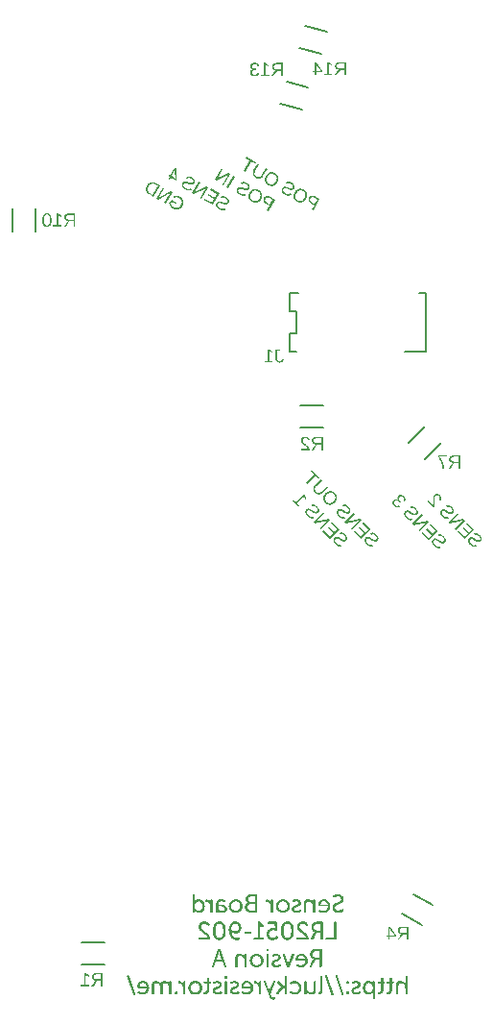
<source format=gbr>
G04 EAGLE Gerber RS-274X export*
G75*
%MOMM*%
%FSLAX34Y34*%
%LPD*%
%INSilkscreen Bottom*%
%IPPOS*%
%AMOC8*
5,1,8,0,0,1.08239X$1,22.5*%
G01*
G04 Define Apertures*
%ADD10C,0.200000*%
%ADD11C,0.127000*%
G36*
X321268Y229812D02*
X321420Y229847D01*
X321548Y229905D01*
X321653Y229987D01*
X321735Y230092D01*
X321793Y230220D01*
X321828Y230372D01*
X321840Y230547D01*
X321840Y245027D01*
X321828Y245202D01*
X321793Y245353D01*
X321735Y245482D01*
X321653Y245587D01*
X321548Y245668D01*
X321420Y245727D01*
X321268Y245762D01*
X321093Y245773D01*
X316251Y245773D01*
X315756Y245756D01*
X315280Y245704D01*
X314826Y245618D01*
X314394Y245500D01*
X313988Y245348D01*
X313608Y245165D01*
X313256Y244950D01*
X312934Y244704D01*
X312644Y244428D01*
X312386Y244123D01*
X312164Y243788D01*
X311978Y243425D01*
X311831Y243034D01*
X311724Y242616D01*
X311658Y242172D01*
X311636Y241701D01*
X311645Y241412D01*
X311670Y241131D01*
X311713Y240858D01*
X311772Y240594D01*
X311846Y240339D01*
X311937Y240094D01*
X312042Y239858D01*
X312162Y239633D01*
X312296Y239419D01*
X312445Y239217D01*
X312606Y239026D01*
X312781Y238847D01*
X312969Y238681D01*
X313169Y238527D01*
X313381Y238388D01*
X313604Y238262D01*
X313604Y238217D01*
X313299Y238111D01*
X313011Y237981D01*
X312740Y237828D01*
X312488Y237653D01*
X312254Y237459D01*
X312038Y237245D01*
X311842Y237013D01*
X311664Y236766D01*
X311506Y236503D01*
X311369Y236226D01*
X311251Y235937D01*
X311154Y235636D01*
X311079Y235326D01*
X311024Y235007D01*
X310991Y234680D01*
X310980Y234348D01*
X310987Y234070D01*
X311007Y233801D01*
X311040Y233540D01*
X311085Y233288D01*
X311213Y232811D01*
X311388Y232368D01*
X311607Y231959D01*
X311866Y231586D01*
X312164Y231248D01*
X312498Y230945D01*
X312866Y230678D01*
X313263Y230445D01*
X313689Y230249D01*
X314139Y230087D01*
X314612Y229962D01*
X315105Y229872D01*
X315614Y229818D01*
X316138Y229800D01*
X321093Y229800D01*
X321268Y229812D01*
G37*
G36*
X348906Y205539D02*
X349280Y205571D01*
X349638Y205623D01*
X349980Y205695D01*
X350306Y205787D01*
X350617Y205897D01*
X350913Y206026D01*
X351194Y206173D01*
X351461Y206338D01*
X351713Y206519D01*
X351951Y206718D01*
X352175Y206932D01*
X352386Y207161D01*
X352583Y207406D01*
X352767Y207665D01*
X352939Y207938D01*
X353098Y208225D01*
X353245Y208524D01*
X353381Y208837D01*
X353504Y209161D01*
X353717Y209843D01*
X353887Y210568D01*
X354015Y211331D01*
X354104Y212128D01*
X354155Y212956D01*
X354172Y213809D01*
X354155Y214659D01*
X354104Y215482D01*
X354015Y216275D01*
X353887Y217034D01*
X353717Y217755D01*
X353504Y218433D01*
X353381Y218756D01*
X353245Y219066D01*
X353098Y219364D01*
X352939Y219649D01*
X352767Y219921D01*
X352583Y220179D01*
X352386Y220422D01*
X352175Y220650D01*
X351951Y220863D01*
X351713Y221060D01*
X351461Y221240D01*
X351194Y221404D01*
X350913Y221550D01*
X350617Y221678D01*
X350306Y221788D01*
X349980Y221879D01*
X349638Y221951D01*
X349280Y222003D01*
X348906Y222034D01*
X348516Y222045D01*
X348123Y222034D01*
X347748Y222003D01*
X347388Y221951D01*
X347045Y221879D01*
X346718Y221788D01*
X346406Y221678D01*
X346110Y221550D01*
X345828Y221404D01*
X345561Y221240D01*
X345309Y221060D01*
X345071Y220863D01*
X344847Y220650D01*
X344637Y220422D01*
X344440Y220179D01*
X344255Y219921D01*
X344084Y219649D01*
X343926Y219364D01*
X343779Y219066D01*
X343645Y218756D01*
X343522Y218433D01*
X343310Y217755D01*
X343142Y217034D01*
X343015Y216275D01*
X342927Y215482D01*
X342876Y214659D01*
X342860Y213809D01*
X342876Y212956D01*
X342927Y212128D01*
X343015Y211331D01*
X343142Y210568D01*
X343310Y209843D01*
X343522Y209161D01*
X343645Y208837D01*
X343779Y208524D01*
X343926Y208225D01*
X344084Y207938D01*
X344255Y207665D01*
X344440Y207406D01*
X344637Y207161D01*
X344847Y206932D01*
X345071Y206718D01*
X345309Y206519D01*
X345561Y206338D01*
X345828Y206173D01*
X346110Y206026D01*
X346406Y205897D01*
X346718Y205787D01*
X347045Y205695D01*
X347388Y205623D01*
X347748Y205571D01*
X348123Y205539D01*
X348516Y205529D01*
X348906Y205539D01*
G37*
G36*
X288813Y205539D02*
X289187Y205571D01*
X289545Y205623D01*
X289886Y205695D01*
X290213Y205787D01*
X290524Y205897D01*
X290819Y206026D01*
X291100Y206173D01*
X291367Y206338D01*
X291619Y206519D01*
X291857Y206718D01*
X292081Y206932D01*
X292292Y207161D01*
X292489Y207406D01*
X292674Y207665D01*
X292845Y207938D01*
X293005Y208225D01*
X293152Y208524D01*
X293287Y208837D01*
X293410Y209161D01*
X293623Y209843D01*
X293793Y210568D01*
X293921Y211331D01*
X294010Y212128D01*
X294062Y212956D01*
X294078Y213809D01*
X294062Y214659D01*
X294010Y215482D01*
X293921Y216275D01*
X293793Y217034D01*
X293623Y217755D01*
X293410Y218433D01*
X293287Y218756D01*
X293152Y219066D01*
X293005Y219364D01*
X292845Y219649D01*
X292674Y219921D01*
X292489Y220179D01*
X292292Y220422D01*
X292081Y220650D01*
X291857Y220863D01*
X291619Y221060D01*
X291367Y221240D01*
X291100Y221404D01*
X290819Y221550D01*
X290524Y221678D01*
X290213Y221788D01*
X289886Y221879D01*
X289545Y221951D01*
X289187Y222003D01*
X288813Y222034D01*
X288422Y222045D01*
X288030Y222034D01*
X287654Y222003D01*
X287295Y221951D01*
X286951Y221879D01*
X286624Y221788D01*
X286312Y221678D01*
X286016Y221550D01*
X285734Y221404D01*
X285468Y221240D01*
X285215Y221060D01*
X284977Y220863D01*
X284753Y220650D01*
X284543Y220422D01*
X284346Y220179D01*
X284162Y219921D01*
X283991Y219649D01*
X283832Y219364D01*
X283685Y219066D01*
X283551Y218756D01*
X283428Y218433D01*
X283217Y217755D01*
X283048Y217034D01*
X282921Y216275D01*
X282834Y215482D01*
X282782Y214659D01*
X282766Y213809D01*
X282782Y212956D01*
X282834Y212128D01*
X282921Y211331D01*
X283048Y210568D01*
X283217Y209843D01*
X283428Y209161D01*
X283551Y208837D01*
X283685Y208524D01*
X283832Y208225D01*
X283991Y207938D01*
X284162Y207665D01*
X284346Y207406D01*
X284543Y207161D01*
X284753Y206932D01*
X284977Y206718D01*
X285215Y206519D01*
X285468Y206338D01*
X285734Y206173D01*
X286016Y206026D01*
X286312Y205897D01*
X286624Y205787D01*
X286951Y205695D01*
X287295Y205623D01*
X287654Y205571D01*
X288030Y205539D01*
X288422Y205529D01*
X288813Y205539D01*
G37*
G36*
X270829Y229536D02*
X271109Y229557D01*
X271383Y229592D01*
X271649Y229640D01*
X271907Y229702D01*
X272159Y229777D01*
X272638Y229966D01*
X273086Y230204D01*
X273501Y230489D01*
X273881Y230820D01*
X274227Y231194D01*
X274536Y231610D01*
X274808Y232066D01*
X275042Y232560D01*
X275235Y233089D01*
X275387Y233652D01*
X275498Y234247D01*
X275565Y234871D01*
X275587Y235524D01*
X275581Y235862D01*
X275563Y236192D01*
X275489Y236828D01*
X275369Y237430D01*
X275204Y237998D01*
X274996Y238529D01*
X274747Y239022D01*
X274459Y239475D01*
X274134Y239888D01*
X273773Y240258D01*
X273378Y240583D01*
X272951Y240863D01*
X272495Y241095D01*
X272010Y241279D01*
X271499Y241412D01*
X271235Y241459D01*
X270964Y241492D01*
X270688Y241513D01*
X270406Y241520D01*
X269934Y241498D01*
X269500Y241435D01*
X269104Y241338D01*
X268744Y241212D01*
X268419Y241063D01*
X268129Y240897D01*
X267872Y240719D01*
X267646Y240536D01*
X267451Y240352D01*
X267286Y240174D01*
X267040Y239859D01*
X266854Y239551D01*
X266809Y239551D01*
X266843Y239775D01*
X266866Y240019D01*
X266877Y240321D01*
X266877Y245027D01*
X266865Y245202D01*
X266830Y245353D01*
X266772Y245482D01*
X266690Y245587D01*
X266585Y245668D01*
X266457Y245727D01*
X266305Y245762D01*
X266130Y245773D01*
X265429Y245773D01*
X265254Y245762D01*
X265102Y245727D01*
X264974Y245668D01*
X264869Y245587D01*
X264787Y245482D01*
X264729Y245353D01*
X264694Y245202D01*
X264682Y245027D01*
X264682Y230547D01*
X264694Y230372D01*
X264729Y230220D01*
X264787Y230092D01*
X264869Y229987D01*
X264974Y229905D01*
X265102Y229847D01*
X265254Y229812D01*
X265429Y229800D01*
X266017Y229800D01*
X266192Y229812D01*
X266344Y229846D01*
X266472Y229903D01*
X266577Y229981D01*
X266659Y230081D01*
X266717Y230201D01*
X266752Y230341D01*
X266764Y230501D01*
X266764Y231158D01*
X266741Y231559D01*
X266718Y231723D01*
X266764Y231723D01*
X266960Y231380D01*
X267219Y231029D01*
X267394Y230830D01*
X267601Y230626D01*
X267840Y230421D01*
X268114Y230223D01*
X268423Y230038D01*
X268768Y229871D01*
X269152Y229731D01*
X269574Y229623D01*
X270037Y229553D01*
X270284Y229535D01*
X270542Y229529D01*
X270829Y229536D01*
G37*
G36*
X425396Y153287D02*
X425548Y153322D01*
X425676Y153380D01*
X425781Y153462D01*
X425863Y153567D01*
X425921Y153695D01*
X425956Y153847D01*
X425968Y154022D01*
X425968Y168502D01*
X425956Y168677D01*
X425921Y168828D01*
X425863Y168957D01*
X425781Y169062D01*
X425676Y169143D01*
X425548Y169202D01*
X425396Y169237D01*
X425221Y169248D01*
X424701Y169248D01*
X424526Y169237D01*
X424374Y169203D01*
X424246Y169149D01*
X424141Y169076D01*
X424059Y168984D01*
X424001Y168876D01*
X423966Y168752D01*
X423954Y168615D01*
X423954Y167936D01*
X423977Y167503D01*
X423999Y167325D01*
X423954Y167325D01*
X423757Y167668D01*
X423495Y168020D01*
X423318Y168218D01*
X423108Y168422D01*
X422865Y168627D01*
X422587Y168825D01*
X422273Y169011D01*
X421921Y169177D01*
X421530Y169317D01*
X421098Y169425D01*
X420624Y169495D01*
X420372Y169513D01*
X420108Y169520D01*
X419823Y169513D01*
X419544Y169491D01*
X419273Y169456D01*
X419009Y169408D01*
X418751Y169346D01*
X418502Y169271D01*
X418025Y169082D01*
X417579Y168845D01*
X417166Y168559D01*
X416787Y168228D01*
X416443Y167854D01*
X416134Y167438D01*
X415863Y166982D01*
X415630Y166489D01*
X415437Y165959D01*
X415285Y165396D01*
X415175Y164802D01*
X415108Y164177D01*
X415085Y163524D01*
X415091Y163186D01*
X415110Y162857D01*
X415185Y162221D01*
X415307Y161618D01*
X415475Y161051D01*
X415685Y160519D01*
X415937Y160026D01*
X416228Y159573D01*
X416556Y159160D01*
X416919Y158791D01*
X417314Y158465D01*
X417741Y158185D01*
X418197Y157953D01*
X418679Y157770D01*
X419186Y157637D01*
X419448Y157590D01*
X419716Y157556D01*
X419989Y157535D01*
X420266Y157529D01*
X420735Y157551D01*
X421166Y157616D01*
X421560Y157716D01*
X421919Y157847D01*
X422243Y158001D01*
X422533Y158173D01*
X422791Y158357D01*
X423018Y158547D01*
X423214Y158737D01*
X423380Y158920D01*
X423629Y159247D01*
X423818Y159565D01*
X423864Y159565D01*
X423830Y159288D01*
X423806Y158973D01*
X423796Y158569D01*
X423796Y154022D01*
X423807Y153847D01*
X423842Y153695D01*
X423899Y153567D01*
X423979Y153462D01*
X424082Y153380D01*
X424206Y153322D01*
X424352Y153287D01*
X424520Y153275D01*
X425221Y153275D01*
X425396Y153287D01*
G37*
G36*
X370625Y205808D02*
X370765Y205830D01*
X370892Y205869D01*
X371006Y205924D01*
X371109Y205997D01*
X371200Y206086D01*
X371282Y206194D01*
X371354Y206320D01*
X374476Y212158D01*
X377893Y212158D01*
X377893Y206547D01*
X377904Y206372D01*
X377939Y206220D01*
X377998Y206092D01*
X378079Y205987D01*
X378184Y205905D01*
X378313Y205847D01*
X378464Y205812D01*
X378639Y205800D01*
X379363Y205800D01*
X379538Y205812D01*
X379690Y205847D01*
X379818Y205905D01*
X379923Y205987D01*
X380005Y206092D01*
X380063Y206220D01*
X380098Y206372D01*
X380110Y206547D01*
X380110Y221027D01*
X380098Y221202D01*
X380063Y221353D01*
X380005Y221482D01*
X379923Y221587D01*
X379818Y221668D01*
X379690Y221727D01*
X379538Y221762D01*
X379363Y221773D01*
X375064Y221773D01*
X374515Y221767D01*
X374031Y221747D01*
X373606Y221715D01*
X373232Y221669D01*
X372900Y221609D01*
X372602Y221535D01*
X372331Y221446D01*
X372078Y221343D01*
X371800Y221207D01*
X371535Y221052D01*
X371283Y220880D01*
X371046Y220689D01*
X370824Y220482D01*
X370617Y220258D01*
X370427Y220017D01*
X370254Y219760D01*
X370098Y219487D01*
X369961Y219198D01*
X369844Y218894D01*
X369746Y218575D01*
X369668Y218242D01*
X369612Y217894D01*
X369578Y217533D01*
X369567Y217158D01*
X369579Y216779D01*
X369617Y216409D01*
X369678Y216047D01*
X369764Y215696D01*
X369872Y215356D01*
X370003Y215029D01*
X370156Y214717D01*
X370330Y214420D01*
X370525Y214140D01*
X370740Y213879D01*
X370974Y213637D01*
X371227Y213416D01*
X371499Y213218D01*
X371788Y213042D01*
X372094Y212892D01*
X372417Y212769D01*
X372417Y212723D01*
X372282Y212548D01*
X372131Y212322D01*
X371942Y211999D01*
X369069Y206682D01*
X368983Y206495D01*
X368943Y206325D01*
X368948Y206175D01*
X368995Y206046D01*
X369083Y205942D01*
X369209Y205865D01*
X369371Y205817D01*
X369567Y205800D01*
X370472Y205800D01*
X370625Y205808D01*
G37*
G36*
X369555Y181808D02*
X369695Y181830D01*
X369822Y181869D01*
X369936Y181924D01*
X370038Y181997D01*
X370130Y182086D01*
X370211Y182194D01*
X370284Y182320D01*
X373406Y188158D01*
X376822Y188158D01*
X376822Y182547D01*
X376834Y182372D01*
X376869Y182220D01*
X376927Y182092D01*
X377009Y181987D01*
X377114Y181905D01*
X377242Y181847D01*
X377394Y181812D01*
X377569Y181800D01*
X378293Y181800D01*
X378468Y181812D01*
X378620Y181847D01*
X378748Y181905D01*
X378853Y181987D01*
X378935Y182092D01*
X378993Y182220D01*
X379028Y182372D01*
X379039Y182547D01*
X379039Y197027D01*
X379028Y197202D01*
X378993Y197353D01*
X378935Y197482D01*
X378853Y197587D01*
X378748Y197668D01*
X378620Y197727D01*
X378468Y197762D01*
X378293Y197773D01*
X373994Y197773D01*
X373444Y197767D01*
X372961Y197747D01*
X372536Y197715D01*
X372161Y197669D01*
X371829Y197609D01*
X371532Y197535D01*
X371260Y197446D01*
X371008Y197343D01*
X370730Y197207D01*
X370464Y197052D01*
X370213Y196880D01*
X369976Y196689D01*
X369753Y196482D01*
X369547Y196258D01*
X369357Y196017D01*
X369183Y195760D01*
X369028Y195487D01*
X368891Y195198D01*
X368773Y194894D01*
X368675Y194575D01*
X368598Y194242D01*
X368542Y193894D01*
X368508Y193533D01*
X368496Y193158D01*
X368509Y192779D01*
X368546Y192409D01*
X368608Y192047D01*
X368694Y191696D01*
X368802Y191356D01*
X368933Y191029D01*
X369086Y190717D01*
X369260Y190420D01*
X369455Y190140D01*
X369669Y189879D01*
X369904Y189637D01*
X370157Y189416D01*
X370429Y189218D01*
X370718Y189042D01*
X371024Y188892D01*
X371347Y188769D01*
X371347Y188723D01*
X371211Y188548D01*
X371061Y188322D01*
X370872Y187999D01*
X367998Y182682D01*
X367912Y182495D01*
X367873Y182325D01*
X367878Y182175D01*
X367925Y182046D01*
X368013Y181942D01*
X368138Y181865D01*
X368300Y181817D01*
X368496Y181800D01*
X369401Y181800D01*
X369555Y181808D01*
G37*
G36*
X304278Y205538D02*
X304635Y205564D01*
X304975Y205604D01*
X305296Y205656D01*
X305863Y205786D01*
X306308Y205936D01*
X306464Y205995D01*
X306592Y206071D01*
X306691Y206164D01*
X306761Y206272D01*
X306801Y206397D01*
X306811Y206537D01*
X306790Y206693D01*
X306738Y206863D01*
X306534Y207452D01*
X306461Y207611D01*
X306377Y207735D01*
X306282Y207826D01*
X306175Y207887D01*
X306057Y207920D01*
X306000Y207924D01*
X305927Y207929D01*
X305784Y207915D01*
X305629Y207882D01*
X304925Y207692D01*
X304494Y207617D01*
X304255Y207595D01*
X304000Y207587D01*
X303725Y207595D01*
X303458Y207619D01*
X303199Y207658D01*
X302949Y207711D01*
X302707Y207779D01*
X302474Y207860D01*
X302032Y208061D01*
X301622Y208310D01*
X301246Y208603D01*
X300900Y208936D01*
X300587Y209304D01*
X300304Y209704D01*
X300052Y210132D01*
X299831Y210582D01*
X299638Y211052D01*
X299476Y211537D01*
X299342Y212033D01*
X299236Y212535D01*
X299159Y213040D01*
X299204Y213040D01*
X299340Y212869D01*
X299493Y212706D01*
X299847Y212401D01*
X300259Y212131D01*
X300720Y211900D01*
X301223Y211713D01*
X301762Y211573D01*
X302042Y211523D01*
X302328Y211486D01*
X302619Y211464D01*
X302914Y211456D01*
X303181Y211463D01*
X303443Y211482D01*
X303517Y211493D01*
X303950Y211558D01*
X304435Y211682D01*
X304894Y211852D01*
X305326Y212066D01*
X305731Y212320D01*
X306105Y212614D01*
X306447Y212944D01*
X306755Y213309D01*
X307028Y213705D01*
X307264Y214132D01*
X307461Y214587D01*
X307617Y215067D01*
X307731Y215570D01*
X307800Y216094D01*
X307824Y216637D01*
X307818Y216932D01*
X307799Y217220D01*
X307725Y217779D01*
X307604Y218313D01*
X307438Y218819D01*
X307230Y219295D01*
X306981Y219740D01*
X306692Y220152D01*
X306368Y220529D01*
X306008Y220868D01*
X305616Y221169D01*
X305193Y221429D01*
X304741Y221645D01*
X304263Y221817D01*
X303760Y221942D01*
X303234Y222019D01*
X302964Y222038D01*
X302688Y222045D01*
X302370Y222036D01*
X302058Y222010D01*
X301751Y221967D01*
X301451Y221908D01*
X301156Y221832D01*
X300868Y221740D01*
X300587Y221632D01*
X300314Y221508D01*
X300047Y221369D01*
X299789Y221215D01*
X299539Y221047D01*
X299297Y220864D01*
X298840Y220455D01*
X298421Y219992D01*
X298041Y219476D01*
X297704Y218910D01*
X297412Y218295D01*
X297284Y217971D01*
X297168Y217635D01*
X297064Y217288D01*
X296974Y216931D01*
X296896Y216563D01*
X296832Y216185D01*
X296781Y215798D01*
X296745Y215401D01*
X296723Y214994D01*
X296715Y214579D01*
X296722Y214184D01*
X296742Y213787D01*
X296775Y213388D01*
X296821Y212988D01*
X296881Y212588D01*
X296955Y212189D01*
X297143Y211399D01*
X297257Y211009D01*
X297386Y210625D01*
X297529Y210247D01*
X297685Y209876D01*
X297856Y209513D01*
X298041Y209159D01*
X298241Y208816D01*
X298454Y208484D01*
X298683Y208164D01*
X298926Y207858D01*
X299184Y207565D01*
X299456Y207288D01*
X299743Y207028D01*
X300046Y206784D01*
X300363Y206560D01*
X300695Y206354D01*
X301043Y206169D01*
X301406Y206005D01*
X301784Y205864D01*
X302178Y205746D01*
X302588Y205652D01*
X303013Y205584D01*
X303453Y205543D01*
X303910Y205529D01*
X304278Y205538D01*
G37*
G36*
X267495Y157536D02*
X267809Y157558D01*
X268118Y157594D01*
X268422Y157644D01*
X268721Y157708D01*
X269013Y157785D01*
X269580Y157979D01*
X270118Y158223D01*
X270625Y158514D01*
X271098Y158851D01*
X271535Y159231D01*
X271931Y159652D01*
X272284Y160111D01*
X272591Y160607D01*
X272850Y161136D01*
X272959Y161413D01*
X273055Y161698D01*
X273138Y161989D01*
X273206Y162288D01*
X273260Y162593D01*
X273299Y162905D01*
X273323Y163223D01*
X273331Y163547D01*
X273323Y163868D01*
X273299Y164184D01*
X273260Y164494D01*
X273206Y164797D01*
X273138Y165094D01*
X273055Y165383D01*
X272959Y165666D01*
X272850Y165940D01*
X272591Y166466D01*
X272284Y166958D01*
X271931Y167414D01*
X271535Y167831D01*
X271098Y168208D01*
X270625Y168543D01*
X270118Y168832D01*
X269580Y169073D01*
X269013Y169265D01*
X268721Y169342D01*
X268422Y169405D01*
X268118Y169455D01*
X267809Y169491D01*
X267495Y169512D01*
X267177Y169520D01*
X266858Y169512D01*
X266544Y169491D01*
X266235Y169455D01*
X265930Y169405D01*
X265631Y169342D01*
X265338Y169265D01*
X264770Y169073D01*
X264230Y168832D01*
X263721Y168543D01*
X263246Y168208D01*
X262807Y167831D01*
X262409Y167414D01*
X262054Y166958D01*
X261744Y166466D01*
X261485Y165940D01*
X261374Y165666D01*
X261277Y165383D01*
X261194Y165094D01*
X261125Y164797D01*
X261071Y164494D01*
X261032Y164184D01*
X261008Y163868D01*
X261000Y163547D01*
X261008Y163223D01*
X261032Y162905D01*
X261071Y162593D01*
X261125Y162288D01*
X261194Y161989D01*
X261277Y161698D01*
X261374Y161413D01*
X261485Y161136D01*
X261744Y160607D01*
X262054Y160111D01*
X262409Y159652D01*
X262807Y159231D01*
X263246Y158851D01*
X263721Y158514D01*
X264230Y158223D01*
X264770Y157979D01*
X265338Y157785D01*
X265631Y157708D01*
X265930Y157644D01*
X266235Y157594D01*
X266544Y157558D01*
X266858Y157536D01*
X267177Y157529D01*
X267495Y157536D01*
G37*
G36*
X303234Y229536D02*
X303548Y229558D01*
X303857Y229594D01*
X304161Y229644D01*
X304460Y229708D01*
X304753Y229785D01*
X305319Y229979D01*
X305857Y230223D01*
X306365Y230514D01*
X306838Y230851D01*
X307274Y231231D01*
X307671Y231652D01*
X308024Y232111D01*
X308331Y232607D01*
X308589Y233136D01*
X308699Y233413D01*
X308795Y233698D01*
X308878Y233989D01*
X308946Y234288D01*
X309000Y234593D01*
X309039Y234905D01*
X309062Y235223D01*
X309070Y235547D01*
X309062Y235868D01*
X309039Y236184D01*
X309000Y236494D01*
X308946Y236797D01*
X308878Y237094D01*
X308795Y237383D01*
X308699Y237666D01*
X308589Y237940D01*
X308331Y238466D01*
X308024Y238958D01*
X307671Y239414D01*
X307274Y239831D01*
X306838Y240208D01*
X306365Y240543D01*
X305857Y240832D01*
X305319Y241073D01*
X304753Y241265D01*
X304460Y241342D01*
X304161Y241405D01*
X303857Y241455D01*
X303548Y241491D01*
X303234Y241512D01*
X302916Y241520D01*
X302598Y241512D01*
X302284Y241491D01*
X301974Y241455D01*
X301670Y241405D01*
X301371Y241342D01*
X301078Y241265D01*
X300510Y241073D01*
X299970Y240832D01*
X299460Y240543D01*
X298985Y240208D01*
X298547Y239831D01*
X298148Y239414D01*
X297793Y238958D01*
X297484Y238466D01*
X297224Y237940D01*
X297114Y237666D01*
X297017Y237383D01*
X296934Y237094D01*
X296865Y236797D01*
X296811Y236494D01*
X296771Y236184D01*
X296748Y235868D01*
X296740Y235547D01*
X296748Y235223D01*
X296771Y234905D01*
X296811Y234593D01*
X296865Y234288D01*
X296934Y233989D01*
X297017Y233698D01*
X297114Y233413D01*
X297224Y233136D01*
X297484Y232607D01*
X297793Y232111D01*
X298148Y231652D01*
X298547Y231231D01*
X298985Y230851D01*
X299460Y230514D01*
X299970Y230223D01*
X300510Y229979D01*
X301078Y229785D01*
X301371Y229708D01*
X301670Y229644D01*
X301974Y229594D01*
X302284Y229558D01*
X302598Y229536D01*
X302916Y229529D01*
X303234Y229536D01*
G37*
G36*
X321747Y181536D02*
X322060Y181558D01*
X322370Y181594D01*
X322674Y181644D01*
X322972Y181708D01*
X323265Y181785D01*
X323831Y181979D01*
X324370Y182223D01*
X324877Y182514D01*
X325350Y182851D01*
X325787Y183231D01*
X326183Y183652D01*
X326536Y184111D01*
X326843Y184607D01*
X327101Y185136D01*
X327211Y185413D01*
X327307Y185698D01*
X327390Y185989D01*
X327458Y186288D01*
X327512Y186593D01*
X327551Y186905D01*
X327574Y187223D01*
X327582Y187547D01*
X327574Y187868D01*
X327551Y188184D01*
X327512Y188494D01*
X327458Y188797D01*
X327390Y189094D01*
X327307Y189383D01*
X327211Y189666D01*
X327101Y189940D01*
X326843Y190466D01*
X326536Y190958D01*
X326183Y191414D01*
X325787Y191831D01*
X325350Y192208D01*
X324877Y192543D01*
X324370Y192832D01*
X323831Y193073D01*
X323265Y193265D01*
X322972Y193342D01*
X322674Y193405D01*
X322370Y193455D01*
X322060Y193491D01*
X321747Y193512D01*
X321428Y193520D01*
X321110Y193512D01*
X320796Y193491D01*
X320487Y193455D01*
X320182Y193405D01*
X319883Y193342D01*
X319590Y193265D01*
X319022Y193073D01*
X318482Y192832D01*
X317973Y192543D01*
X317497Y192208D01*
X317059Y191831D01*
X316661Y191414D01*
X316305Y190958D01*
X315996Y190466D01*
X315736Y189940D01*
X315626Y189666D01*
X315529Y189383D01*
X315446Y189094D01*
X315377Y188797D01*
X315323Y188494D01*
X315284Y188184D01*
X315260Y187868D01*
X315252Y187547D01*
X315260Y187223D01*
X315284Y186905D01*
X315323Y186593D01*
X315377Y186288D01*
X315446Y185989D01*
X315529Y185698D01*
X315626Y185413D01*
X315736Y185136D01*
X315996Y184607D01*
X316305Y184111D01*
X316661Y183652D01*
X317059Y183231D01*
X317497Y182851D01*
X317973Y182514D01*
X318482Y182223D01*
X319022Y181979D01*
X319590Y181785D01*
X319883Y181708D01*
X320182Y181644D01*
X320487Y181594D01*
X320796Y181558D01*
X321110Y181536D01*
X321428Y181529D01*
X321747Y181536D01*
G37*
G36*
X344891Y229536D02*
X345205Y229558D01*
X345514Y229594D01*
X345818Y229644D01*
X346116Y229708D01*
X346409Y229785D01*
X346975Y229979D01*
X347514Y230223D01*
X348021Y230514D01*
X348494Y230851D01*
X348931Y231231D01*
X349327Y231652D01*
X349680Y232111D01*
X349987Y232607D01*
X350245Y233136D01*
X350355Y233413D01*
X350451Y233698D01*
X350534Y233989D01*
X350602Y234288D01*
X350656Y234593D01*
X350695Y234905D01*
X350718Y235223D01*
X350726Y235547D01*
X350718Y235868D01*
X350695Y236184D01*
X350656Y236494D01*
X350602Y236797D01*
X350534Y237094D01*
X350451Y237383D01*
X350355Y237666D01*
X350245Y237940D01*
X349987Y238466D01*
X349680Y238958D01*
X349327Y239414D01*
X348931Y239831D01*
X348494Y240208D01*
X348021Y240543D01*
X347514Y240832D01*
X346975Y241073D01*
X346409Y241265D01*
X346116Y241342D01*
X345818Y241405D01*
X345514Y241455D01*
X345205Y241491D01*
X344891Y241512D01*
X344572Y241520D01*
X344254Y241512D01*
X343940Y241491D01*
X343631Y241455D01*
X343326Y241405D01*
X343027Y241342D01*
X342734Y241265D01*
X342166Y241073D01*
X341626Y240832D01*
X341117Y240543D01*
X340641Y240208D01*
X340203Y239831D01*
X339805Y239414D01*
X339449Y238958D01*
X339140Y238466D01*
X338880Y237940D01*
X338770Y237666D01*
X338673Y237383D01*
X338590Y237094D01*
X338521Y236797D01*
X338467Y236494D01*
X338428Y236184D01*
X338404Y235868D01*
X338396Y235547D01*
X338404Y235223D01*
X338428Y234905D01*
X338467Y234593D01*
X338521Y234288D01*
X338590Y233989D01*
X338673Y233698D01*
X338770Y233413D01*
X338880Y233136D01*
X339140Y232607D01*
X339449Y232111D01*
X339805Y231652D01*
X340203Y231231D01*
X340641Y230851D01*
X341117Y230514D01*
X341626Y230223D01*
X342166Y229979D01*
X342734Y229785D01*
X343027Y229708D01*
X343326Y229644D01*
X343631Y229594D01*
X343940Y229558D01*
X344254Y229536D01*
X344572Y229529D01*
X344891Y229536D01*
G37*
G36*
X230396Y157812D02*
X230544Y157847D01*
X230672Y157905D01*
X230779Y157987D01*
X230863Y158092D01*
X230924Y158220D01*
X230961Y158372D01*
X230974Y158547D01*
X230974Y164655D01*
X230991Y165240D01*
X231014Y165517D01*
X231050Y165782D01*
X231099Y166034D01*
X231163Y166270D01*
X231245Y166491D01*
X231344Y166694D01*
X231464Y166879D01*
X231605Y167043D01*
X231768Y167186D01*
X231957Y167306D01*
X232171Y167401D01*
X232414Y167471D01*
X232685Y167514D01*
X232987Y167529D01*
X233184Y167522D01*
X233376Y167504D01*
X233744Y167430D01*
X234090Y167312D01*
X234415Y167152D01*
X234717Y166953D01*
X234996Y166719D01*
X235251Y166452D01*
X235482Y166157D01*
X235688Y165836D01*
X235868Y165493D01*
X236022Y165130D01*
X236150Y164751D01*
X236250Y164360D01*
X236323Y163958D01*
X236366Y163550D01*
X236381Y163140D01*
X236381Y158547D01*
X236393Y158372D01*
X236427Y158220D01*
X236485Y158092D01*
X236565Y157987D01*
X236667Y157905D01*
X236792Y157847D01*
X236938Y157812D01*
X237105Y157800D01*
X237829Y157800D01*
X237997Y157812D01*
X238143Y157847D01*
X238267Y157905D01*
X238369Y157987D01*
X238449Y158092D01*
X238507Y158220D01*
X238542Y158372D01*
X238553Y158547D01*
X238553Y164655D01*
X238566Y165208D01*
X238616Y165734D01*
X238659Y165983D01*
X238718Y166221D01*
X238793Y166444D01*
X238887Y166652D01*
X239001Y166842D01*
X239139Y167013D01*
X239300Y167163D01*
X239489Y167290D01*
X239705Y167392D01*
X239952Y167467D01*
X240231Y167513D01*
X240544Y167529D01*
X240745Y167522D01*
X240941Y167503D01*
X241316Y167427D01*
X241668Y167306D01*
X241998Y167142D01*
X242304Y166939D01*
X242587Y166701D01*
X242845Y166430D01*
X243078Y166132D01*
X243286Y165808D01*
X243468Y165463D01*
X243623Y165100D01*
X243751Y164723D01*
X243852Y164334D01*
X243924Y163939D01*
X243968Y163539D01*
X243983Y163140D01*
X243983Y158547D01*
X243995Y158372D01*
X244030Y158220D01*
X244088Y158092D01*
X244170Y157987D01*
X244275Y157905D01*
X244403Y157847D01*
X244555Y157812D01*
X244730Y157800D01*
X245431Y157800D01*
X245600Y157812D01*
X245748Y157847D01*
X245876Y157905D01*
X245983Y157987D01*
X246067Y158092D01*
X246128Y158220D01*
X246165Y158372D01*
X246178Y158547D01*
X246178Y168502D01*
X246165Y168677D01*
X246128Y168828D01*
X246067Y168957D01*
X245983Y169062D01*
X245876Y169143D01*
X245748Y169202D01*
X245600Y169237D01*
X245431Y169248D01*
X244798Y169248D01*
X244623Y169237D01*
X244471Y169202D01*
X244343Y169143D01*
X244238Y169062D01*
X244156Y168957D01*
X244098Y168828D01*
X244063Y168677D01*
X244051Y168502D01*
X244051Y167484D01*
X244062Y167238D01*
X244085Y167028D01*
X244119Y166827D01*
X244074Y166827D01*
X243956Y167078D01*
X243814Y167326D01*
X243651Y167572D01*
X243467Y167811D01*
X243264Y168043D01*
X243042Y168266D01*
X242804Y168477D01*
X242549Y168674D01*
X242280Y168856D01*
X241998Y169020D01*
X241703Y169164D01*
X241398Y169287D01*
X241083Y169386D01*
X240759Y169459D01*
X240428Y169504D01*
X240092Y169520D01*
X239741Y169509D01*
X239408Y169478D01*
X239095Y169427D01*
X238800Y169355D01*
X238524Y169263D01*
X238266Y169150D01*
X238026Y169017D01*
X237804Y168864D01*
X237599Y168690D01*
X237413Y168497D01*
X237243Y168283D01*
X237091Y168050D01*
X236956Y167797D01*
X236838Y167523D01*
X236737Y167230D01*
X236653Y166918D01*
X236607Y166918D01*
X236482Y167167D01*
X236334Y167413D01*
X236166Y167654D01*
X235978Y167888D01*
X235771Y168113D01*
X235547Y168328D01*
X235306Y168531D01*
X235049Y168719D01*
X234778Y168893D01*
X234493Y169048D01*
X234196Y169185D01*
X233887Y169301D01*
X233568Y169394D01*
X233239Y169463D01*
X232902Y169505D01*
X232558Y169520D01*
X232086Y169503D01*
X231648Y169451D01*
X231243Y169365D01*
X230869Y169244D01*
X230528Y169090D01*
X230219Y168901D01*
X229940Y168677D01*
X229693Y168420D01*
X229476Y168128D01*
X229289Y167802D01*
X229131Y167442D01*
X229004Y167048D01*
X228905Y166619D01*
X228835Y166157D01*
X228793Y165661D01*
X228779Y165131D01*
X228779Y158547D01*
X228791Y158372D01*
X228826Y158220D01*
X228884Y158092D01*
X228966Y157987D01*
X229071Y157905D01*
X229199Y157847D01*
X229351Y157812D01*
X229526Y157800D01*
X230227Y157800D01*
X230396Y157812D01*
G37*
G36*
X283257Y181810D02*
X283396Y181838D01*
X283521Y181886D01*
X283632Y181953D01*
X283729Y182039D01*
X283812Y182144D01*
X283883Y182268D01*
X283940Y182411D01*
X285365Y186393D01*
X291384Y186393D01*
X292786Y182411D01*
X292837Y182268D01*
X292904Y182144D01*
X292986Y182039D01*
X293083Y181953D01*
X293194Y181886D01*
X293318Y181838D01*
X293454Y181810D01*
X293601Y181800D01*
X294370Y181800D01*
X294566Y181816D01*
X294730Y181861D01*
X294860Y181935D01*
X294956Y182035D01*
X295016Y182159D01*
X295041Y182306D01*
X295030Y182473D01*
X294981Y182660D01*
X289732Y197162D01*
X289675Y197312D01*
X289604Y197439D01*
X289521Y197545D01*
X289424Y197629D01*
X289313Y197693D01*
X289188Y197738D01*
X289049Y197765D01*
X288895Y197773D01*
X287809Y197773D01*
X287662Y197765D01*
X287525Y197738D01*
X287401Y197693D01*
X287288Y197629D01*
X287189Y197545D01*
X287103Y197439D01*
X287030Y197312D01*
X286972Y197162D01*
X281723Y182660D01*
X281675Y182473D01*
X281665Y182306D01*
X281693Y182159D01*
X281757Y182035D01*
X281854Y181935D01*
X281984Y181861D01*
X282144Y181816D01*
X282334Y181800D01*
X283103Y181800D01*
X283257Y181810D01*
G37*
G36*
X291780Y229543D02*
X292148Y229586D01*
X292508Y229658D01*
X292855Y229757D01*
X293189Y229883D01*
X293507Y230036D01*
X293806Y230215D01*
X294083Y230419D01*
X294337Y230649D01*
X294565Y230904D01*
X294765Y231183D01*
X294933Y231485D01*
X295069Y231811D01*
X295168Y232159D01*
X295230Y232530D01*
X295251Y232922D01*
X295238Y233246D01*
X295201Y233552D01*
X295139Y233840D01*
X295055Y234111D01*
X294950Y234366D01*
X294824Y234605D01*
X294680Y234828D01*
X294518Y235036D01*
X294339Y235230D01*
X294145Y235409D01*
X293937Y235576D01*
X293716Y235729D01*
X293239Y235999D01*
X292726Y236223D01*
X292184Y236405D01*
X291624Y236550D01*
X291056Y236661D01*
X290488Y236743D01*
X289931Y236800D01*
X289394Y236836D01*
X288887Y236854D01*
X288418Y236859D01*
X287830Y236859D01*
X287830Y237153D01*
X287843Y237491D01*
X287880Y237800D01*
X287940Y238082D01*
X288022Y238338D01*
X288125Y238568D01*
X288248Y238773D01*
X288389Y238954D01*
X288548Y239113D01*
X288724Y239250D01*
X288915Y239365D01*
X289120Y239460D01*
X289338Y239536D01*
X289568Y239594D01*
X289809Y239634D01*
X290060Y239657D01*
X290319Y239665D01*
X290733Y239645D01*
X291126Y239593D01*
X291495Y239513D01*
X291838Y239413D01*
X292152Y239299D01*
X292435Y239178D01*
X292898Y238941D01*
X293055Y238877D01*
X293204Y238840D01*
X293344Y238830D01*
X293475Y238847D01*
X293598Y238893D01*
X293713Y238969D01*
X293819Y239075D01*
X293916Y239212D01*
X294097Y239529D01*
X294168Y239687D01*
X294211Y239837D01*
X294225Y239980D01*
X294210Y240114D01*
X294166Y240239D01*
X294091Y240353D01*
X293985Y240456D01*
X293848Y240547D01*
X293566Y240699D01*
X293227Y240861D01*
X292835Y241024D01*
X292392Y241178D01*
X291899Y241313D01*
X291357Y241422D01*
X290770Y241494D01*
X290459Y241513D01*
X290138Y241520D01*
X289618Y241501D01*
X289126Y241446D01*
X288664Y241355D01*
X288232Y241227D01*
X287830Y241064D01*
X287461Y240866D01*
X287123Y240633D01*
X286818Y240366D01*
X286546Y240065D01*
X286308Y239730D01*
X286106Y239362D01*
X285938Y238962D01*
X285807Y238529D01*
X285712Y238064D01*
X285655Y237568D01*
X285636Y237040D01*
X285636Y230547D01*
X285648Y230372D01*
X285685Y230220D01*
X285746Y230092D01*
X285831Y229987D01*
X285937Y229905D01*
X286065Y229847D01*
X286214Y229812D01*
X286382Y229800D01*
X286948Y229800D01*
X287116Y229812D01*
X287265Y229847D01*
X287393Y229905D01*
X287499Y229987D01*
X287583Y230092D01*
X287645Y230220D01*
X287682Y230372D01*
X287694Y230547D01*
X287694Y231225D01*
X287684Y231516D01*
X287660Y231737D01*
X287627Y231927D01*
X287672Y231927D01*
X287880Y231552D01*
X288149Y231168D01*
X288328Y230951D01*
X288537Y230728D01*
X288778Y230504D01*
X289050Y230287D01*
X289356Y230085D01*
X289695Y229903D01*
X290069Y229750D01*
X290478Y229632D01*
X290923Y229555D01*
X291159Y229535D01*
X291405Y229529D01*
X291780Y229543D01*
G37*
G36*
X220766Y157536D02*
X221093Y157559D01*
X221413Y157596D01*
X221725Y157647D01*
X222030Y157712D01*
X222327Y157791D01*
X222616Y157883D01*
X222897Y157988D01*
X223432Y158236D01*
X223931Y158531D01*
X224392Y158871D01*
X224813Y159254D01*
X225191Y159676D01*
X225526Y160136D01*
X225814Y160630D01*
X226054Y161156D01*
X226244Y161711D01*
X226320Y161998D01*
X226383Y162292D01*
X226432Y162592D01*
X226467Y162898D01*
X226488Y163208D01*
X226496Y163524D01*
X226488Y163862D01*
X226467Y164192D01*
X226432Y164514D01*
X226383Y164828D01*
X226321Y165133D01*
X226246Y165430D01*
X226059Y165998D01*
X225824Y166529D01*
X225543Y167022D01*
X225220Y167475D01*
X224855Y167888D01*
X224453Y168258D01*
X224014Y168583D01*
X223543Y168863D01*
X223040Y169095D01*
X222509Y169279D01*
X221953Y169412D01*
X221665Y169459D01*
X221373Y169492D01*
X221074Y169513D01*
X220771Y169520D01*
X220479Y169513D01*
X220194Y169494D01*
X219918Y169461D01*
X219650Y169416D01*
X219140Y169290D01*
X218664Y169116D01*
X218224Y168898D01*
X217819Y168636D01*
X217450Y168332D01*
X217117Y167990D01*
X216822Y167610D01*
X216565Y167194D01*
X216345Y166745D01*
X216164Y166265D01*
X216023Y165755D01*
X215921Y165217D01*
X215860Y164654D01*
X215839Y164067D01*
X215854Y163917D01*
X215896Y163775D01*
X215963Y163645D01*
X216054Y163530D01*
X216166Y163434D01*
X216297Y163361D01*
X216445Y163314D01*
X216608Y163298D01*
X224256Y163298D01*
X224211Y162844D01*
X224130Y162417D01*
X224014Y162017D01*
X223866Y161643D01*
X223687Y161298D01*
X223480Y160980D01*
X223247Y160691D01*
X222989Y160430D01*
X222708Y160199D01*
X222408Y159997D01*
X222090Y159825D01*
X221755Y159684D01*
X221406Y159573D01*
X221045Y159493D01*
X220675Y159445D01*
X220296Y159429D01*
X219843Y159452D01*
X219417Y159516D01*
X219020Y159614D01*
X218656Y159737D01*
X218325Y159879D01*
X218031Y160030D01*
X217775Y160185D01*
X217559Y160334D01*
X217402Y160406D01*
X217253Y160451D01*
X217113Y160468D01*
X216982Y160456D01*
X216859Y160412D01*
X216744Y160337D01*
X216638Y160229D01*
X216541Y160085D01*
X216337Y159746D01*
X216266Y159602D01*
X216223Y159460D01*
X216208Y159321D01*
X216221Y159189D01*
X216263Y159063D01*
X216334Y158947D01*
X216434Y158842D01*
X216563Y158750D01*
X216849Y158561D01*
X217196Y158359D01*
X217602Y158155D01*
X218065Y157961D01*
X218582Y157790D01*
X219150Y157653D01*
X219453Y157601D01*
X219767Y157562D01*
X220094Y157537D01*
X220432Y157529D01*
X220766Y157536D01*
G37*
G36*
X312766Y157536D02*
X313093Y157559D01*
X313413Y157596D01*
X313725Y157647D01*
X314030Y157712D01*
X314327Y157791D01*
X314616Y157883D01*
X314897Y157988D01*
X315432Y158236D01*
X315931Y158531D01*
X316392Y158871D01*
X316813Y159254D01*
X317191Y159676D01*
X317526Y160136D01*
X317814Y160630D01*
X318054Y161156D01*
X318244Y161711D01*
X318320Y161998D01*
X318383Y162292D01*
X318432Y162592D01*
X318467Y162898D01*
X318488Y163208D01*
X318496Y163524D01*
X318488Y163862D01*
X318467Y164192D01*
X318432Y164514D01*
X318383Y164828D01*
X318321Y165133D01*
X318246Y165430D01*
X318059Y165998D01*
X317824Y166529D01*
X317543Y167022D01*
X317220Y167475D01*
X316855Y167888D01*
X316453Y168258D01*
X316014Y168583D01*
X315543Y168863D01*
X315040Y169095D01*
X314509Y169279D01*
X313953Y169412D01*
X313665Y169459D01*
X313373Y169492D01*
X313074Y169513D01*
X312771Y169520D01*
X312479Y169513D01*
X312194Y169494D01*
X311918Y169461D01*
X311650Y169416D01*
X311140Y169290D01*
X310664Y169116D01*
X310224Y168898D01*
X309819Y168636D01*
X309450Y168332D01*
X309117Y167990D01*
X308822Y167610D01*
X308565Y167194D01*
X308345Y166745D01*
X308164Y166265D01*
X308023Y165755D01*
X307921Y165217D01*
X307860Y164654D01*
X307839Y164067D01*
X307854Y163917D01*
X307896Y163775D01*
X307963Y163645D01*
X308054Y163530D01*
X308166Y163434D01*
X308297Y163361D01*
X308445Y163314D01*
X308608Y163298D01*
X316256Y163298D01*
X316211Y162844D01*
X316130Y162417D01*
X316014Y162017D01*
X315866Y161643D01*
X315687Y161298D01*
X315480Y160980D01*
X315247Y160691D01*
X314989Y160430D01*
X314708Y160199D01*
X314408Y159997D01*
X314090Y159825D01*
X313755Y159684D01*
X313406Y159573D01*
X313045Y159493D01*
X312675Y159445D01*
X312296Y159429D01*
X311843Y159452D01*
X311417Y159516D01*
X311020Y159614D01*
X310656Y159737D01*
X310325Y159879D01*
X310031Y160030D01*
X309775Y160185D01*
X309559Y160334D01*
X309402Y160406D01*
X309253Y160451D01*
X309113Y160468D01*
X308982Y160456D01*
X308859Y160412D01*
X308744Y160337D01*
X308638Y160229D01*
X308541Y160085D01*
X308337Y159746D01*
X308266Y159602D01*
X308223Y159460D01*
X308208Y159321D01*
X308221Y159189D01*
X308263Y159063D01*
X308334Y158947D01*
X308434Y158842D01*
X308563Y158750D01*
X308849Y158561D01*
X309196Y158359D01*
X309602Y158155D01*
X310065Y157961D01*
X310582Y157790D01*
X311150Y157653D01*
X311453Y157601D01*
X311767Y157562D01*
X312094Y157537D01*
X312432Y157529D01*
X312766Y157536D01*
G37*
G36*
X360736Y181536D02*
X361063Y181559D01*
X361383Y181596D01*
X361696Y181647D01*
X362001Y181712D01*
X362298Y181791D01*
X362587Y181883D01*
X362868Y181988D01*
X363403Y182236D01*
X363902Y182531D01*
X364363Y182871D01*
X364783Y183254D01*
X365162Y183676D01*
X365496Y184136D01*
X365784Y184630D01*
X366024Y185156D01*
X366215Y185711D01*
X366290Y185998D01*
X366353Y186292D01*
X366402Y186592D01*
X366437Y186898D01*
X366459Y187208D01*
X366466Y187524D01*
X366459Y187862D01*
X366438Y188192D01*
X366402Y188514D01*
X366354Y188828D01*
X366292Y189133D01*
X366217Y189430D01*
X366030Y189998D01*
X365795Y190529D01*
X365514Y191022D01*
X365190Y191475D01*
X364826Y191888D01*
X364423Y192258D01*
X363985Y192583D01*
X363513Y192863D01*
X363011Y193095D01*
X362480Y193279D01*
X361923Y193412D01*
X361636Y193459D01*
X361343Y193492D01*
X361045Y193513D01*
X360742Y193520D01*
X360449Y193513D01*
X360164Y193494D01*
X359888Y193461D01*
X359621Y193416D01*
X359110Y193290D01*
X358635Y193116D01*
X358194Y192898D01*
X357789Y192636D01*
X357420Y192332D01*
X357088Y191990D01*
X356793Y191610D01*
X356535Y191194D01*
X356316Y190745D01*
X356135Y190265D01*
X355993Y189755D01*
X355892Y189217D01*
X355830Y188654D01*
X355810Y188067D01*
X355824Y187917D01*
X355866Y187775D01*
X355934Y187645D01*
X356025Y187530D01*
X356137Y187434D01*
X356268Y187361D01*
X356416Y187314D01*
X356579Y187298D01*
X364226Y187298D01*
X364182Y186844D01*
X364101Y186417D01*
X363985Y186017D01*
X363837Y185643D01*
X363658Y185298D01*
X363451Y184980D01*
X363217Y184691D01*
X362959Y184430D01*
X362679Y184199D01*
X362379Y183997D01*
X362060Y183825D01*
X361725Y183684D01*
X361377Y183573D01*
X361016Y183493D01*
X360645Y183445D01*
X360267Y183429D01*
X359813Y183452D01*
X359387Y183516D01*
X358991Y183614D01*
X358626Y183737D01*
X358296Y183879D01*
X358001Y184030D01*
X357745Y184185D01*
X357529Y184334D01*
X357372Y184406D01*
X357224Y184451D01*
X357084Y184468D01*
X356952Y184456D01*
X356829Y184412D01*
X356715Y184337D01*
X356609Y184229D01*
X356511Y184085D01*
X356307Y183746D01*
X356236Y183602D01*
X356193Y183460D01*
X356178Y183321D01*
X356191Y183189D01*
X356233Y183063D01*
X356304Y182947D01*
X356404Y182842D01*
X356534Y182750D01*
X356820Y182561D01*
X357167Y182359D01*
X357573Y182155D01*
X358035Y181961D01*
X358552Y181790D01*
X359120Y181653D01*
X359423Y181601D01*
X359738Y181562D01*
X360065Y181537D01*
X360402Y181529D01*
X360736Y181536D01*
G37*
G36*
X380630Y229536D02*
X380957Y229559D01*
X381277Y229596D01*
X381590Y229647D01*
X381895Y229712D01*
X382192Y229791D01*
X382481Y229883D01*
X382762Y229988D01*
X383297Y230236D01*
X383796Y230531D01*
X384257Y230871D01*
X384677Y231254D01*
X385056Y231676D01*
X385390Y232136D01*
X385678Y232630D01*
X385918Y233156D01*
X386109Y233711D01*
X386184Y233998D01*
X386247Y234292D01*
X386296Y234592D01*
X386331Y234898D01*
X386353Y235208D01*
X386360Y235524D01*
X386353Y235862D01*
X386332Y236192D01*
X386296Y236514D01*
X386248Y236828D01*
X386186Y237133D01*
X386111Y237430D01*
X385924Y237998D01*
X385689Y238529D01*
X385408Y239022D01*
X385084Y239475D01*
X384720Y239888D01*
X384317Y240258D01*
X383879Y240583D01*
X383407Y240863D01*
X382905Y241095D01*
X382374Y241279D01*
X381817Y241412D01*
X381530Y241459D01*
X381237Y241492D01*
X380939Y241513D01*
X380636Y241520D01*
X380343Y241513D01*
X380059Y241494D01*
X379782Y241461D01*
X379515Y241416D01*
X379005Y241290D01*
X378529Y241116D01*
X378088Y240898D01*
X377683Y240636D01*
X377314Y240332D01*
X376982Y239990D01*
X376687Y239610D01*
X376429Y239194D01*
X376210Y238745D01*
X376029Y238265D01*
X375887Y237755D01*
X375786Y237217D01*
X375724Y236654D01*
X375704Y236067D01*
X375718Y235917D01*
X375760Y235775D01*
X375828Y235645D01*
X375919Y235530D01*
X376031Y235434D01*
X376162Y235361D01*
X376310Y235314D01*
X376473Y235298D01*
X384120Y235298D01*
X384076Y234844D01*
X383995Y234417D01*
X383879Y234017D01*
X383731Y233643D01*
X383552Y233298D01*
X383345Y232980D01*
X383111Y232691D01*
X382853Y232430D01*
X382573Y232199D01*
X382273Y231997D01*
X381954Y231825D01*
X381619Y231684D01*
X381271Y231573D01*
X380910Y231493D01*
X380539Y231445D01*
X380161Y231429D01*
X379707Y231452D01*
X379281Y231516D01*
X378885Y231614D01*
X378520Y231737D01*
X378190Y231879D01*
X377895Y232030D01*
X377639Y232185D01*
X377423Y232334D01*
X377266Y232406D01*
X377118Y232451D01*
X376978Y232468D01*
X376846Y232456D01*
X376723Y232412D01*
X376609Y232337D01*
X376503Y232229D01*
X376405Y232085D01*
X376201Y231746D01*
X376130Y231602D01*
X376087Y231460D01*
X376072Y231321D01*
X376085Y231189D01*
X376127Y231063D01*
X376198Y230947D01*
X376298Y230842D01*
X376428Y230750D01*
X376714Y230561D01*
X377061Y230359D01*
X377467Y230155D01*
X377929Y229961D01*
X378446Y229790D01*
X379014Y229653D01*
X379317Y229601D01*
X379632Y229562D01*
X379959Y229537D01*
X380297Y229529D01*
X380630Y229536D01*
G37*
G36*
X336094Y205541D02*
X336493Y205577D01*
X336873Y205635D01*
X337233Y205712D01*
X337574Y205805D01*
X337895Y205913D01*
X338198Y206032D01*
X338481Y206162D01*
X338990Y206441D01*
X339423Y206731D01*
X339781Y207014D01*
X340064Y207271D01*
X340183Y207385D01*
X340269Y207506D01*
X340323Y207633D01*
X340344Y207763D01*
X340336Y207895D01*
X340297Y208028D01*
X340229Y208160D01*
X340132Y208289D01*
X339770Y208787D01*
X339658Y208913D01*
X339541Y209004D01*
X339420Y209062D01*
X339295Y209086D01*
X339166Y209079D01*
X339032Y209041D01*
X338894Y208973D01*
X338752Y208877D01*
X338544Y208688D01*
X338293Y208486D01*
X337997Y208282D01*
X337655Y208088D01*
X337267Y207917D01*
X336830Y207779D01*
X336594Y207727D01*
X336346Y207688D01*
X336085Y207664D01*
X335811Y207655D01*
X335462Y207670D01*
X335121Y207714D01*
X334790Y207787D01*
X334471Y207887D01*
X334165Y208014D01*
X333876Y208166D01*
X333605Y208343D01*
X333353Y208543D01*
X333124Y208767D01*
X332919Y209012D01*
X332739Y209278D01*
X332588Y209564D01*
X332467Y209870D01*
X332378Y210193D01*
X332323Y210534D01*
X332304Y210891D01*
X332322Y211244D01*
X332376Y211584D01*
X332464Y211908D01*
X332584Y212215D01*
X332734Y212504D01*
X332914Y212774D01*
X333121Y213024D01*
X333353Y213252D01*
X333610Y213458D01*
X333889Y213640D01*
X334190Y213798D01*
X334509Y213929D01*
X334846Y214033D01*
X335199Y214109D01*
X335566Y214156D01*
X335947Y214171D01*
X336310Y214155D01*
X336652Y214112D01*
X336971Y214046D01*
X337265Y213965D01*
X337767Y213780D01*
X338141Y213606D01*
X338405Y213525D01*
X338656Y213490D01*
X338899Y213501D01*
X339137Y213560D01*
X339340Y213628D01*
X339476Y213694D01*
X339594Y213772D01*
X339693Y213864D01*
X339773Y213968D01*
X339833Y214084D01*
X339872Y214214D01*
X339889Y214356D01*
X339883Y214511D01*
X339205Y221072D01*
X339178Y221238D01*
X339132Y221382D01*
X339067Y221503D01*
X338981Y221601D01*
X338876Y221677D01*
X338750Y221730D01*
X338603Y221763D01*
X338435Y221773D01*
X331829Y221773D01*
X331654Y221762D01*
X331502Y221727D01*
X331374Y221668D01*
X331269Y221587D01*
X331187Y221482D01*
X331129Y221353D01*
X331094Y221202D01*
X331082Y221027D01*
X331082Y220574D01*
X331094Y220406D01*
X331129Y220257D01*
X331187Y220129D01*
X331269Y220023D01*
X331374Y219938D01*
X331502Y219877D01*
X331654Y219840D01*
X331829Y219828D01*
X337191Y219828D01*
X337576Y216456D01*
X337603Y216125D01*
X337641Y215860D01*
X337689Y215619D01*
X337644Y215619D01*
X337487Y215697D01*
X337055Y215868D01*
X336753Y215960D01*
X336403Y216039D01*
X336011Y216096D01*
X335585Y216117D01*
X335272Y216110D01*
X334967Y216090D01*
X334668Y216057D01*
X334378Y216011D01*
X333819Y215883D01*
X333293Y215708D01*
X332800Y215489D01*
X332342Y215228D01*
X331921Y214929D01*
X331538Y214593D01*
X331194Y214223D01*
X330891Y213822D01*
X330631Y213393D01*
X330415Y212939D01*
X330244Y212460D01*
X330120Y211962D01*
X330044Y211445D01*
X330025Y211181D01*
X330019Y210913D01*
X330026Y210627D01*
X330047Y210346D01*
X330082Y210069D01*
X330130Y209798D01*
X330266Y209274D01*
X330451Y208774D01*
X330684Y208301D01*
X330961Y207857D01*
X331282Y207445D01*
X331642Y207067D01*
X332040Y206725D01*
X332474Y206421D01*
X332940Y206158D01*
X333436Y205937D01*
X333960Y205762D01*
X334510Y205634D01*
X334793Y205588D01*
X335082Y205555D01*
X335376Y205535D01*
X335675Y205529D01*
X336094Y205541D01*
G37*
G36*
X366495Y205812D02*
X366645Y205847D01*
X366780Y205905D01*
X366896Y205987D01*
X366991Y206092D01*
X367062Y206220D01*
X367107Y206372D01*
X367123Y206547D01*
X367123Y207022D01*
X367100Y207542D01*
X367035Y208035D01*
X366929Y208503D01*
X366786Y208946D01*
X366609Y209366D01*
X366400Y209765D01*
X366163Y210144D01*
X365899Y210504D01*
X365613Y210847D01*
X365307Y211174D01*
X364983Y211487D01*
X364646Y211787D01*
X363939Y212354D01*
X363208Y212887D01*
X361771Y213896D01*
X361110Y214395D01*
X360517Y214906D01*
X360254Y215169D01*
X360017Y215439D01*
X359808Y215719D01*
X359631Y216008D01*
X359488Y216308D01*
X359382Y216622D01*
X359317Y216950D01*
X359294Y217294D01*
X359308Y217584D01*
X359349Y217862D01*
X359416Y218126D01*
X359508Y218375D01*
X359624Y218609D01*
X359762Y218827D01*
X359922Y219028D01*
X360103Y219211D01*
X360304Y219375D01*
X360523Y219521D01*
X360759Y219646D01*
X361012Y219750D01*
X361281Y219832D01*
X361564Y219892D01*
X361860Y219928D01*
X362168Y219941D01*
X362433Y219930D01*
X362687Y219900D01*
X362930Y219851D01*
X363160Y219787D01*
X363379Y219709D01*
X363586Y219618D01*
X363964Y219409D01*
X364294Y219174D01*
X364576Y218929D01*
X364810Y218689D01*
X364996Y218470D01*
X365117Y218353D01*
X365242Y218258D01*
X365370Y218187D01*
X365502Y218145D01*
X365637Y218133D01*
X365775Y218155D01*
X365916Y218214D01*
X366059Y218312D01*
X366466Y218628D01*
X366597Y218741D01*
X366699Y218857D01*
X366771Y218978D01*
X366814Y219103D01*
X366826Y219233D01*
X366807Y219367D01*
X366755Y219504D01*
X366670Y219646D01*
X366400Y219996D01*
X366047Y220384D01*
X365607Y220783D01*
X365354Y220979D01*
X365078Y221168D01*
X364779Y221347D01*
X364456Y221513D01*
X364110Y221662D01*
X363740Y221791D01*
X363345Y221897D01*
X362925Y221977D01*
X362480Y222027D01*
X362009Y222045D01*
X361472Y222023D01*
X360955Y221961D01*
X360460Y221857D01*
X359990Y221715D01*
X359546Y221535D01*
X359130Y221319D01*
X358745Y221068D01*
X358392Y220783D01*
X358073Y220466D01*
X357791Y220118D01*
X357546Y219740D01*
X357342Y219334D01*
X357179Y218901D01*
X357061Y218442D01*
X356989Y217958D01*
X356970Y217708D01*
X356964Y217452D01*
X356986Y216973D01*
X357050Y216518D01*
X357153Y216087D01*
X357293Y215677D01*
X357466Y215288D01*
X357670Y214919D01*
X357902Y214568D01*
X358160Y214233D01*
X358440Y213914D01*
X358740Y213608D01*
X359056Y213316D01*
X359387Y213035D01*
X360080Y212501D01*
X360796Y211996D01*
X362208Y211034D01*
X362860Y210554D01*
X363445Y210061D01*
X363706Y209806D01*
X363942Y209544D01*
X364150Y209274D01*
X364328Y208993D01*
X364473Y208702D01*
X364581Y208397D01*
X364651Y208079D01*
X364679Y207746D01*
X357462Y207746D01*
X357293Y207734D01*
X357145Y207699D01*
X357017Y207641D01*
X356910Y207559D01*
X356826Y207454D01*
X356765Y207326D01*
X356728Y207174D01*
X356715Y206999D01*
X356715Y206547D01*
X356728Y206372D01*
X356765Y206220D01*
X356826Y206092D01*
X356910Y205987D01*
X357017Y205905D01*
X357145Y205847D01*
X357293Y205812D01*
X357462Y205800D01*
X366331Y205800D01*
X366495Y205812D01*
G37*
G36*
X279682Y205812D02*
X279833Y205847D01*
X279968Y205905D01*
X280084Y205987D01*
X280179Y206092D01*
X280250Y206220D01*
X280295Y206372D01*
X280310Y206547D01*
X280310Y207022D01*
X280288Y207542D01*
X280222Y208035D01*
X280117Y208503D01*
X279974Y208946D01*
X279796Y209366D01*
X279588Y209765D01*
X279350Y210144D01*
X279087Y210504D01*
X278801Y210847D01*
X278494Y211174D01*
X278171Y211487D01*
X277833Y211787D01*
X277126Y212354D01*
X276396Y212887D01*
X274959Y213896D01*
X274297Y214395D01*
X273705Y214906D01*
X273442Y215169D01*
X273204Y215439D01*
X272995Y215719D01*
X272818Y216008D01*
X272675Y216308D01*
X272570Y216622D01*
X272504Y216950D01*
X272482Y217294D01*
X272496Y217584D01*
X272537Y217862D01*
X272604Y218126D01*
X272695Y218375D01*
X272811Y218609D01*
X272950Y218827D01*
X273110Y219028D01*
X273291Y219211D01*
X273491Y219375D01*
X273710Y219521D01*
X273947Y219646D01*
X274200Y219750D01*
X274468Y219832D01*
X274751Y219892D01*
X275047Y219928D01*
X275355Y219941D01*
X275621Y219930D01*
X275875Y219900D01*
X276117Y219851D01*
X276348Y219787D01*
X276566Y219709D01*
X276773Y219618D01*
X277151Y219409D01*
X277481Y219174D01*
X277764Y218929D01*
X277998Y218689D01*
X278183Y218470D01*
X278304Y218353D01*
X278429Y218258D01*
X278558Y218187D01*
X278690Y218145D01*
X278825Y218133D01*
X278963Y218155D01*
X279104Y218214D01*
X279247Y218312D01*
X279654Y218628D01*
X279784Y218741D01*
X279886Y218857D01*
X279959Y218978D01*
X280002Y219103D01*
X280014Y219233D01*
X279994Y219367D01*
X279943Y219504D01*
X279858Y219646D01*
X279588Y219996D01*
X279234Y220384D01*
X278794Y220783D01*
X278541Y220979D01*
X278265Y221168D01*
X277966Y221347D01*
X277644Y221513D01*
X277298Y221662D01*
X276927Y221791D01*
X276532Y221897D01*
X276113Y221977D01*
X275667Y222027D01*
X275197Y222045D01*
X274659Y222023D01*
X274142Y221961D01*
X273647Y221857D01*
X273177Y221715D01*
X272733Y221535D01*
X272318Y221319D01*
X271933Y221068D01*
X271580Y220783D01*
X271261Y220466D01*
X270978Y220118D01*
X270734Y219740D01*
X270529Y219334D01*
X270367Y218901D01*
X270249Y218442D01*
X270176Y217958D01*
X270158Y217708D01*
X270151Y217452D01*
X270173Y216973D01*
X270237Y216518D01*
X270341Y216087D01*
X270480Y215677D01*
X270653Y215288D01*
X270858Y214919D01*
X271090Y214568D01*
X271347Y214233D01*
X271627Y213914D01*
X271927Y213608D01*
X272244Y213316D01*
X272575Y213035D01*
X273268Y212501D01*
X273984Y211996D01*
X275396Y211034D01*
X276047Y210554D01*
X276632Y210061D01*
X276893Y209806D01*
X277129Y209544D01*
X277338Y209274D01*
X277516Y208993D01*
X277660Y208702D01*
X277769Y208397D01*
X277838Y208079D01*
X277867Y207746D01*
X270649Y207746D01*
X270481Y207734D01*
X270332Y207699D01*
X270204Y207641D01*
X270098Y207559D01*
X270014Y207454D01*
X269952Y207326D01*
X269915Y207174D01*
X269903Y206999D01*
X269903Y206547D01*
X269915Y206372D01*
X269952Y206220D01*
X270014Y206092D01*
X270098Y205987D01*
X270204Y205905D01*
X270332Y205847D01*
X270481Y205812D01*
X270649Y205800D01*
X279518Y205800D01*
X279682Y205812D01*
G37*
G36*
X393662Y229541D02*
X394075Y229575D01*
X394474Y229631D01*
X394857Y229704D01*
X395225Y229793D01*
X395577Y229896D01*
X396228Y230134D01*
X396805Y230399D01*
X397302Y230674D01*
X397713Y230940D01*
X398033Y231180D01*
X398135Y231284D01*
X398218Y231394D01*
X398280Y231509D01*
X398315Y231633D01*
X398321Y231764D01*
X398293Y231906D01*
X398229Y232057D01*
X398123Y232221D01*
X397738Y232764D01*
X397634Y232885D01*
X397525Y232976D01*
X397410Y233037D01*
X397289Y233069D01*
X397160Y233071D01*
X397023Y233044D01*
X396876Y232987D01*
X396720Y232900D01*
X396176Y232526D01*
X395817Y232313D01*
X395402Y232102D01*
X394935Y231911D01*
X394417Y231754D01*
X394139Y231694D01*
X393850Y231649D01*
X393549Y231620D01*
X393236Y231610D01*
X392925Y231621D01*
X392628Y231652D01*
X392347Y231703D01*
X392082Y231773D01*
X391833Y231862D01*
X391603Y231969D01*
X391390Y232094D01*
X391197Y232235D01*
X391024Y232393D01*
X390871Y232566D01*
X390739Y232754D01*
X390630Y232956D01*
X390544Y233172D01*
X390481Y233401D01*
X390443Y233642D01*
X390431Y233895D01*
X390453Y234214D01*
X390517Y234509D01*
X390621Y234782D01*
X390761Y235036D01*
X390935Y235272D01*
X391140Y235491D01*
X391374Y235697D01*
X391632Y235890D01*
X391914Y236072D01*
X392215Y236246D01*
X392864Y236575D01*
X394277Y237210D01*
X394994Y237545D01*
X395689Y237912D01*
X396021Y238113D01*
X396339Y238326D01*
X396640Y238555D01*
X396921Y238801D01*
X397180Y239066D01*
X397413Y239352D01*
X397618Y239661D01*
X397792Y239994D01*
X397933Y240354D01*
X398037Y240742D01*
X398101Y241160D01*
X398123Y241610D01*
X398116Y241860D01*
X398097Y242104D01*
X398020Y242574D01*
X397895Y243019D01*
X397724Y243439D01*
X397509Y243832D01*
X397253Y244197D01*
X396958Y244532D01*
X396627Y244837D01*
X396261Y245111D01*
X395864Y245352D01*
X395437Y245559D01*
X394983Y245730D01*
X394504Y245866D01*
X394002Y245965D01*
X393481Y246025D01*
X392942Y246045D01*
X392590Y246036D01*
X392249Y246012D01*
X391919Y245973D01*
X391600Y245921D01*
X391001Y245783D01*
X390456Y245612D01*
X389972Y245418D01*
X389553Y245214D01*
X389207Y245012D01*
X388937Y244823D01*
X388809Y244718D01*
X388711Y244607D01*
X388643Y244489D01*
X388604Y244365D01*
X388592Y244234D01*
X388606Y244098D01*
X388647Y243954D01*
X388711Y243805D01*
X389028Y243239D01*
X389134Y243085D01*
X389247Y242975D01*
X389368Y242906D01*
X389494Y242874D01*
X389626Y242875D01*
X389763Y242905D01*
X389903Y242960D01*
X390046Y243036D01*
X390572Y243333D01*
X390887Y243488D01*
X391237Y243635D01*
X391621Y243765D01*
X392041Y243869D01*
X392496Y243938D01*
X392737Y243957D01*
X392987Y243963D01*
X393292Y243953D01*
X393585Y243924D01*
X393866Y243875D01*
X394133Y243807D01*
X394385Y243722D01*
X394622Y243618D01*
X394842Y243498D01*
X395043Y243361D01*
X395225Y243208D01*
X395387Y243039D01*
X395527Y242854D01*
X395644Y242656D01*
X395737Y242443D01*
X395805Y242216D01*
X395846Y241976D01*
X395861Y241723D01*
X395838Y241413D01*
X395774Y241127D01*
X395670Y240863D01*
X395530Y240618D01*
X395356Y240391D01*
X395151Y240181D01*
X394917Y239984D01*
X394659Y239800D01*
X394377Y239626D01*
X394076Y239460D01*
X393427Y239147D01*
X392014Y238536D01*
X391297Y238209D01*
X390602Y237846D01*
X390270Y237647D01*
X389952Y237433D01*
X389651Y237203D01*
X389370Y236954D01*
X389111Y236685D01*
X388878Y236394D01*
X388673Y236079D01*
X388499Y235738D01*
X388358Y235369D01*
X388254Y234971D01*
X388190Y234540D01*
X388168Y234076D01*
X388190Y233611D01*
X388255Y233160D01*
X388362Y232724D01*
X388511Y232306D01*
X388701Y231909D01*
X388930Y231534D01*
X389199Y231183D01*
X389506Y230861D01*
X389850Y230567D01*
X390231Y230305D01*
X390647Y230077D01*
X391098Y229886D01*
X391584Y229733D01*
X392102Y229621D01*
X392653Y229552D01*
X393236Y229529D01*
X393662Y229541D01*
G37*
G36*
X445978Y157812D02*
X446130Y157847D01*
X446258Y157905D01*
X446363Y157987D01*
X446445Y158092D01*
X446503Y158220D01*
X446538Y158372D01*
X446550Y158547D01*
X446550Y164633D01*
X446568Y165217D01*
X446593Y165494D01*
X446632Y165759D01*
X446685Y166011D01*
X446754Y166248D01*
X446842Y166469D01*
X446949Y166672D01*
X447078Y166856D01*
X447229Y167021D01*
X447406Y167163D01*
X447610Y167283D01*
X447841Y167379D01*
X448103Y167449D01*
X448396Y167492D01*
X448722Y167506D01*
X449127Y167485D01*
X449516Y167424D01*
X449890Y167323D01*
X450245Y167185D01*
X450581Y167011D01*
X450896Y166803D01*
X451189Y166563D01*
X451457Y166293D01*
X451699Y165993D01*
X451914Y165667D01*
X452101Y165315D01*
X452257Y164939D01*
X452381Y164540D01*
X452471Y164122D01*
X452527Y163684D01*
X452546Y163230D01*
X452546Y158547D01*
X452557Y158372D01*
X452592Y158220D01*
X452649Y158092D01*
X452729Y157987D01*
X452832Y157905D01*
X452956Y157847D01*
X453102Y157812D01*
X453270Y157800D01*
X453971Y157800D01*
X454146Y157812D01*
X454298Y157847D01*
X454426Y157905D01*
X454531Y157987D01*
X454613Y158092D01*
X454671Y158220D01*
X454706Y158372D01*
X454718Y158547D01*
X454718Y173027D01*
X454706Y173202D01*
X454671Y173353D01*
X454613Y173482D01*
X454531Y173587D01*
X454426Y173668D01*
X454298Y173727D01*
X454146Y173762D01*
X453971Y173773D01*
X453270Y173773D01*
X453102Y173762D01*
X452956Y173727D01*
X452832Y173668D01*
X452729Y173587D01*
X452649Y173482D01*
X452592Y173353D01*
X452557Y173202D01*
X452546Y173027D01*
X452546Y167846D01*
X452556Y167468D01*
X452580Y167167D01*
X452614Y166895D01*
X452568Y166895D01*
X452463Y167107D01*
X452335Y167326D01*
X452185Y167549D01*
X452011Y167773D01*
X451816Y167995D01*
X451599Y168213D01*
X451360Y168423D01*
X451100Y168623D01*
X450820Y168810D01*
X450518Y168982D01*
X450196Y169134D01*
X449854Y169266D01*
X449493Y169373D01*
X449112Y169452D01*
X448711Y169502D01*
X448292Y169520D01*
X447804Y169503D01*
X447350Y169451D01*
X446929Y169365D01*
X446541Y169244D01*
X446186Y169090D01*
X445863Y168901D01*
X445573Y168677D01*
X445314Y168420D01*
X445087Y168128D01*
X444891Y167802D01*
X444726Y167442D01*
X444592Y167048D01*
X444488Y166619D01*
X444414Y166157D01*
X444370Y165661D01*
X444355Y165131D01*
X444355Y158547D01*
X444368Y158372D01*
X444405Y158220D01*
X444466Y158092D01*
X444551Y157987D01*
X444657Y157905D01*
X444785Y157847D01*
X444934Y157812D01*
X445102Y157800D01*
X445803Y157800D01*
X445978Y157812D01*
G37*
%LPC*%
G36*
X288182Y207595D02*
X287952Y207619D01*
X287733Y207658D01*
X287525Y207712D01*
X287327Y207780D01*
X287139Y207863D01*
X286960Y207960D01*
X286792Y208070D01*
X286483Y208329D01*
X286209Y208637D01*
X285970Y208993D01*
X285764Y209392D01*
X285588Y209832D01*
X285441Y210309D01*
X285322Y210822D01*
X285228Y211367D01*
X285158Y211941D01*
X285110Y212542D01*
X285082Y213165D01*
X285074Y213809D01*
X285082Y214449D01*
X285110Y215069D01*
X285158Y215665D01*
X285228Y216235D01*
X285322Y216776D01*
X285441Y217285D01*
X285588Y217759D01*
X285764Y218196D01*
X285970Y218592D01*
X286209Y218944D01*
X286483Y219251D01*
X286792Y219508D01*
X286960Y219617D01*
X287139Y219713D01*
X287327Y219795D01*
X287525Y219862D01*
X287733Y219916D01*
X287952Y219955D01*
X288182Y219978D01*
X288422Y219986D01*
X288661Y219978D01*
X288889Y219955D01*
X289106Y219916D01*
X289313Y219862D01*
X289510Y219795D01*
X289697Y219713D01*
X289875Y219617D01*
X290043Y219508D01*
X290352Y219251D01*
X290625Y218944D01*
X290865Y218592D01*
X291072Y218196D01*
X291249Y217759D01*
X291397Y217285D01*
X291518Y216776D01*
X291613Y216235D01*
X291685Y215665D01*
X291734Y215069D01*
X291762Y214449D01*
X291771Y213809D01*
X291762Y213165D01*
X291734Y212542D01*
X291685Y211941D01*
X291613Y211367D01*
X291518Y210822D01*
X291397Y210309D01*
X291249Y209832D01*
X291072Y209392D01*
X290865Y208993D01*
X290625Y208637D01*
X290352Y208329D01*
X290043Y208070D01*
X289875Y207960D01*
X289697Y207863D01*
X289510Y207780D01*
X289313Y207712D01*
X289106Y207658D01*
X288889Y207619D01*
X288661Y207595D01*
X288422Y207587D01*
X288182Y207595D01*
G37*
G36*
X348275Y207595D02*
X348046Y207619D01*
X347827Y207658D01*
X347619Y207712D01*
X347420Y207780D01*
X347232Y207863D01*
X347054Y207960D01*
X346886Y208070D01*
X346576Y208329D01*
X346303Y208637D01*
X346064Y208993D01*
X345857Y209392D01*
X345682Y209832D01*
X345535Y210309D01*
X345415Y210822D01*
X345322Y211367D01*
X345252Y211941D01*
X345204Y212542D01*
X345176Y213165D01*
X345167Y213809D01*
X345176Y214449D01*
X345204Y215069D01*
X345252Y215665D01*
X345322Y216235D01*
X345415Y216776D01*
X345535Y217285D01*
X345682Y217759D01*
X345857Y218196D01*
X346064Y218592D01*
X346303Y218944D01*
X346576Y219251D01*
X346886Y219508D01*
X347054Y219617D01*
X347232Y219713D01*
X347420Y219795D01*
X347619Y219862D01*
X347827Y219916D01*
X348046Y219955D01*
X348275Y219978D01*
X348516Y219986D01*
X348754Y219978D01*
X348982Y219955D01*
X349200Y219916D01*
X349407Y219862D01*
X349604Y219795D01*
X349791Y219713D01*
X349969Y219617D01*
X350137Y219508D01*
X350445Y219251D01*
X350719Y218944D01*
X350958Y218592D01*
X351166Y218196D01*
X351343Y217759D01*
X351491Y217285D01*
X351612Y216776D01*
X351707Y216235D01*
X351778Y215665D01*
X351827Y215069D01*
X351855Y214449D01*
X351864Y213809D01*
X351855Y213165D01*
X351827Y212542D01*
X351778Y211941D01*
X351707Y211367D01*
X351612Y210822D01*
X351491Y210309D01*
X351343Y209832D01*
X351166Y209392D01*
X350958Y208993D01*
X350719Y208637D01*
X350445Y208329D01*
X350137Y208070D01*
X349969Y207960D01*
X349791Y207863D01*
X349604Y207780D01*
X349407Y207712D01*
X349200Y207658D01*
X348982Y207619D01*
X348754Y207595D01*
X348516Y207587D01*
X348275Y207595D01*
G37*
%LPD*%
G36*
X340584Y157808D02*
X340719Y157830D01*
X340842Y157869D01*
X340955Y157924D01*
X341059Y157997D01*
X341154Y158086D01*
X341241Y158194D01*
X341320Y158320D01*
X344443Y163162D01*
X346139Y163162D01*
X346139Y158547D01*
X346151Y158372D01*
X346186Y158220D01*
X346243Y158092D01*
X346323Y157987D01*
X346426Y157905D01*
X346550Y157847D01*
X346696Y157812D01*
X346863Y157800D01*
X347565Y157800D01*
X347740Y157812D01*
X347891Y157847D01*
X348020Y157905D01*
X348125Y157987D01*
X348206Y158092D01*
X348265Y158220D01*
X348300Y158372D01*
X348311Y158547D01*
X348311Y173027D01*
X348300Y173202D01*
X348265Y173353D01*
X348206Y173482D01*
X348125Y173587D01*
X348020Y173668D01*
X347891Y173727D01*
X347740Y173762D01*
X347565Y173773D01*
X346863Y173773D01*
X346696Y173762D01*
X346550Y173727D01*
X346426Y173668D01*
X346323Y173587D01*
X346243Y173482D01*
X346186Y173353D01*
X346151Y173202D01*
X346139Y173027D01*
X346139Y165063D01*
X344488Y165063D01*
X341705Y168773D01*
X341625Y168891D01*
X341538Y168991D01*
X341444Y169073D01*
X341340Y169138D01*
X341227Y169187D01*
X341104Y169222D01*
X340969Y169242D01*
X340823Y169248D01*
X339985Y169248D01*
X339776Y169230D01*
X339606Y169177D01*
X339478Y169093D01*
X339394Y168982D01*
X339356Y168848D01*
X339365Y168695D01*
X339423Y168525D01*
X339533Y168343D01*
X342700Y164203D01*
X342700Y164158D01*
X339035Y158705D01*
X338941Y158517D01*
X338893Y158344D01*
X338892Y158190D01*
X338936Y158057D01*
X339023Y157949D01*
X339153Y157868D01*
X339323Y157818D01*
X339533Y157800D01*
X340438Y157800D01*
X340584Y157808D01*
G37*
G36*
X336410Y153058D02*
X336639Y153083D01*
X337063Y153170D01*
X337436Y153287D01*
X337753Y153411D01*
X337898Y153489D01*
X338013Y153585D01*
X338097Y153697D01*
X338152Y153821D01*
X338178Y153955D01*
X338176Y154095D01*
X338147Y154239D01*
X338092Y154384D01*
X337911Y154768D01*
X337836Y154905D01*
X337749Y155013D01*
X337651Y155093D01*
X337544Y155147D01*
X337431Y155178D01*
X337313Y155188D01*
X337194Y155179D01*
X337074Y155153D01*
X336681Y154995D01*
X336441Y154930D01*
X336309Y154911D01*
X336169Y154904D01*
X335998Y154913D01*
X335833Y154941D01*
X335674Y154985D01*
X335521Y155045D01*
X335234Y155209D01*
X334973Y155424D01*
X334738Y155682D01*
X334531Y155973D01*
X334351Y156290D01*
X334201Y156624D01*
X333635Y157936D01*
X338070Y168389D01*
X338133Y168575D01*
X338153Y168742D01*
X338133Y168889D01*
X338075Y169014D01*
X337981Y169113D01*
X337853Y169187D01*
X337694Y169233D01*
X337504Y169248D01*
X336622Y169248D01*
X336468Y169240D01*
X336329Y169214D01*
X336204Y169170D01*
X336093Y169107D01*
X335996Y169025D01*
X335912Y168924D01*
X335842Y168802D01*
X335785Y168660D01*
X333092Y161759D01*
X332943Y161305D01*
X332812Y160857D01*
X332685Y160379D01*
X332640Y160379D01*
X332524Y160837D01*
X332401Y161276D01*
X332255Y161737D01*
X329653Y168637D01*
X329597Y168787D01*
X329529Y168914D01*
X329448Y169020D01*
X329353Y169104D01*
X329244Y169168D01*
X329119Y169213D01*
X328976Y169240D01*
X328816Y169248D01*
X328002Y169248D01*
X327812Y169233D01*
X327652Y169187D01*
X327523Y169113D01*
X327428Y169014D01*
X327367Y168889D01*
X327343Y168742D01*
X327358Y168575D01*
X327413Y168389D01*
X332459Y155786D01*
X332595Y155461D01*
X332747Y155156D01*
X332916Y154870D01*
X333099Y154605D01*
X333297Y154359D01*
X333508Y154135D01*
X333731Y153931D01*
X333966Y153747D01*
X334212Y153585D01*
X334468Y153444D01*
X334734Y153324D01*
X335007Y153225D01*
X335289Y153148D01*
X335576Y153093D01*
X335870Y153060D01*
X336169Y153049D01*
X336410Y153058D01*
G37*
G36*
X364547Y229812D02*
X364695Y229847D01*
X364823Y229905D01*
X364930Y229987D01*
X365014Y230092D01*
X365075Y230220D01*
X365112Y230372D01*
X365125Y230547D01*
X365125Y236633D01*
X365142Y237217D01*
X365166Y237494D01*
X365203Y237759D01*
X365254Y238011D01*
X365322Y238248D01*
X365407Y238469D01*
X365512Y238672D01*
X365639Y238856D01*
X365789Y239021D01*
X365963Y239163D01*
X366165Y239283D01*
X366395Y239379D01*
X366656Y239449D01*
X366948Y239492D01*
X367274Y239506D01*
X367682Y239485D01*
X368075Y239422D01*
X368450Y239319D01*
X368807Y239179D01*
X369143Y239003D01*
X369458Y238794D01*
X369750Y238553D01*
X370017Y238282D01*
X370259Y237983D01*
X370472Y237658D01*
X370657Y237309D01*
X370812Y236939D01*
X370935Y236548D01*
X371024Y236139D01*
X371079Y235714D01*
X371098Y235275D01*
X371098Y230547D01*
X371109Y230372D01*
X371144Y230220D01*
X371203Y230092D01*
X371284Y229987D01*
X371389Y229905D01*
X371518Y229847D01*
X371669Y229812D01*
X371844Y229800D01*
X372546Y229800D01*
X372714Y229812D01*
X372863Y229847D01*
X372991Y229905D01*
X373097Y229987D01*
X373181Y230092D01*
X373242Y230220D01*
X373280Y230372D01*
X373292Y230547D01*
X373292Y240502D01*
X373280Y240677D01*
X373242Y240828D01*
X373181Y240957D01*
X373097Y241062D01*
X372991Y241143D01*
X372863Y241202D01*
X372714Y241237D01*
X372546Y241248D01*
X371912Y241248D01*
X371737Y241237D01*
X371586Y241202D01*
X371457Y241143D01*
X371352Y241062D01*
X371271Y240957D01*
X371212Y240828D01*
X371177Y240677D01*
X371166Y240502D01*
X371166Y239484D01*
X371176Y239238D01*
X371199Y239028D01*
X371233Y238827D01*
X371188Y238827D01*
X370975Y239229D01*
X370672Y239668D01*
X370486Y239893D01*
X370277Y240117D01*
X370045Y240336D01*
X369788Y240547D01*
X369508Y240746D01*
X369203Y240930D01*
X368873Y241096D01*
X368519Y241239D01*
X368139Y241357D01*
X367733Y241445D01*
X367302Y241500D01*
X366844Y241520D01*
X366357Y241503D01*
X365903Y241451D01*
X365483Y241365D01*
X365097Y241244D01*
X364743Y241090D01*
X364423Y240901D01*
X364134Y240677D01*
X363877Y240420D01*
X363652Y240128D01*
X363459Y239802D01*
X363296Y239442D01*
X363163Y239048D01*
X363061Y238619D01*
X362988Y238157D01*
X362944Y237661D01*
X362930Y237131D01*
X362930Y230547D01*
X362942Y230372D01*
X362977Y230220D01*
X363035Y230092D01*
X363117Y229987D01*
X363222Y229905D01*
X363350Y229847D01*
X363502Y229812D01*
X363677Y229800D01*
X364378Y229800D01*
X364547Y229812D01*
G37*
G36*
X304090Y181812D02*
X304239Y181847D01*
X304367Y181905D01*
X304473Y181987D01*
X304557Y182092D01*
X304618Y182220D01*
X304656Y182372D01*
X304668Y182547D01*
X304668Y188633D01*
X304685Y189217D01*
X304709Y189494D01*
X304746Y189759D01*
X304798Y190011D01*
X304865Y190248D01*
X304950Y190469D01*
X305056Y190672D01*
X305182Y190856D01*
X305332Y191021D01*
X305507Y191163D01*
X305709Y191283D01*
X305939Y191379D01*
X306199Y191449D01*
X306491Y191492D01*
X306817Y191506D01*
X307226Y191485D01*
X307618Y191422D01*
X307994Y191319D01*
X308350Y191179D01*
X308687Y191003D01*
X309002Y190794D01*
X309294Y190553D01*
X309561Y190282D01*
X309802Y189983D01*
X310016Y189658D01*
X310201Y189309D01*
X310355Y188939D01*
X310478Y188548D01*
X310568Y188139D01*
X310623Y187714D01*
X310641Y187275D01*
X310641Y182547D01*
X310653Y182372D01*
X310688Y182220D01*
X310746Y182092D01*
X310828Y181987D01*
X310933Y181905D01*
X311061Y181847D01*
X311213Y181812D01*
X311388Y181800D01*
X312089Y181800D01*
X312258Y181812D01*
X312406Y181847D01*
X312534Y181905D01*
X312641Y181987D01*
X312725Y182092D01*
X312786Y182220D01*
X312823Y182372D01*
X312836Y182547D01*
X312836Y192502D01*
X312823Y192677D01*
X312786Y192828D01*
X312725Y192957D01*
X312641Y193062D01*
X312534Y193143D01*
X312406Y193202D01*
X312258Y193237D01*
X312089Y193248D01*
X311456Y193248D01*
X311281Y193237D01*
X311129Y193202D01*
X311001Y193143D01*
X310896Y193062D01*
X310814Y192957D01*
X310756Y192828D01*
X310721Y192677D01*
X310709Y192502D01*
X310709Y191484D01*
X310720Y191238D01*
X310743Y191028D01*
X310777Y190827D01*
X310732Y190827D01*
X310518Y191229D01*
X310215Y191668D01*
X310029Y191893D01*
X309820Y192117D01*
X309588Y192336D01*
X309332Y192547D01*
X309051Y192746D01*
X308746Y192930D01*
X308417Y193096D01*
X308062Y193239D01*
X307682Y193357D01*
X307277Y193445D01*
X306845Y193500D01*
X306388Y193520D01*
X305900Y193503D01*
X305446Y193451D01*
X305027Y193365D01*
X304640Y193244D01*
X304287Y193090D01*
X303966Y192901D01*
X303678Y192677D01*
X303421Y192420D01*
X303196Y192128D01*
X303002Y191802D01*
X302839Y191442D01*
X302706Y191048D01*
X302604Y190619D01*
X302531Y190157D01*
X302488Y189661D01*
X302473Y189131D01*
X302473Y182547D01*
X302485Y182372D01*
X302520Y182220D01*
X302578Y182092D01*
X302660Y181987D01*
X302765Y181905D01*
X302893Y181847D01*
X303045Y181812D01*
X303220Y181800D01*
X303921Y181800D01*
X304090Y181812D01*
G37*
G36*
X370328Y157545D02*
X370767Y157593D01*
X371176Y157674D01*
X371556Y157788D01*
X371905Y157936D01*
X372224Y158118D01*
X372513Y158335D01*
X372772Y158586D01*
X373001Y158873D01*
X373200Y159197D01*
X373368Y159556D01*
X373506Y159953D01*
X373613Y160387D01*
X373690Y160859D01*
X373736Y161369D01*
X373751Y161918D01*
X373751Y168502D01*
X373739Y168677D01*
X373704Y168828D01*
X373646Y168957D01*
X373564Y169062D01*
X373459Y169143D01*
X373331Y169202D01*
X373179Y169237D01*
X373004Y169248D01*
X372303Y169248D01*
X372136Y169237D01*
X371989Y169202D01*
X371865Y169143D01*
X371763Y169062D01*
X371683Y168957D01*
X371625Y168828D01*
X371591Y168677D01*
X371579Y168502D01*
X371579Y162416D01*
X371561Y161838D01*
X371536Y161564D01*
X371498Y161302D01*
X371445Y161053D01*
X371376Y160818D01*
X371289Y160598D01*
X371183Y160396D01*
X371056Y160213D01*
X370905Y160049D01*
X370730Y159907D01*
X370529Y159787D01*
X370300Y159692D01*
X370042Y159622D01*
X369752Y159579D01*
X369430Y159565D01*
X369000Y159588D01*
X368594Y159658D01*
X368211Y159770D01*
X367854Y159922D01*
X367521Y160111D01*
X367214Y160336D01*
X366934Y160592D01*
X366681Y160877D01*
X366455Y161189D01*
X366257Y161525D01*
X366088Y161881D01*
X365949Y162256D01*
X365839Y162647D01*
X365760Y163051D01*
X365713Y163465D01*
X365697Y163886D01*
X365697Y168502D01*
X365685Y168677D01*
X365650Y168828D01*
X365592Y168957D01*
X365510Y169062D01*
X365405Y169143D01*
X365277Y169202D01*
X365125Y169237D01*
X364950Y169248D01*
X364249Y169248D01*
X364080Y169237D01*
X363931Y169202D01*
X363803Y169143D01*
X363697Y169062D01*
X363613Y168957D01*
X363552Y168828D01*
X363515Y168677D01*
X363502Y168502D01*
X363502Y158547D01*
X363515Y158372D01*
X363552Y158220D01*
X363613Y158092D01*
X363697Y157987D01*
X363803Y157905D01*
X363931Y157847D01*
X364080Y157812D01*
X364249Y157800D01*
X364882Y157800D01*
X365057Y157812D01*
X365209Y157847D01*
X365337Y157905D01*
X365442Y157987D01*
X365524Y158092D01*
X365582Y158220D01*
X365617Y158372D01*
X365629Y158547D01*
X365629Y159565D01*
X365618Y159810D01*
X365595Y160020D01*
X365561Y160221D01*
X365606Y160221D01*
X365711Y160004D01*
X365840Y159780D01*
X365991Y159552D01*
X366166Y159323D01*
X366362Y159095D01*
X366580Y158872D01*
X366819Y158656D01*
X367079Y158450D01*
X367360Y158258D01*
X367661Y158082D01*
X367981Y157925D01*
X368320Y157790D01*
X368678Y157680D01*
X369054Y157598D01*
X369448Y157546D01*
X369860Y157529D01*
X370328Y157545D01*
G37*
G36*
X327369Y205812D02*
X327520Y205847D01*
X327649Y205905D01*
X327754Y205987D01*
X327835Y206092D01*
X327894Y206220D01*
X327929Y206372D01*
X327940Y206547D01*
X327940Y206999D01*
X327929Y207174D01*
X327894Y207326D01*
X327835Y207454D01*
X327754Y207559D01*
X327649Y207641D01*
X327520Y207699D01*
X327369Y207734D01*
X327194Y207746D01*
X324411Y207746D01*
X324411Y218063D01*
X324388Y219036D01*
X324434Y219036D01*
X324598Y218792D01*
X324815Y218520D01*
X325135Y218176D01*
X326153Y217180D01*
X326289Y217069D01*
X326424Y216990D01*
X326558Y216943D01*
X326690Y216929D01*
X326821Y216947D01*
X326948Y216999D01*
X327073Y217084D01*
X327194Y217203D01*
X327511Y217520D01*
X327628Y217655D01*
X327711Y217791D01*
X327759Y217926D01*
X327774Y218060D01*
X327755Y218193D01*
X327705Y218325D01*
X327623Y218455D01*
X327511Y218583D01*
X324615Y221411D01*
X324410Y221573D01*
X324196Y221686D01*
X323966Y221752D01*
X323710Y221773D01*
X322986Y221773D01*
X322811Y221762D01*
X322659Y221727D01*
X322531Y221668D01*
X322426Y221587D01*
X322344Y221482D01*
X322286Y221353D01*
X322251Y221202D01*
X322239Y221027D01*
X322239Y207746D01*
X319479Y207746D01*
X319310Y207734D01*
X319162Y207699D01*
X319034Y207641D01*
X318927Y207559D01*
X318843Y207454D01*
X318782Y207326D01*
X318745Y207174D01*
X318732Y206999D01*
X318732Y206547D01*
X318745Y206372D01*
X318782Y206220D01*
X318843Y206092D01*
X318927Y205987D01*
X319034Y205905D01*
X319162Y205847D01*
X319310Y205812D01*
X319479Y205800D01*
X327194Y205800D01*
X327369Y205812D01*
G37*
%LPC*%
G36*
X266775Y159449D02*
X266384Y159508D01*
X266007Y159603D01*
X265645Y159735D01*
X265301Y159901D01*
X264977Y160100D01*
X264673Y160329D01*
X264394Y160589D01*
X264140Y160876D01*
X263913Y161190D01*
X263715Y161529D01*
X263550Y161892D01*
X263417Y162276D01*
X263320Y162681D01*
X263260Y163105D01*
X263240Y163547D01*
X263260Y163984D01*
X263320Y164404D01*
X263417Y164805D01*
X263550Y165185D01*
X263715Y165544D01*
X263913Y165879D01*
X264140Y166190D01*
X264394Y166474D01*
X264673Y166730D01*
X264977Y166957D01*
X265301Y167153D01*
X265645Y167317D01*
X266007Y167447D01*
X266384Y167542D01*
X266775Y167600D01*
X267177Y167619D01*
X267575Y167600D01*
X267963Y167542D01*
X268338Y167447D01*
X268699Y167317D01*
X269042Y167153D01*
X269367Y166957D01*
X269670Y166730D01*
X269951Y166474D01*
X270206Y166190D01*
X270435Y165879D01*
X270633Y165544D01*
X270801Y165185D01*
X270934Y164805D01*
X271032Y164404D01*
X271093Y163984D01*
X271113Y163547D01*
X271093Y163105D01*
X271032Y162681D01*
X270934Y162276D01*
X270801Y161892D01*
X270633Y161529D01*
X270435Y161190D01*
X270206Y160876D01*
X269951Y160589D01*
X269670Y160329D01*
X269367Y160100D01*
X269042Y159901D01*
X268699Y159735D01*
X268338Y159603D01*
X267963Y159508D01*
X267575Y159449D01*
X267177Y159429D01*
X266775Y159449D01*
G37*
G36*
X302514Y231449D02*
X302123Y231508D01*
X301746Y231603D01*
X301385Y231735D01*
X301041Y231901D01*
X300716Y232100D01*
X300413Y232329D01*
X300133Y232589D01*
X299879Y232876D01*
X299652Y233190D01*
X299455Y233529D01*
X299289Y233892D01*
X299157Y234276D01*
X299059Y234681D01*
X299000Y235105D01*
X298979Y235547D01*
X299000Y235984D01*
X299059Y236404D01*
X299157Y236805D01*
X299289Y237185D01*
X299455Y237544D01*
X299652Y237879D01*
X299879Y238190D01*
X300133Y238474D01*
X300413Y238730D01*
X300716Y238957D01*
X301041Y239153D01*
X301385Y239317D01*
X301746Y239447D01*
X302123Y239542D01*
X302514Y239600D01*
X302916Y239619D01*
X303315Y239600D01*
X303702Y239542D01*
X304078Y239447D01*
X304438Y239317D01*
X304782Y239153D01*
X305106Y238957D01*
X305410Y238730D01*
X305691Y238474D01*
X305946Y238190D01*
X306174Y237879D01*
X306373Y237544D01*
X306540Y237185D01*
X306674Y236805D01*
X306772Y236404D01*
X306832Y235984D01*
X306853Y235547D01*
X306832Y235105D01*
X306772Y234681D01*
X306674Y234276D01*
X306540Y233892D01*
X306373Y233529D01*
X306174Y233190D01*
X305946Y232876D01*
X305691Y232589D01*
X305410Y232329D01*
X305106Y232100D01*
X304782Y231901D01*
X304438Y231735D01*
X304078Y231603D01*
X303702Y231508D01*
X303315Y231449D01*
X302916Y231429D01*
X302514Y231449D01*
G37*
G36*
X321026Y183449D02*
X320636Y183508D01*
X320259Y183603D01*
X319897Y183735D01*
X319553Y183901D01*
X319228Y184100D01*
X318925Y184329D01*
X318645Y184589D01*
X318391Y184876D01*
X318165Y185190D01*
X317967Y185529D01*
X317801Y185892D01*
X317669Y186276D01*
X317572Y186681D01*
X317512Y187105D01*
X317492Y187547D01*
X317512Y187984D01*
X317572Y188404D01*
X317669Y188805D01*
X317801Y189185D01*
X317967Y189544D01*
X318165Y189879D01*
X318391Y190190D01*
X318645Y190474D01*
X318925Y190730D01*
X319228Y190957D01*
X319553Y191153D01*
X319897Y191317D01*
X320259Y191447D01*
X320636Y191542D01*
X321026Y191600D01*
X321428Y191619D01*
X321827Y191600D01*
X322215Y191542D01*
X322590Y191447D01*
X322950Y191317D01*
X323294Y191153D01*
X323619Y190957D01*
X323922Y190730D01*
X324203Y190474D01*
X324458Y190190D01*
X324686Y189879D01*
X324885Y189544D01*
X325052Y189185D01*
X325186Y188805D01*
X325284Y188404D01*
X325345Y187984D01*
X325365Y187547D01*
X325345Y187105D01*
X325284Y186681D01*
X325186Y186276D01*
X325052Y185892D01*
X324885Y185529D01*
X324686Y185190D01*
X324458Y184876D01*
X324203Y184589D01*
X323922Y184329D01*
X323619Y184100D01*
X323294Y183901D01*
X322950Y183735D01*
X322590Y183603D01*
X322215Y183508D01*
X321827Y183449D01*
X321428Y183429D01*
X321026Y183449D01*
G37*
G36*
X344170Y231449D02*
X343780Y231508D01*
X343403Y231603D01*
X343041Y231735D01*
X342697Y231901D01*
X342372Y232100D01*
X342069Y232329D01*
X341790Y232589D01*
X341535Y232876D01*
X341309Y233190D01*
X341111Y233529D01*
X340945Y233892D01*
X340813Y234276D01*
X340716Y234681D01*
X340656Y235105D01*
X340636Y235547D01*
X340656Y235984D01*
X340716Y236404D01*
X340813Y236805D01*
X340945Y237185D01*
X341111Y237544D01*
X341309Y237879D01*
X341535Y238190D01*
X341790Y238474D01*
X342069Y238730D01*
X342372Y238957D01*
X342697Y239153D01*
X343041Y239317D01*
X343403Y239447D01*
X343780Y239542D01*
X344170Y239600D01*
X344572Y239619D01*
X344971Y239600D01*
X345359Y239542D01*
X345734Y239447D01*
X346094Y239317D01*
X346438Y239153D01*
X346763Y238957D01*
X347066Y238730D01*
X347347Y238474D01*
X347602Y238190D01*
X347830Y237879D01*
X348029Y237544D01*
X348196Y237185D01*
X348330Y236805D01*
X348428Y236404D01*
X348489Y235984D01*
X348509Y235547D01*
X348489Y235105D01*
X348428Y234681D01*
X348330Y234276D01*
X348196Y233892D01*
X348029Y233529D01*
X347830Y233190D01*
X347602Y232876D01*
X347347Y232589D01*
X347066Y232329D01*
X346763Y232100D01*
X346438Y231901D01*
X346094Y231735D01*
X345734Y231603D01*
X345359Y231508D01*
X344971Y231449D01*
X344572Y231429D01*
X344170Y231449D01*
G37*
%LPD*%
G36*
X355306Y157536D02*
X355633Y157558D01*
X355954Y157595D01*
X356267Y157645D01*
X356573Y157709D01*
X356871Y157787D01*
X357444Y157982D01*
X357983Y158226D01*
X358486Y158519D01*
X358950Y158856D01*
X359375Y159237D01*
X359758Y159657D01*
X360096Y160116D01*
X360388Y160610D01*
X360632Y161136D01*
X360825Y161694D01*
X360902Y161983D01*
X360966Y162279D01*
X361016Y162582D01*
X361052Y162890D01*
X361073Y163204D01*
X361081Y163524D01*
X361073Y163840D01*
X361051Y164151D01*
X361015Y164456D01*
X360965Y164756D01*
X360901Y165050D01*
X360823Y165338D01*
X360629Y165893D01*
X360384Y166419D01*
X360090Y166913D01*
X359751Y167372D01*
X359367Y167795D01*
X358941Y168177D01*
X358476Y168518D01*
X357973Y168813D01*
X357434Y169060D01*
X356863Y169257D01*
X356566Y169336D01*
X356261Y169401D01*
X355949Y169453D01*
X355630Y169490D01*
X355304Y169512D01*
X354972Y169520D01*
X354619Y169511D01*
X354282Y169487D01*
X353961Y169448D01*
X353656Y169396D01*
X353092Y169258D01*
X352591Y169087D01*
X352150Y168893D01*
X351771Y168689D01*
X351452Y168487D01*
X351194Y168298D01*
X351066Y168199D01*
X350972Y168088D01*
X350910Y167968D01*
X350880Y167840D01*
X350880Y167705D01*
X350910Y167566D01*
X350970Y167424D01*
X351058Y167280D01*
X351284Y166941D01*
X351388Y166806D01*
X351497Y166705D01*
X351612Y166639D01*
X351734Y166604D01*
X351863Y166600D01*
X352000Y166626D01*
X352146Y166679D01*
X352302Y166760D01*
X352733Y167037D01*
X353004Y167181D01*
X353309Y167317D01*
X353648Y167437D01*
X354020Y167533D01*
X354424Y167596D01*
X354859Y167619D01*
X355284Y167599D01*
X355692Y167541D01*
X356083Y167445D01*
X356455Y167314D01*
X356805Y167149D01*
X357133Y166951D01*
X357437Y166723D01*
X357715Y166465D01*
X357967Y166180D01*
X358189Y165869D01*
X358382Y165534D01*
X358543Y165176D01*
X358671Y164796D01*
X358764Y164397D01*
X358821Y163980D01*
X358841Y163547D01*
X358821Y163116D01*
X358764Y162701D01*
X358671Y162301D01*
X358542Y161920D01*
X358381Y161559D01*
X358187Y161220D01*
X357963Y160904D01*
X357710Y160614D01*
X357429Y160351D01*
X357122Y160117D01*
X356790Y159915D01*
X356435Y159745D01*
X356059Y159609D01*
X355662Y159510D01*
X355247Y159450D01*
X354814Y159429D01*
X354559Y159436D01*
X354314Y159457D01*
X353852Y159534D01*
X353427Y159651D01*
X353040Y159797D01*
X352693Y159961D01*
X352386Y160135D01*
X351895Y160470D01*
X351745Y160557D01*
X351602Y160613D01*
X351465Y160638D01*
X351335Y160631D01*
X351211Y160591D01*
X351093Y160517D01*
X350982Y160409D01*
X350877Y160266D01*
X350696Y159927D01*
X350625Y159784D01*
X350581Y159644D01*
X350565Y159508D01*
X350577Y159378D01*
X350616Y159254D01*
X350683Y159138D01*
X350777Y159030D01*
X350899Y158931D01*
X351172Y158722D01*
X351513Y158493D01*
X351923Y158259D01*
X352401Y158035D01*
X352946Y157835D01*
X353243Y157749D01*
X353556Y157675D01*
X353886Y157613D01*
X354232Y157567D01*
X354594Y157539D01*
X354972Y157529D01*
X355306Y157536D01*
G37*
G36*
X391069Y205812D02*
X391221Y205847D01*
X391349Y205905D01*
X391454Y205987D01*
X391536Y206092D01*
X391594Y206220D01*
X391629Y206372D01*
X391641Y206547D01*
X391641Y221027D01*
X391629Y221202D01*
X391594Y221353D01*
X391536Y221482D01*
X391454Y221587D01*
X391349Y221668D01*
X391221Y221727D01*
X391069Y221762D01*
X390894Y221773D01*
X390170Y221773D01*
X389995Y221762D01*
X389844Y221727D01*
X389715Y221668D01*
X389610Y221587D01*
X389529Y221482D01*
X389470Y221353D01*
X389435Y221202D01*
X389424Y221027D01*
X389424Y207746D01*
X382998Y207746D01*
X382830Y207734D01*
X382681Y207699D01*
X382553Y207641D01*
X382447Y207559D01*
X382363Y207454D01*
X382302Y207326D01*
X382264Y207174D01*
X382252Y206999D01*
X382252Y206547D01*
X382264Y206372D01*
X382302Y206220D01*
X382363Y206092D01*
X382447Y205987D01*
X382553Y205905D01*
X382681Y205847D01*
X382830Y205812D01*
X382998Y205800D01*
X390894Y205800D01*
X391069Y205812D01*
G37*
G36*
X287102Y157537D02*
X287438Y157563D01*
X287759Y157603D01*
X288066Y157656D01*
X288638Y157797D01*
X289151Y157973D01*
X289605Y158170D01*
X289998Y158378D01*
X290330Y158583D01*
X290599Y158773D01*
X290726Y158872D01*
X290821Y158983D01*
X290884Y159103D01*
X290916Y159231D01*
X290918Y159365D01*
X290892Y159505D01*
X290838Y159647D01*
X290757Y159791D01*
X290531Y160108D01*
X290421Y160235D01*
X290308Y160330D01*
X290192Y160393D01*
X290070Y160425D01*
X289941Y160427D01*
X289803Y160400D01*
X289653Y160347D01*
X289490Y160266D01*
X289020Y159978D01*
X288726Y159823D01*
X288393Y159675D01*
X288022Y159543D01*
X287613Y159436D01*
X287167Y159364D01*
X286931Y159345D01*
X286685Y159339D01*
X286477Y159345D01*
X286277Y159364D01*
X286085Y159395D01*
X285904Y159439D01*
X285572Y159562D01*
X285424Y159641D01*
X285288Y159732D01*
X285165Y159834D01*
X285057Y159947D01*
X284963Y160072D01*
X284884Y160207D01*
X284822Y160353D01*
X284776Y160510D01*
X284749Y160677D01*
X284739Y160854D01*
X284756Y161056D01*
X284805Y161241D01*
X284885Y161412D01*
X284993Y161569D01*
X285127Y161715D01*
X285284Y161849D01*
X285463Y161975D01*
X285662Y162093D01*
X286109Y162311D01*
X286608Y162515D01*
X287692Y162925D01*
X288242Y163152D01*
X288776Y163410D01*
X289275Y163710D01*
X289506Y163878D01*
X289722Y164061D01*
X289920Y164261D01*
X290099Y164477D01*
X290257Y164712D01*
X290391Y164967D01*
X290498Y165244D01*
X290578Y165543D01*
X290627Y165867D01*
X290644Y166217D01*
X290622Y166612D01*
X290558Y166982D01*
X290454Y167328D01*
X290312Y167649D01*
X290135Y167945D01*
X289925Y168216D01*
X289684Y168462D01*
X289414Y168683D01*
X289118Y168878D01*
X288798Y169047D01*
X288457Y169191D01*
X288096Y169309D01*
X287718Y169401D01*
X287325Y169467D01*
X286920Y169507D01*
X286504Y169520D01*
X285935Y169496D01*
X285417Y169430D01*
X284949Y169330D01*
X284530Y169206D01*
X284160Y169066D01*
X283838Y168918D01*
X283336Y168637D01*
X283200Y168553D01*
X283094Y168453D01*
X283019Y168340D01*
X282974Y168216D01*
X282959Y168082D01*
X282974Y167941D01*
X283017Y167793D01*
X283088Y167642D01*
X283291Y167303D01*
X283381Y167167D01*
X283482Y167063D01*
X283592Y166991D01*
X283713Y166949D01*
X283842Y166936D01*
X283982Y166949D01*
X284130Y166989D01*
X284287Y167054D01*
X284699Y167271D01*
X284946Y167381D01*
X285223Y167483D01*
X285528Y167574D01*
X285862Y167645D01*
X286225Y167693D01*
X286617Y167710D01*
X287011Y167687D01*
X287376Y167620D01*
X287703Y167508D01*
X287986Y167351D01*
X288109Y167255D01*
X288218Y167147D01*
X288313Y167029D01*
X288392Y166898D01*
X288456Y166757D01*
X288502Y166603D01*
X288530Y166438D01*
X288540Y166262D01*
X288523Y166056D01*
X288474Y165868D01*
X288394Y165694D01*
X288286Y165535D01*
X288153Y165388D01*
X287995Y165252D01*
X287816Y165125D01*
X287617Y165007D01*
X287171Y164789D01*
X286672Y164587D01*
X285588Y164183D01*
X285037Y163959D01*
X284503Y163704D01*
X284005Y163407D01*
X283774Y163240D01*
X283558Y163058D01*
X283359Y162860D01*
X283180Y162644D01*
X283022Y162409D01*
X282889Y162154D01*
X282781Y161876D01*
X282701Y161576D01*
X282652Y161251D01*
X282635Y160900D01*
X282654Y160541D01*
X282711Y160196D01*
X282804Y159866D01*
X282932Y159552D01*
X283093Y159256D01*
X283288Y158978D01*
X283513Y158720D01*
X283769Y158484D01*
X284054Y158271D01*
X284366Y158082D01*
X284705Y157918D01*
X285069Y157782D01*
X285457Y157673D01*
X285868Y157594D01*
X286300Y157545D01*
X286753Y157529D01*
X287102Y157537D01*
G37*
G36*
X302383Y157537D02*
X302719Y157563D01*
X303040Y157603D01*
X303348Y157656D01*
X303919Y157797D01*
X304432Y157973D01*
X304886Y158170D01*
X305279Y158378D01*
X305611Y158583D01*
X305880Y158773D01*
X306008Y158872D01*
X306102Y158983D01*
X306165Y159103D01*
X306197Y159231D01*
X306199Y159365D01*
X306173Y159505D01*
X306119Y159647D01*
X306039Y159791D01*
X305812Y160108D01*
X305702Y160235D01*
X305589Y160330D01*
X305473Y160393D01*
X305351Y160425D01*
X305222Y160427D01*
X305084Y160400D01*
X304934Y160347D01*
X304772Y160266D01*
X304301Y159978D01*
X304007Y159823D01*
X303674Y159675D01*
X303303Y159543D01*
X302894Y159436D01*
X302449Y159364D01*
X302212Y159345D01*
X301966Y159339D01*
X301758Y159345D01*
X301558Y159364D01*
X301367Y159395D01*
X301185Y159439D01*
X300853Y159562D01*
X300705Y159641D01*
X300569Y159732D01*
X300446Y159834D01*
X300338Y159947D01*
X300244Y160072D01*
X300165Y160207D01*
X300103Y160353D01*
X300058Y160510D01*
X300030Y160677D01*
X300020Y160854D01*
X300037Y161056D01*
X300087Y161241D01*
X300166Y161412D01*
X300274Y161569D01*
X300408Y161715D01*
X300565Y161849D01*
X300744Y161975D01*
X300943Y162093D01*
X301390Y162311D01*
X301889Y162515D01*
X302973Y162925D01*
X303524Y163152D01*
X304057Y163410D01*
X304556Y163710D01*
X304787Y163878D01*
X305003Y164061D01*
X305201Y164261D01*
X305381Y164477D01*
X305538Y164712D01*
X305672Y164967D01*
X305780Y165244D01*
X305859Y165543D01*
X305909Y165867D01*
X305926Y166217D01*
X305904Y166612D01*
X305839Y166982D01*
X305735Y167328D01*
X305594Y167649D01*
X305416Y167945D01*
X305206Y168216D01*
X304965Y168462D01*
X304695Y168683D01*
X304399Y168878D01*
X304080Y169047D01*
X303738Y169191D01*
X303377Y169309D01*
X302999Y169401D01*
X302606Y169467D01*
X302201Y169507D01*
X301785Y169520D01*
X301217Y169496D01*
X300698Y169430D01*
X300230Y169330D01*
X299811Y169206D01*
X299441Y169066D01*
X299119Y168918D01*
X298618Y168637D01*
X298481Y168553D01*
X298375Y168453D01*
X298300Y168340D01*
X298256Y168216D01*
X298241Y168082D01*
X298255Y167941D01*
X298298Y167793D01*
X298369Y167642D01*
X298572Y167303D01*
X298663Y167167D01*
X298763Y167063D01*
X298873Y166991D01*
X298994Y166949D01*
X299124Y166936D01*
X299263Y166949D01*
X299411Y166989D01*
X299568Y167054D01*
X299980Y167271D01*
X300228Y167381D01*
X300504Y167483D01*
X300809Y167574D01*
X301143Y167645D01*
X301506Y167693D01*
X301898Y167710D01*
X302293Y167687D01*
X302657Y167620D01*
X302984Y167508D01*
X303267Y167351D01*
X303390Y167255D01*
X303499Y167147D01*
X303594Y167029D01*
X303674Y166898D01*
X303737Y166757D01*
X303783Y166603D01*
X303812Y166438D01*
X303821Y166262D01*
X303804Y166056D01*
X303755Y165868D01*
X303675Y165694D01*
X303568Y165535D01*
X303434Y165388D01*
X303276Y165252D01*
X303097Y165125D01*
X302899Y165007D01*
X302452Y164789D01*
X301953Y164587D01*
X300869Y164183D01*
X300318Y163959D01*
X299785Y163704D01*
X299286Y163407D01*
X299055Y163240D01*
X298839Y163058D01*
X298640Y162860D01*
X298461Y162644D01*
X298304Y162409D01*
X298170Y162154D01*
X298062Y161876D01*
X297983Y161576D01*
X297933Y161251D01*
X297916Y160900D01*
X297935Y160541D01*
X297992Y160196D01*
X298085Y159866D01*
X298213Y159552D01*
X298375Y159256D01*
X298569Y158978D01*
X298795Y158720D01*
X299050Y158484D01*
X299335Y158271D01*
X299647Y158082D01*
X299986Y157918D01*
X300350Y157782D01*
X300738Y157673D01*
X301149Y157594D01*
X301581Y157545D01*
X302034Y157529D01*
X302383Y157537D01*
G37*
G36*
X339073Y181537D02*
X339408Y181563D01*
X339730Y181603D01*
X340037Y181656D01*
X340608Y181797D01*
X341121Y181973D01*
X341575Y182170D01*
X341969Y182378D01*
X342300Y182583D01*
X342569Y182773D01*
X342697Y182872D01*
X342792Y182983D01*
X342854Y183103D01*
X342886Y183231D01*
X342889Y183365D01*
X342862Y183505D01*
X342808Y183647D01*
X342728Y183791D01*
X342502Y184108D01*
X342391Y184235D01*
X342279Y184330D01*
X342162Y184393D01*
X342041Y184425D01*
X341911Y184427D01*
X341773Y184400D01*
X341623Y184347D01*
X341461Y184266D01*
X340991Y183978D01*
X340696Y183823D01*
X340364Y183675D01*
X339992Y183543D01*
X339584Y183436D01*
X339138Y183364D01*
X338901Y183345D01*
X338655Y183339D01*
X338447Y183345D01*
X338247Y183364D01*
X338056Y183395D01*
X337874Y183439D01*
X337543Y183562D01*
X337394Y183641D01*
X337258Y183732D01*
X337136Y183834D01*
X337027Y183947D01*
X336933Y184072D01*
X336855Y184207D01*
X336792Y184353D01*
X336747Y184510D01*
X336719Y184677D01*
X336710Y184854D01*
X336727Y185056D01*
X336776Y185241D01*
X336856Y185412D01*
X336963Y185569D01*
X337097Y185715D01*
X337255Y185849D01*
X337434Y185975D01*
X337632Y186093D01*
X338079Y186311D01*
X338578Y186515D01*
X339662Y186925D01*
X340213Y187152D01*
X340746Y187410D01*
X341245Y187710D01*
X341476Y187878D01*
X341692Y188061D01*
X341891Y188261D01*
X342070Y188477D01*
X342227Y188712D01*
X342361Y188967D01*
X342469Y189244D01*
X342548Y189543D01*
X342598Y189867D01*
X342615Y190217D01*
X342593Y190612D01*
X342529Y190982D01*
X342425Y191328D01*
X342283Y191649D01*
X342106Y191945D01*
X341895Y192216D01*
X341654Y192462D01*
X341385Y192683D01*
X341089Y192878D01*
X340769Y193047D01*
X340427Y193191D01*
X340066Y193309D01*
X339688Y193401D01*
X339295Y193467D01*
X338890Y193507D01*
X338474Y193520D01*
X337906Y193496D01*
X337388Y193430D01*
X336919Y193330D01*
X336500Y193206D01*
X336130Y193066D01*
X335808Y192918D01*
X335307Y192637D01*
X335170Y192553D01*
X335064Y192453D01*
X334990Y192340D01*
X334945Y192216D01*
X334930Y192082D01*
X334944Y191941D01*
X334987Y191793D01*
X335058Y191642D01*
X335262Y191303D01*
X335352Y191167D01*
X335452Y191063D01*
X335563Y190991D01*
X335683Y190949D01*
X335813Y190936D01*
X335952Y190949D01*
X336100Y190989D01*
X336257Y191054D01*
X336669Y191271D01*
X336917Y191381D01*
X337193Y191483D01*
X337498Y191574D01*
X337832Y191645D01*
X338195Y191693D01*
X338587Y191710D01*
X338982Y191687D01*
X339346Y191620D01*
X339673Y191508D01*
X339956Y191351D01*
X340079Y191255D01*
X340188Y191147D01*
X340283Y191029D01*
X340363Y190898D01*
X340426Y190757D01*
X340473Y190603D01*
X340501Y190438D01*
X340511Y190262D01*
X340494Y190056D01*
X340444Y189868D01*
X340365Y189694D01*
X340257Y189535D01*
X340123Y189388D01*
X339966Y189252D01*
X339787Y189125D01*
X339588Y189007D01*
X339141Y188789D01*
X338642Y188587D01*
X337558Y188183D01*
X337007Y187959D01*
X336474Y187704D01*
X335975Y187407D01*
X335744Y187240D01*
X335528Y187058D01*
X335330Y186860D01*
X335150Y186644D01*
X334993Y186409D01*
X334859Y186154D01*
X334751Y185876D01*
X334672Y185576D01*
X334622Y185251D01*
X334605Y184900D01*
X334625Y184541D01*
X334681Y184196D01*
X334774Y183866D01*
X334902Y183552D01*
X335064Y183256D01*
X335258Y182978D01*
X335484Y182720D01*
X335740Y182484D01*
X336024Y182271D01*
X336337Y182082D01*
X336675Y181918D01*
X337039Y181782D01*
X337427Y181673D01*
X337838Y181594D01*
X338271Y181545D01*
X338723Y181529D01*
X339073Y181537D01*
G37*
G36*
X356873Y229537D02*
X357208Y229563D01*
X357530Y229603D01*
X357837Y229656D01*
X358409Y229797D01*
X358922Y229973D01*
X359376Y230170D01*
X359769Y230378D01*
X360101Y230583D01*
X360370Y230773D01*
X360497Y230872D01*
X360592Y230983D01*
X360655Y231103D01*
X360687Y231231D01*
X360689Y231365D01*
X360662Y231505D01*
X360609Y231647D01*
X360528Y231791D01*
X360302Y232108D01*
X360191Y232235D01*
X360079Y232330D01*
X359963Y232393D01*
X359841Y232425D01*
X359712Y232427D01*
X359573Y232400D01*
X359424Y232347D01*
X359261Y232266D01*
X358791Y231978D01*
X358497Y231823D01*
X358164Y231675D01*
X357793Y231543D01*
X357384Y231436D01*
X356938Y231364D01*
X356701Y231345D01*
X356456Y231339D01*
X356247Y231345D01*
X356047Y231364D01*
X355856Y231395D01*
X355674Y231439D01*
X355343Y231562D01*
X355194Y231641D01*
X355059Y231732D01*
X354936Y231834D01*
X354827Y231947D01*
X354733Y232072D01*
X354655Y232207D01*
X354593Y232353D01*
X354547Y232510D01*
X354519Y232677D01*
X354510Y232854D01*
X354527Y233056D01*
X354576Y233241D01*
X354656Y233412D01*
X354764Y233569D01*
X354897Y233715D01*
X355055Y233849D01*
X355234Y233975D01*
X355433Y234093D01*
X355880Y234311D01*
X356378Y234515D01*
X357462Y234925D01*
X358013Y235152D01*
X358547Y235410D01*
X359045Y235710D01*
X359276Y235878D01*
X359492Y236061D01*
X359691Y236261D01*
X359870Y236477D01*
X360028Y236712D01*
X360161Y236967D01*
X360269Y237244D01*
X360349Y237543D01*
X360398Y237867D01*
X360415Y238217D01*
X360393Y238612D01*
X360329Y238982D01*
X360225Y239328D01*
X360083Y239649D01*
X359906Y239945D01*
X359696Y240216D01*
X359454Y240462D01*
X359185Y240683D01*
X358889Y240878D01*
X358569Y241047D01*
X358227Y241191D01*
X357867Y241309D01*
X357489Y241401D01*
X357096Y241467D01*
X356690Y241507D01*
X356275Y241520D01*
X355706Y241496D01*
X355188Y241430D01*
X354720Y241330D01*
X354301Y241206D01*
X353930Y241066D01*
X353608Y240918D01*
X353107Y240637D01*
X352970Y240553D01*
X352865Y240453D01*
X352790Y240340D01*
X352745Y240216D01*
X352730Y240082D01*
X352744Y239941D01*
X352787Y239793D01*
X352858Y239642D01*
X353062Y239303D01*
X353152Y239167D01*
X353252Y239063D01*
X353363Y238991D01*
X353483Y238949D01*
X353613Y238936D01*
X353752Y238949D01*
X353900Y238989D01*
X354057Y239054D01*
X354469Y239271D01*
X354717Y239381D01*
X354994Y239483D01*
X355298Y239574D01*
X355632Y239645D01*
X355995Y239693D01*
X356388Y239710D01*
X356782Y239687D01*
X357146Y239620D01*
X357474Y239508D01*
X357757Y239351D01*
X357879Y239255D01*
X357989Y239147D01*
X358084Y239029D01*
X358163Y238898D01*
X358226Y238757D01*
X358273Y238603D01*
X358301Y238438D01*
X358311Y238262D01*
X358294Y238056D01*
X358245Y237868D01*
X358165Y237694D01*
X358057Y237535D01*
X357923Y237388D01*
X357766Y237252D01*
X357587Y237125D01*
X357388Y237007D01*
X356941Y236789D01*
X356442Y236587D01*
X355358Y236183D01*
X354808Y235959D01*
X354274Y235704D01*
X353775Y235407D01*
X353544Y235240D01*
X353328Y235058D01*
X353130Y234860D01*
X352951Y234644D01*
X352793Y234409D01*
X352660Y234154D01*
X352552Y233876D01*
X352472Y233576D01*
X352423Y233251D01*
X352406Y232900D01*
X352425Y232541D01*
X352482Y232196D01*
X352574Y231866D01*
X352702Y231552D01*
X352864Y231256D01*
X353058Y230978D01*
X353284Y230720D01*
X353540Y230484D01*
X353825Y230271D01*
X354137Y230082D01*
X354476Y229918D01*
X354840Y229782D01*
X355228Y229673D01*
X355639Y229594D01*
X356071Y229545D01*
X356524Y229529D01*
X356873Y229537D01*
G37*
G36*
X409571Y157537D02*
X409906Y157563D01*
X410228Y157603D01*
X410535Y157656D01*
X411107Y157797D01*
X411620Y157973D01*
X412074Y158170D01*
X412467Y158378D01*
X412799Y158583D01*
X413068Y158773D01*
X413195Y158872D01*
X413290Y158983D01*
X413353Y159103D01*
X413385Y159231D01*
X413387Y159365D01*
X413360Y159505D01*
X413307Y159647D01*
X413226Y159791D01*
X413000Y160108D01*
X412889Y160235D01*
X412777Y160330D01*
X412661Y160393D01*
X412539Y160425D01*
X412410Y160427D01*
X412271Y160400D01*
X412122Y160347D01*
X411959Y160266D01*
X411489Y159978D01*
X411195Y159823D01*
X410862Y159675D01*
X410491Y159543D01*
X410082Y159436D01*
X409636Y159364D01*
X409399Y159345D01*
X409154Y159339D01*
X408945Y159345D01*
X408745Y159364D01*
X408554Y159395D01*
X408372Y159439D01*
X408041Y159562D01*
X407892Y159641D01*
X407757Y159732D01*
X407634Y159834D01*
X407525Y159947D01*
X407431Y160072D01*
X407353Y160207D01*
X407291Y160353D01*
X407245Y160510D01*
X407217Y160677D01*
X407208Y160854D01*
X407225Y161056D01*
X407274Y161241D01*
X407354Y161412D01*
X407462Y161569D01*
X407595Y161715D01*
X407753Y161849D01*
X407932Y161975D01*
X408131Y162093D01*
X408578Y162311D01*
X409076Y162515D01*
X410160Y162925D01*
X410711Y163152D01*
X411245Y163410D01*
X411743Y163710D01*
X411974Y163878D01*
X412190Y164061D01*
X412389Y164261D01*
X412568Y164477D01*
X412726Y164712D01*
X412859Y164967D01*
X412967Y165244D01*
X413047Y165543D01*
X413096Y165867D01*
X413113Y166217D01*
X413091Y166612D01*
X413027Y166982D01*
X412923Y167328D01*
X412781Y167649D01*
X412604Y167945D01*
X412394Y168216D01*
X412152Y168462D01*
X411883Y168683D01*
X411587Y168878D01*
X411267Y169047D01*
X410925Y169191D01*
X410565Y169309D01*
X410187Y169401D01*
X409794Y169467D01*
X409388Y169507D01*
X408973Y169520D01*
X408404Y169496D01*
X407886Y169430D01*
X407418Y169330D01*
X406999Y169206D01*
X406628Y169066D01*
X406306Y168918D01*
X405805Y168637D01*
X405668Y168553D01*
X405563Y168453D01*
X405488Y168340D01*
X405443Y168216D01*
X405428Y168082D01*
X405442Y167941D01*
X405485Y167793D01*
X405556Y167642D01*
X405760Y167303D01*
X405850Y167167D01*
X405950Y167063D01*
X406061Y166991D01*
X406181Y166949D01*
X406311Y166936D01*
X406450Y166949D01*
X406598Y166989D01*
X406755Y167054D01*
X407167Y167271D01*
X407415Y167381D01*
X407692Y167483D01*
X407996Y167574D01*
X408330Y167645D01*
X408693Y167693D01*
X409086Y167710D01*
X409480Y167687D01*
X409844Y167620D01*
X410172Y167508D01*
X410455Y167351D01*
X410577Y167255D01*
X410687Y167147D01*
X410782Y167029D01*
X410861Y166898D01*
X410924Y166757D01*
X410971Y166603D01*
X410999Y166438D01*
X411009Y166262D01*
X410992Y166056D01*
X410943Y165868D01*
X410863Y165694D01*
X410755Y165535D01*
X410621Y165388D01*
X410464Y165252D01*
X410285Y165125D01*
X410086Y165007D01*
X409639Y164789D01*
X409140Y164587D01*
X408056Y164183D01*
X407506Y163959D01*
X406972Y163704D01*
X406473Y163407D01*
X406242Y163240D01*
X406026Y163058D01*
X405828Y162860D01*
X405649Y162644D01*
X405491Y162409D01*
X405358Y162154D01*
X405250Y161876D01*
X405170Y161576D01*
X405121Y161251D01*
X405104Y160900D01*
X405123Y160541D01*
X405180Y160196D01*
X405272Y159866D01*
X405400Y159552D01*
X405562Y159256D01*
X405756Y158978D01*
X405982Y158720D01*
X406238Y158484D01*
X406523Y158271D01*
X406835Y158082D01*
X407174Y157918D01*
X407538Y157782D01*
X407926Y157673D01*
X408337Y157594D01*
X408769Y157545D01*
X409222Y157529D01*
X409571Y157537D01*
G37*
G36*
X350144Y181809D02*
X350284Y181835D01*
X350408Y181879D01*
X350519Y181941D01*
X350616Y182023D01*
X350700Y182125D01*
X350770Y182246D01*
X350828Y182388D01*
X354583Y192389D01*
X354632Y192575D01*
X354644Y192742D01*
X354620Y192889D01*
X354561Y193014D01*
X354468Y193113D01*
X354342Y193187D01*
X354184Y193233D01*
X353995Y193248D01*
X353226Y193248D01*
X353072Y193240D01*
X352933Y193213D01*
X352808Y193168D01*
X352697Y193104D01*
X352600Y193020D01*
X352516Y192914D01*
X352446Y192787D01*
X352389Y192637D01*
X349809Y185510D01*
X349650Y184999D01*
X349521Y184492D01*
X349402Y183949D01*
X349357Y183949D01*
X349230Y184492D01*
X349099Y184999D01*
X348950Y185510D01*
X346370Y192637D01*
X346313Y192787D01*
X346243Y192914D01*
X346159Y193020D01*
X346062Y193104D01*
X345951Y193168D01*
X345826Y193213D01*
X345687Y193240D01*
X345533Y193248D01*
X344764Y193248D01*
X344575Y193233D01*
X344414Y193187D01*
X344286Y193113D01*
X344190Y193014D01*
X344129Y192889D01*
X344106Y192742D01*
X344120Y192575D01*
X344176Y192389D01*
X347886Y182388D01*
X347944Y182246D01*
X348014Y182125D01*
X348098Y182023D01*
X348195Y181941D01*
X348306Y181879D01*
X348430Y181835D01*
X348570Y181809D01*
X348724Y181800D01*
X349990Y181800D01*
X350144Y181809D01*
G37*
%LPC*%
G36*
X269795Y231443D02*
X269483Y231486D01*
X269177Y231559D01*
X268880Y231662D01*
X268594Y231796D01*
X268321Y231962D01*
X268064Y232161D01*
X267824Y232393D01*
X267604Y232660D01*
X267407Y232961D01*
X267233Y233298D01*
X267086Y233672D01*
X266968Y234083D01*
X266881Y234532D01*
X266827Y235020D01*
X266809Y235547D01*
X266821Y235928D01*
X266859Y236305D01*
X266922Y236677D01*
X267009Y237039D01*
X267123Y237388D01*
X267261Y237723D01*
X267425Y238040D01*
X267615Y238335D01*
X267830Y238607D01*
X268072Y238852D01*
X268339Y239067D01*
X268632Y239250D01*
X268951Y239397D01*
X269297Y239506D01*
X269669Y239574D01*
X270067Y239597D01*
X270398Y239579D01*
X270721Y239528D01*
X271033Y239444D01*
X271334Y239326D01*
X271620Y239176D01*
X271890Y238994D01*
X272144Y238781D01*
X272377Y238536D01*
X272590Y238261D01*
X272781Y237956D01*
X272947Y237622D01*
X273086Y237258D01*
X273198Y236866D01*
X273280Y236446D01*
X273330Y235999D01*
X273348Y235524D01*
X273332Y235068D01*
X273286Y234634D01*
X273212Y234222D01*
X273109Y233834D01*
X272980Y233472D01*
X272825Y233135D01*
X272645Y232825D01*
X272443Y232543D01*
X272217Y232291D01*
X271971Y232069D01*
X271705Y231878D01*
X271419Y231719D01*
X271116Y231594D01*
X270797Y231503D01*
X270462Y231448D01*
X270112Y231429D01*
X269795Y231443D01*
G37*
G36*
X420270Y159446D02*
X419944Y159497D01*
X419629Y159582D01*
X419326Y159699D01*
X419037Y159849D01*
X418765Y160032D01*
X418510Y160245D01*
X418275Y160490D01*
X418061Y160765D01*
X417870Y161070D01*
X417704Y161404D01*
X417564Y161768D01*
X417452Y162159D01*
X417370Y162579D01*
X417319Y163027D01*
X417302Y163502D01*
X417318Y163958D01*
X417363Y164392D01*
X417438Y164804D01*
X417541Y165191D01*
X417670Y165554D01*
X417825Y165891D01*
X418004Y166201D01*
X418207Y166482D01*
X418432Y166735D01*
X418679Y166957D01*
X418945Y167148D01*
X419230Y167307D01*
X419533Y167432D01*
X419853Y167523D01*
X420188Y167578D01*
X420538Y167597D01*
X420858Y167582D01*
X421173Y167539D01*
X421481Y167467D01*
X421779Y167364D01*
X422066Y167229D01*
X422338Y167063D01*
X422595Y166864D01*
X422834Y166632D01*
X423053Y166366D01*
X423249Y166064D01*
X423421Y165727D01*
X423567Y165354D01*
X423683Y164943D01*
X423769Y164494D01*
X423823Y164006D01*
X423841Y163479D01*
X423828Y163098D01*
X423788Y162720D01*
X423723Y162349D01*
X423631Y161987D01*
X423514Y161637D01*
X423372Y161303D01*
X423205Y160986D01*
X423012Y160690D01*
X422795Y160419D01*
X422554Y160174D01*
X422288Y159958D01*
X421999Y159775D01*
X421685Y159628D01*
X421349Y159519D01*
X420989Y159452D01*
X420606Y159429D01*
X420270Y159446D01*
G37*
%LPD*%
G36*
X275833Y157725D02*
X276245Y157772D01*
X276645Y157850D01*
X277032Y157960D01*
X277402Y158102D01*
X277753Y158277D01*
X278082Y158486D01*
X278388Y158728D01*
X278667Y159003D01*
X278917Y159314D01*
X279135Y159658D01*
X279320Y160038D01*
X279467Y160454D01*
X279576Y160905D01*
X279643Y161393D01*
X279666Y161918D01*
X279666Y167348D01*
X280458Y167348D01*
X280625Y167360D01*
X280771Y167398D01*
X280896Y167459D01*
X280998Y167543D01*
X281078Y167649D01*
X281136Y167777D01*
X281170Y167926D01*
X281182Y168094D01*
X281182Y168389D01*
X281170Y168557D01*
X281135Y168706D01*
X281077Y168834D01*
X280995Y168940D01*
X280890Y169024D01*
X280762Y169085D01*
X280610Y169123D01*
X280435Y169135D01*
X279621Y169135D01*
X279621Y171646D01*
X279608Y171821D01*
X279571Y171973D01*
X279510Y172101D01*
X279426Y172206D01*
X279319Y172288D01*
X279191Y172346D01*
X279043Y172381D01*
X278874Y172393D01*
X278218Y172393D01*
X278043Y172381D01*
X277891Y172346D01*
X277763Y172288D01*
X277658Y172206D01*
X277576Y172101D01*
X277518Y171973D01*
X277483Y171821D01*
X277471Y171646D01*
X277471Y169135D01*
X275480Y169135D01*
X275305Y169123D01*
X275154Y169085D01*
X275025Y169024D01*
X274920Y168940D01*
X274839Y168834D01*
X274780Y168706D01*
X274745Y168557D01*
X274734Y168389D01*
X274734Y168094D01*
X274745Y167926D01*
X274780Y167777D01*
X274838Y167649D01*
X274918Y167543D01*
X275020Y167459D01*
X275144Y167398D01*
X275290Y167360D01*
X275458Y167348D01*
X277471Y167348D01*
X277471Y162257D01*
X277456Y161871D01*
X277412Y161525D01*
X277343Y161218D01*
X277250Y160947D01*
X277136Y160710D01*
X277005Y160504D01*
X276858Y160328D01*
X276699Y160178D01*
X276530Y160054D01*
X276355Y159951D01*
X276174Y159869D01*
X275992Y159804D01*
X275633Y159719D01*
X275299Y159678D01*
X275096Y159654D01*
X274928Y159615D01*
X274790Y159559D01*
X274683Y159483D01*
X274603Y159384D01*
X274549Y159261D01*
X274517Y159111D01*
X274508Y158931D01*
X274508Y158456D01*
X274521Y158275D01*
X274563Y158120D01*
X274633Y157991D01*
X274731Y157888D01*
X274858Y157809D01*
X275013Y157753D01*
X275198Y157720D01*
X275413Y157710D01*
X275833Y157725D01*
G37*
G36*
X437114Y157725D02*
X437526Y157772D01*
X437926Y157850D01*
X438313Y157960D01*
X438683Y158102D01*
X439034Y158277D01*
X439363Y158486D01*
X439669Y158728D01*
X439948Y159003D01*
X440198Y159314D01*
X440416Y159658D01*
X440601Y160038D01*
X440749Y160454D01*
X440857Y160905D01*
X440924Y161393D01*
X440947Y161918D01*
X440947Y167348D01*
X441739Y167348D01*
X441907Y167360D01*
X442053Y167398D01*
X442177Y167459D01*
X442279Y167543D01*
X442359Y167649D01*
X442417Y167777D01*
X442452Y167926D01*
X442463Y168094D01*
X442463Y168389D01*
X442451Y168557D01*
X442416Y168706D01*
X442358Y168834D01*
X442276Y168940D01*
X442172Y169024D01*
X442043Y169085D01*
X441892Y169123D01*
X441717Y169135D01*
X440902Y169135D01*
X440902Y171646D01*
X440889Y171821D01*
X440852Y171973D01*
X440791Y172101D01*
X440707Y172206D01*
X440600Y172288D01*
X440473Y172346D01*
X440324Y172381D01*
X440155Y172393D01*
X439499Y172393D01*
X439324Y172381D01*
X439173Y172346D01*
X439044Y172288D01*
X438939Y172206D01*
X438858Y172101D01*
X438799Y171973D01*
X438764Y171821D01*
X438753Y171646D01*
X438753Y169135D01*
X436762Y169135D01*
X436587Y169123D01*
X436435Y169085D01*
X436307Y169024D01*
X436202Y168940D01*
X436120Y168834D01*
X436062Y168706D01*
X436027Y168557D01*
X436015Y168389D01*
X436015Y168094D01*
X436027Y167926D01*
X436061Y167777D01*
X436119Y167649D01*
X436199Y167543D01*
X436301Y167459D01*
X436425Y167398D01*
X436572Y167360D01*
X436739Y167348D01*
X438753Y167348D01*
X438753Y162257D01*
X438737Y161871D01*
X438694Y161525D01*
X438624Y161218D01*
X438531Y160947D01*
X438418Y160710D01*
X438286Y160504D01*
X438140Y160328D01*
X437981Y160178D01*
X437812Y160054D01*
X437636Y159951D01*
X437455Y159869D01*
X437273Y159804D01*
X436914Y159719D01*
X436581Y159678D01*
X436378Y159654D01*
X436209Y159615D01*
X436072Y159559D01*
X435964Y159483D01*
X435884Y159384D01*
X435830Y159261D01*
X435799Y159111D01*
X435789Y158931D01*
X435789Y158456D01*
X435803Y158275D01*
X435844Y158120D01*
X435914Y157991D01*
X436012Y157888D01*
X436139Y157809D01*
X436295Y157753D01*
X436480Y157720D01*
X436694Y157710D01*
X437114Y157725D01*
G37*
G36*
X429364Y157725D02*
X429776Y157772D01*
X430176Y157850D01*
X430563Y157960D01*
X430933Y158102D01*
X431284Y158277D01*
X431613Y158486D01*
X431919Y158728D01*
X432198Y159003D01*
X432448Y159314D01*
X432666Y159658D01*
X432851Y160038D01*
X432999Y160454D01*
X433107Y160905D01*
X433174Y161393D01*
X433197Y161918D01*
X433197Y167348D01*
X433989Y167348D01*
X434157Y167360D01*
X434303Y167398D01*
X434427Y167459D01*
X434529Y167543D01*
X434609Y167649D01*
X434667Y167777D01*
X434702Y167926D01*
X434713Y168094D01*
X434713Y168389D01*
X434701Y168557D01*
X434666Y168706D01*
X434608Y168834D01*
X434526Y168940D01*
X434422Y169024D01*
X434293Y169085D01*
X434142Y169123D01*
X433967Y169135D01*
X433152Y169135D01*
X433152Y171646D01*
X433139Y171821D01*
X433102Y171973D01*
X433041Y172101D01*
X432957Y172206D01*
X432850Y172288D01*
X432723Y172346D01*
X432574Y172381D01*
X432405Y172393D01*
X431749Y172393D01*
X431574Y172381D01*
X431423Y172346D01*
X431294Y172288D01*
X431189Y172206D01*
X431108Y172101D01*
X431049Y171973D01*
X431014Y171821D01*
X431003Y171646D01*
X431003Y169135D01*
X429012Y169135D01*
X428837Y169123D01*
X428685Y169085D01*
X428557Y169024D01*
X428452Y168940D01*
X428370Y168834D01*
X428312Y168706D01*
X428277Y168557D01*
X428265Y168389D01*
X428265Y168094D01*
X428277Y167926D01*
X428311Y167777D01*
X428369Y167649D01*
X428449Y167543D01*
X428551Y167459D01*
X428675Y167398D01*
X428822Y167360D01*
X428989Y167348D01*
X431003Y167348D01*
X431003Y162257D01*
X430987Y161871D01*
X430944Y161525D01*
X430874Y161218D01*
X430781Y160947D01*
X430668Y160710D01*
X430536Y160504D01*
X430390Y160328D01*
X430231Y160178D01*
X430062Y160054D01*
X429886Y159951D01*
X429705Y159869D01*
X429523Y159804D01*
X429164Y159719D01*
X428831Y159678D01*
X428628Y159654D01*
X428459Y159615D01*
X428322Y159559D01*
X428214Y159483D01*
X428134Y159384D01*
X428080Y159261D01*
X428049Y159111D01*
X428039Y158931D01*
X428039Y158456D01*
X428053Y158275D01*
X428094Y158120D01*
X428164Y157991D01*
X428262Y157888D01*
X428389Y157809D01*
X428545Y157753D01*
X428730Y157720D01*
X428944Y157710D01*
X429364Y157725D01*
G37*
G36*
X376980Y157730D02*
X377234Y157760D01*
X377491Y157807D01*
X377748Y157876D01*
X378002Y157968D01*
X378248Y158088D01*
X378484Y158238D01*
X378705Y158422D01*
X378908Y158643D01*
X379090Y158904D01*
X379247Y159208D01*
X379376Y159559D01*
X379472Y159959D01*
X379532Y160413D01*
X379553Y160922D01*
X379553Y173027D01*
X379541Y173202D01*
X379506Y173353D01*
X379448Y173482D01*
X379366Y173587D01*
X379261Y173668D01*
X379133Y173727D01*
X378981Y173762D01*
X378806Y173773D01*
X378105Y173773D01*
X377936Y173762D01*
X377788Y173727D01*
X377660Y173668D01*
X377553Y173587D01*
X377469Y173482D01*
X377408Y173353D01*
X377371Y173202D01*
X377358Y173027D01*
X377358Y161194D01*
X377352Y160965D01*
X377333Y160760D01*
X377303Y160579D01*
X377262Y160419D01*
X377154Y160159D01*
X377016Y159969D01*
X376856Y159837D01*
X376680Y159752D01*
X376499Y159703D01*
X376317Y159678D01*
X376195Y159654D01*
X376082Y159617D01*
X375982Y159564D01*
X375896Y159494D01*
X375826Y159406D01*
X375773Y159299D01*
X375741Y159172D01*
X375729Y159022D01*
X375729Y158479D01*
X375739Y158309D01*
X375770Y158158D01*
X375823Y158027D01*
X375902Y157916D01*
X376006Y157828D01*
X376140Y157763D01*
X376303Y157723D01*
X376498Y157710D01*
X376980Y157730D01*
G37*
G36*
X388748Y156865D02*
X388908Y156911D01*
X389038Y156983D01*
X389135Y157082D01*
X389198Y157203D01*
X389226Y157346D01*
X389217Y157508D01*
X389169Y157687D01*
X383897Y174022D01*
X383840Y174172D01*
X383769Y174299D01*
X383685Y174404D01*
X383586Y174489D01*
X383473Y174553D01*
X383344Y174598D01*
X383199Y174624D01*
X383038Y174633D01*
X382630Y174633D01*
X382447Y174617D01*
X382290Y174572D01*
X382161Y174499D01*
X382062Y174401D01*
X381996Y174279D01*
X381965Y174137D01*
X381972Y173975D01*
X382020Y173796D01*
X387291Y157461D01*
X387355Y157317D01*
X387429Y157193D01*
X387513Y157088D01*
X387611Y157003D01*
X387722Y156936D01*
X387848Y156888D01*
X387991Y156859D01*
X388151Y156850D01*
X388558Y156850D01*
X388748Y156865D01*
G37*
G36*
X397685Y156865D02*
X397846Y156911D01*
X397975Y156983D01*
X398073Y157082D01*
X398136Y157203D01*
X398164Y157346D01*
X398155Y157508D01*
X398107Y157687D01*
X392835Y174022D01*
X392778Y174172D01*
X392707Y174299D01*
X392623Y174404D01*
X392524Y174489D01*
X392410Y174553D01*
X392281Y174598D01*
X392136Y174624D01*
X391975Y174633D01*
X391568Y174633D01*
X391385Y174617D01*
X391227Y174572D01*
X391098Y174499D01*
X390999Y174401D01*
X390934Y174279D01*
X390903Y174137D01*
X390910Y173975D01*
X390957Y173796D01*
X396229Y157461D01*
X396293Y157317D01*
X396366Y157193D01*
X396451Y157088D01*
X396548Y157003D01*
X396659Y156936D01*
X396785Y156888D01*
X396928Y156859D01*
X397088Y156850D01*
X397496Y156850D01*
X397685Y156865D01*
G37*
G36*
X213716Y156865D02*
X213877Y156911D01*
X214007Y156983D01*
X214104Y157082D01*
X214167Y157203D01*
X214195Y157346D01*
X214186Y157508D01*
X214138Y157687D01*
X208866Y174022D01*
X208809Y174172D01*
X208738Y174299D01*
X208654Y174404D01*
X208555Y174489D01*
X208441Y174553D01*
X208313Y174598D01*
X208168Y174624D01*
X208006Y174633D01*
X207599Y174633D01*
X207416Y174617D01*
X207259Y174572D01*
X207129Y174499D01*
X207031Y174401D01*
X206965Y174279D01*
X206934Y174137D01*
X206941Y173975D01*
X206988Y173796D01*
X212260Y157461D01*
X212324Y157317D01*
X212397Y157193D01*
X212482Y157088D01*
X212579Y157003D01*
X212691Y156936D01*
X212817Y156888D01*
X212959Y156859D01*
X213120Y156850D01*
X213527Y156850D01*
X213716Y156865D01*
G37*
%LPC*%
G36*
X301905Y213347D02*
X301585Y213384D01*
X301278Y213444D01*
X300983Y213526D01*
X300704Y213629D01*
X300441Y213749D01*
X300196Y213887D01*
X299970Y214041D01*
X299766Y214209D01*
X299584Y214390D01*
X299425Y214583D01*
X299293Y214785D01*
X299187Y214996D01*
X299109Y215214D01*
X299062Y215437D01*
X299046Y215665D01*
X299063Y216015D01*
X299114Y216376D01*
X299197Y216744D01*
X299312Y217113D01*
X299457Y217479D01*
X299630Y217837D01*
X299831Y218183D01*
X300058Y218512D01*
X300310Y218820D01*
X300586Y219102D01*
X300884Y219353D01*
X301203Y219568D01*
X301542Y219744D01*
X301899Y219875D01*
X302274Y219957D01*
X302468Y219979D01*
X302666Y219986D01*
X302997Y219970D01*
X303311Y219923D01*
X303607Y219846D01*
X303885Y219740D01*
X304145Y219607D01*
X304384Y219448D01*
X304604Y219263D01*
X304804Y219055D01*
X304982Y218825D01*
X305138Y218573D01*
X305272Y218301D01*
X305383Y218010D01*
X305470Y217702D01*
X305533Y217377D01*
X305571Y217037D01*
X305584Y216683D01*
X305570Y216328D01*
X305528Y215987D01*
X305459Y215659D01*
X305363Y215348D01*
X305240Y215054D01*
X305091Y214778D01*
X304916Y214522D01*
X304716Y214287D01*
X304490Y214075D01*
X304240Y213887D01*
X303965Y213723D01*
X303666Y213587D01*
X303343Y213478D01*
X302997Y213399D01*
X302627Y213351D01*
X302236Y213334D01*
X301905Y213347D01*
G37*
%LPD*%
G36*
X258006Y157812D02*
X258155Y157847D01*
X258282Y157905D01*
X258389Y157987D01*
X258473Y158092D01*
X258534Y158220D01*
X258571Y158372D01*
X258584Y158547D01*
X258584Y168502D01*
X258571Y168677D01*
X258534Y168828D01*
X258473Y168957D01*
X258389Y169062D01*
X258282Y169143D01*
X258155Y169202D01*
X258006Y169237D01*
X257837Y169248D01*
X257204Y169248D01*
X257029Y169237D01*
X256877Y169202D01*
X256749Y169143D01*
X256644Y169062D01*
X256562Y168957D01*
X256504Y168828D01*
X256469Y168677D01*
X256457Y168502D01*
X256457Y167189D01*
X256468Y166855D01*
X256491Y166581D01*
X256525Y166330D01*
X256480Y166330D01*
X256377Y166613D01*
X256257Y166894D01*
X256119Y167170D01*
X255964Y167439D01*
X255792Y167699D01*
X255605Y167948D01*
X255402Y168183D01*
X255185Y168403D01*
X254953Y168604D01*
X254707Y168786D01*
X254448Y168946D01*
X254176Y169082D01*
X253893Y169191D01*
X253597Y169272D01*
X253290Y169322D01*
X252973Y169339D01*
X252793Y169327D01*
X252640Y169292D01*
X252515Y169234D01*
X252416Y169152D01*
X252341Y169047D01*
X252289Y168919D01*
X252259Y168767D01*
X252249Y168592D01*
X252249Y167959D01*
X252263Y167784D01*
X252303Y167632D01*
X252370Y167504D01*
X252461Y167399D01*
X252577Y167317D01*
X252717Y167259D01*
X252879Y167224D01*
X253064Y167212D01*
X253270Y167205D01*
X253470Y167184D01*
X253850Y167104D01*
X254202Y166974D01*
X254528Y166798D01*
X254827Y166581D01*
X255100Y166327D01*
X255346Y166038D01*
X255566Y165719D01*
X255760Y165373D01*
X255928Y165005D01*
X256069Y164617D01*
X256185Y164215D01*
X256274Y163801D01*
X256338Y163379D01*
X256377Y162954D01*
X256389Y162529D01*
X256389Y158547D01*
X256401Y158372D01*
X256436Y158220D01*
X256494Y158092D01*
X256576Y157987D01*
X256681Y157905D01*
X256809Y157847D01*
X256961Y157812D01*
X257136Y157800D01*
X257837Y157800D01*
X258006Y157812D01*
G37*
G36*
X282027Y229812D02*
X282175Y229847D01*
X282303Y229905D01*
X282410Y229987D01*
X282494Y230092D01*
X282555Y230220D01*
X282592Y230372D01*
X282605Y230547D01*
X282605Y240502D01*
X282592Y240677D01*
X282555Y240828D01*
X282494Y240957D01*
X282410Y241062D01*
X282303Y241143D01*
X282175Y241202D01*
X282027Y241237D01*
X281858Y241248D01*
X281225Y241248D01*
X281050Y241237D01*
X280898Y241202D01*
X280770Y241143D01*
X280665Y241062D01*
X280583Y240957D01*
X280525Y240828D01*
X280490Y240677D01*
X280478Y240502D01*
X280478Y239189D01*
X280489Y238855D01*
X280512Y238581D01*
X280546Y238330D01*
X280501Y238330D01*
X280398Y238613D01*
X280278Y238894D01*
X280140Y239170D01*
X279985Y239439D01*
X279813Y239699D01*
X279626Y239948D01*
X279423Y240183D01*
X279205Y240403D01*
X278973Y240604D01*
X278728Y240786D01*
X278469Y240946D01*
X278197Y241082D01*
X277913Y241191D01*
X277618Y241272D01*
X277311Y241322D01*
X276994Y241339D01*
X276813Y241327D01*
X276661Y241292D01*
X276536Y241234D01*
X276437Y241152D01*
X276362Y241047D01*
X276310Y240919D01*
X276280Y240767D01*
X276270Y240592D01*
X276270Y239959D01*
X276283Y239784D01*
X276324Y239632D01*
X276390Y239504D01*
X276482Y239399D01*
X276598Y239317D01*
X276737Y239259D01*
X276900Y239224D01*
X277084Y239212D01*
X277291Y239205D01*
X277491Y239184D01*
X277870Y239104D01*
X278223Y238974D01*
X278549Y238798D01*
X278848Y238581D01*
X279121Y238327D01*
X279367Y238038D01*
X279587Y237719D01*
X279781Y237373D01*
X279948Y237005D01*
X280090Y236617D01*
X280205Y236215D01*
X280295Y235801D01*
X280359Y235379D01*
X280397Y234954D01*
X280410Y234529D01*
X280410Y230547D01*
X280422Y230372D01*
X280457Y230220D01*
X280515Y230092D01*
X280597Y229987D01*
X280702Y229905D01*
X280830Y229847D01*
X280982Y229812D01*
X281157Y229800D01*
X281858Y229800D01*
X282027Y229812D01*
G37*
G36*
X324881Y157812D02*
X325030Y157847D01*
X325157Y157905D01*
X325264Y157987D01*
X325348Y158092D01*
X325409Y158220D01*
X325446Y158372D01*
X325459Y158547D01*
X325459Y168502D01*
X325446Y168677D01*
X325409Y168828D01*
X325348Y168957D01*
X325264Y169062D01*
X325157Y169143D01*
X325030Y169202D01*
X324881Y169237D01*
X324712Y169248D01*
X324079Y169248D01*
X323904Y169237D01*
X323752Y169202D01*
X323624Y169143D01*
X323519Y169062D01*
X323437Y168957D01*
X323379Y168828D01*
X323344Y168677D01*
X323332Y168502D01*
X323332Y167189D01*
X323343Y166855D01*
X323366Y166581D01*
X323400Y166330D01*
X323355Y166330D01*
X323252Y166613D01*
X323132Y166894D01*
X322994Y167170D01*
X322839Y167439D01*
X322667Y167699D01*
X322480Y167948D01*
X322277Y168183D01*
X322060Y168403D01*
X321828Y168604D01*
X321582Y168786D01*
X321323Y168946D01*
X321051Y169082D01*
X320768Y169191D01*
X320472Y169272D01*
X320165Y169322D01*
X319848Y169339D01*
X319668Y169327D01*
X319515Y169292D01*
X319390Y169234D01*
X319291Y169152D01*
X319216Y169047D01*
X319164Y168919D01*
X319134Y168767D01*
X319124Y168592D01*
X319124Y167959D01*
X319138Y167784D01*
X319178Y167632D01*
X319245Y167504D01*
X319336Y167399D01*
X319452Y167317D01*
X319592Y167259D01*
X319754Y167224D01*
X319939Y167212D01*
X320145Y167205D01*
X320345Y167184D01*
X320725Y167104D01*
X321077Y166974D01*
X321403Y166798D01*
X321702Y166581D01*
X321975Y166327D01*
X322221Y166038D01*
X322441Y165719D01*
X322635Y165373D01*
X322803Y165005D01*
X322944Y164617D01*
X323060Y164215D01*
X323149Y163801D01*
X323213Y163379D01*
X323252Y162954D01*
X323264Y162529D01*
X323264Y158547D01*
X323276Y158372D01*
X323311Y158220D01*
X323369Y158092D01*
X323451Y157987D01*
X323556Y157905D01*
X323684Y157847D01*
X323836Y157812D01*
X324011Y157800D01*
X324712Y157800D01*
X324881Y157812D01*
G37*
G36*
X335402Y229812D02*
X335550Y229847D01*
X335678Y229905D01*
X335785Y229987D01*
X335869Y230092D01*
X335930Y230220D01*
X335967Y230372D01*
X335980Y230547D01*
X335980Y240502D01*
X335967Y240677D01*
X335930Y240828D01*
X335869Y240957D01*
X335785Y241062D01*
X335678Y241143D01*
X335550Y241202D01*
X335402Y241237D01*
X335233Y241248D01*
X334600Y241248D01*
X334425Y241237D01*
X334273Y241202D01*
X334145Y241143D01*
X334040Y241062D01*
X333958Y240957D01*
X333900Y240828D01*
X333865Y240677D01*
X333853Y240502D01*
X333853Y239189D01*
X333864Y238855D01*
X333887Y238581D01*
X333921Y238330D01*
X333876Y238330D01*
X333773Y238613D01*
X333653Y238894D01*
X333515Y239170D01*
X333360Y239439D01*
X333188Y239699D01*
X333001Y239948D01*
X332798Y240183D01*
X332580Y240403D01*
X332348Y240604D01*
X332103Y240786D01*
X331844Y240946D01*
X331572Y241082D01*
X331288Y241191D01*
X330993Y241272D01*
X330686Y241322D01*
X330369Y241339D01*
X330188Y241327D01*
X330036Y241292D01*
X329911Y241234D01*
X329812Y241152D01*
X329737Y241047D01*
X329685Y240919D01*
X329655Y240767D01*
X329645Y240592D01*
X329645Y239959D01*
X329658Y239784D01*
X329699Y239632D01*
X329765Y239504D01*
X329857Y239399D01*
X329973Y239317D01*
X330112Y239259D01*
X330275Y239224D01*
X330459Y239212D01*
X330666Y239205D01*
X330866Y239184D01*
X331245Y239104D01*
X331598Y238974D01*
X331924Y238798D01*
X332223Y238581D01*
X332496Y238327D01*
X332742Y238038D01*
X332962Y237719D01*
X333156Y237373D01*
X333323Y237005D01*
X333465Y236617D01*
X333580Y236215D01*
X333670Y235801D01*
X333734Y235379D01*
X333772Y234954D01*
X333785Y234529D01*
X333785Y230547D01*
X333797Y230372D01*
X333832Y230220D01*
X333890Y230092D01*
X333972Y229987D01*
X334077Y229905D01*
X334205Y229847D01*
X334357Y229812D01*
X334532Y229800D01*
X335233Y229800D01*
X335402Y229812D01*
G37*
%LPC*%
G36*
X316025Y231746D02*
X315711Y231758D01*
X315413Y231796D01*
X315132Y231857D01*
X314868Y231941D01*
X314623Y232047D01*
X314396Y232175D01*
X314188Y232324D01*
X314000Y232492D01*
X313832Y232680D01*
X313685Y232886D01*
X313559Y233109D01*
X313454Y233349D01*
X313372Y233605D01*
X313313Y233876D01*
X313277Y234162D01*
X313265Y234461D01*
X313278Y234760D01*
X313315Y235046D01*
X313376Y235318D01*
X313461Y235576D01*
X313568Y235818D01*
X313697Y236043D01*
X313847Y236251D01*
X314017Y236440D01*
X314207Y236611D01*
X314416Y236762D01*
X314643Y236892D01*
X314888Y237000D01*
X315149Y237085D01*
X315426Y237148D01*
X315718Y237186D01*
X316025Y237198D01*
X319623Y237198D01*
X319623Y231746D01*
X316025Y231746D01*
G37*
G36*
X374680Y214103D02*
X374361Y214117D01*
X374057Y214157D01*
X373770Y214224D01*
X373499Y214315D01*
X373247Y214431D01*
X373012Y214570D01*
X372797Y214732D01*
X372601Y214915D01*
X372426Y215119D01*
X372272Y215344D01*
X372139Y215588D01*
X372030Y215850D01*
X371943Y216130D01*
X371880Y216427D01*
X371842Y216739D01*
X371829Y217067D01*
X371852Y217488D01*
X371922Y217882D01*
X372039Y218248D01*
X372202Y218583D01*
X372412Y218884D01*
X372669Y219148D01*
X372972Y219373D01*
X373322Y219556D01*
X373648Y219675D01*
X374043Y219760D01*
X374554Y219811D01*
X375223Y219828D01*
X377893Y219828D01*
X377893Y214103D01*
X374680Y214103D01*
G37*
G36*
X373609Y190103D02*
X373290Y190117D01*
X372987Y190157D01*
X372700Y190224D01*
X372429Y190315D01*
X372176Y190431D01*
X371942Y190570D01*
X371727Y190732D01*
X371531Y190915D01*
X371356Y191119D01*
X371201Y191344D01*
X371069Y191588D01*
X370959Y191850D01*
X370873Y192130D01*
X370810Y192427D01*
X370772Y192739D01*
X370759Y193067D01*
X370782Y193488D01*
X370852Y193882D01*
X370969Y194248D01*
X371132Y194583D01*
X371342Y194884D01*
X371599Y195148D01*
X371902Y195373D01*
X372252Y195556D01*
X372578Y195675D01*
X372973Y195760D01*
X373483Y195811D01*
X374153Y195828D01*
X376822Y195828D01*
X376822Y190103D01*
X373609Y190103D01*
G37*
G36*
X316251Y239054D02*
X315986Y239065D01*
X315735Y239100D01*
X315497Y239157D01*
X315273Y239235D01*
X315064Y239333D01*
X314871Y239450D01*
X314693Y239585D01*
X314532Y239738D01*
X314388Y239907D01*
X314261Y240092D01*
X314152Y240291D01*
X314062Y240504D01*
X313991Y240730D01*
X313940Y240968D01*
X313909Y241216D01*
X313898Y241475D01*
X313909Y241732D01*
X313939Y241978D01*
X313990Y242213D01*
X314060Y242434D01*
X314149Y242642D01*
X314258Y242835D01*
X314384Y243014D01*
X314529Y243177D01*
X314692Y243324D01*
X314872Y243453D01*
X315069Y243564D01*
X315282Y243657D01*
X315512Y243731D01*
X315758Y243784D01*
X316020Y243816D01*
X316297Y243828D01*
X319623Y243828D01*
X319623Y239054D01*
X316251Y239054D01*
G37*
%LPD*%
G36*
X294912Y157812D02*
X295061Y157847D01*
X295189Y157905D01*
X295295Y157987D01*
X295379Y158092D01*
X295440Y158220D01*
X295478Y158372D01*
X295490Y158547D01*
X295490Y168502D01*
X295478Y168677D01*
X295440Y168828D01*
X295379Y168957D01*
X295295Y169062D01*
X295189Y169143D01*
X295061Y169202D01*
X294912Y169237D01*
X294744Y169248D01*
X294042Y169248D01*
X293867Y169237D01*
X293716Y169202D01*
X293587Y169143D01*
X293482Y169062D01*
X293401Y168957D01*
X293342Y168828D01*
X293307Y168677D01*
X293296Y168502D01*
X293296Y158547D01*
X293307Y158372D01*
X293342Y158220D01*
X293401Y158092D01*
X293482Y157987D01*
X293587Y157905D01*
X293716Y157847D01*
X293867Y157812D01*
X294042Y157800D01*
X294744Y157800D01*
X294912Y157812D01*
G37*
G36*
X331633Y181812D02*
X331781Y181847D01*
X331909Y181905D01*
X332016Y181987D01*
X332100Y182092D01*
X332161Y182220D01*
X332198Y182372D01*
X332211Y182547D01*
X332211Y192502D01*
X332198Y192677D01*
X332161Y192828D01*
X332100Y192957D01*
X332016Y193062D01*
X331909Y193143D01*
X331781Y193202D01*
X331633Y193237D01*
X331464Y193248D01*
X330763Y193248D01*
X330588Y193237D01*
X330436Y193202D01*
X330308Y193143D01*
X330203Y193062D01*
X330121Y192957D01*
X330063Y192828D01*
X330028Y192677D01*
X330016Y192502D01*
X330016Y182547D01*
X330028Y182372D01*
X330063Y182220D01*
X330121Y182092D01*
X330203Y181987D01*
X330308Y181905D01*
X330436Y181847D01*
X330588Y181812D01*
X330763Y181800D01*
X331464Y181800D01*
X331633Y181812D01*
G37*
%LPC*%
G36*
X285954Y188248D02*
X287718Y193316D01*
X287928Y194013D01*
X288126Y194753D01*
X288329Y195579D01*
X288374Y195579D01*
X288589Y194753D01*
X288794Y194013D01*
X289008Y193316D01*
X290795Y188248D01*
X285954Y188248D01*
G37*
G36*
X290555Y231293D02*
X290222Y231358D01*
X289907Y231461D01*
X289612Y231601D01*
X289336Y231774D01*
X289081Y231976D01*
X288848Y232204D01*
X288636Y232456D01*
X288447Y232727D01*
X288281Y233015D01*
X288139Y233316D01*
X288021Y233628D01*
X287929Y233947D01*
X287862Y234270D01*
X287821Y234593D01*
X287808Y234913D01*
X287808Y235411D01*
X288396Y235411D01*
X289056Y235401D01*
X289798Y235356D01*
X290183Y235313D01*
X290569Y235254D01*
X290949Y235174D01*
X291317Y235072D01*
X291666Y234944D01*
X291990Y234788D01*
X292282Y234601D01*
X292535Y234380D01*
X292744Y234123D01*
X292829Y233979D01*
X292900Y233826D01*
X292958Y233662D01*
X292999Y233487D01*
X293025Y233301D01*
X293034Y233103D01*
X293025Y232934D01*
X293000Y232765D01*
X292958Y232598D01*
X292899Y232435D01*
X292823Y232277D01*
X292731Y232126D01*
X292622Y231982D01*
X292497Y231848D01*
X292355Y231724D01*
X292197Y231612D01*
X292022Y231513D01*
X291831Y231430D01*
X291624Y231362D01*
X291401Y231312D01*
X291162Y231281D01*
X290907Y231271D01*
X290555Y231293D01*
G37*
G36*
X218034Y164746D02*
X218060Y165112D01*
X218111Y165455D01*
X218186Y165775D01*
X218284Y166073D01*
X218404Y166347D01*
X218544Y166597D01*
X218704Y166824D01*
X218882Y167028D01*
X219077Y167208D01*
X219288Y167365D01*
X219513Y167497D01*
X219752Y167606D01*
X220003Y167691D01*
X220265Y167752D01*
X220536Y167788D01*
X220817Y167800D01*
X221127Y167787D01*
X221428Y167748D01*
X221720Y167683D01*
X222002Y167593D01*
X222271Y167479D01*
X222528Y167341D01*
X222772Y167179D01*
X223000Y166994D01*
X223212Y166787D01*
X223408Y166557D01*
X223585Y166306D01*
X223744Y166034D01*
X223882Y165742D01*
X223999Y165429D01*
X224094Y165097D01*
X224165Y164746D01*
X218034Y164746D01*
G37*
G36*
X310034Y164746D02*
X310060Y165112D01*
X310111Y165455D01*
X310186Y165775D01*
X310284Y166073D01*
X310404Y166347D01*
X310544Y166597D01*
X310704Y166824D01*
X310882Y167028D01*
X311077Y167208D01*
X311288Y167365D01*
X311513Y167497D01*
X311752Y167606D01*
X312003Y167691D01*
X312265Y167752D01*
X312536Y167788D01*
X312817Y167800D01*
X313127Y167787D01*
X313428Y167748D01*
X313720Y167683D01*
X314002Y167593D01*
X314271Y167479D01*
X314528Y167341D01*
X314772Y167179D01*
X315000Y166994D01*
X315212Y166787D01*
X315408Y166557D01*
X315585Y166306D01*
X315744Y166034D01*
X315882Y165742D01*
X315999Y165429D01*
X316094Y165097D01*
X316165Y164746D01*
X310034Y164746D01*
G37*
G36*
X358004Y188746D02*
X358030Y189112D01*
X358081Y189455D01*
X358156Y189775D01*
X358255Y190073D01*
X358374Y190347D01*
X358515Y190597D01*
X358675Y190824D01*
X358853Y191028D01*
X359048Y191208D01*
X359258Y191365D01*
X359484Y191497D01*
X359722Y191606D01*
X359973Y191691D01*
X360235Y191752D01*
X360507Y191788D01*
X360787Y191800D01*
X361097Y191787D01*
X361399Y191748D01*
X361691Y191683D01*
X361972Y191593D01*
X362242Y191479D01*
X362499Y191341D01*
X362742Y191179D01*
X362970Y190994D01*
X363183Y190787D01*
X363378Y190557D01*
X363556Y190306D01*
X363714Y190034D01*
X363852Y189742D01*
X363969Y189429D01*
X364064Y189097D01*
X364136Y188746D01*
X358004Y188746D01*
G37*
G36*
X377898Y236746D02*
X377924Y237112D01*
X377975Y237455D01*
X378050Y237775D01*
X378149Y238073D01*
X378268Y238347D01*
X378409Y238597D01*
X378569Y238824D01*
X378747Y239028D01*
X378942Y239208D01*
X379152Y239365D01*
X379378Y239497D01*
X379616Y239606D01*
X379867Y239691D01*
X380129Y239752D01*
X380401Y239788D01*
X380681Y239800D01*
X380991Y239787D01*
X381293Y239748D01*
X381585Y239683D01*
X381866Y239593D01*
X382136Y239479D01*
X382393Y239341D01*
X382636Y239179D01*
X382864Y238994D01*
X383077Y238787D01*
X383272Y238557D01*
X383450Y238306D01*
X383608Y238034D01*
X383746Y237742D01*
X383864Y237429D01*
X383958Y237097D01*
X384030Y236746D01*
X377898Y236746D01*
G37*
%LPD*%
G36*
X316339Y211287D02*
X316487Y211322D01*
X316615Y211380D01*
X316722Y211462D01*
X316806Y211567D01*
X316867Y211695D01*
X316904Y211847D01*
X316917Y212022D01*
X316917Y212474D01*
X316904Y212643D01*
X316867Y212791D01*
X316806Y212919D01*
X316722Y213026D01*
X316615Y213110D01*
X316487Y213171D01*
X316339Y213208D01*
X316170Y213221D01*
X311057Y213221D01*
X310882Y213208D01*
X310730Y213171D01*
X310602Y213110D01*
X310497Y213026D01*
X310415Y212919D01*
X310357Y212791D01*
X310322Y212643D01*
X310310Y212474D01*
X310310Y212022D01*
X310322Y211847D01*
X310357Y211695D01*
X310415Y211567D01*
X310497Y211462D01*
X310602Y211380D01*
X310730Y211322D01*
X310882Y211287D01*
X311057Y211275D01*
X316170Y211275D01*
X316339Y211287D01*
G37*
G36*
X250943Y157812D02*
X251095Y157847D01*
X251223Y157905D01*
X251328Y157987D01*
X251410Y158092D01*
X251468Y158220D01*
X251503Y158372D01*
X251515Y158547D01*
X251515Y159429D01*
X251503Y159604D01*
X251468Y159756D01*
X251410Y159884D01*
X251328Y159989D01*
X251223Y160071D01*
X251095Y160129D01*
X250943Y160164D01*
X250768Y160176D01*
X249909Y160176D01*
X249734Y160164D01*
X249582Y160129D01*
X249454Y160071D01*
X249349Y159989D01*
X249267Y159884D01*
X249209Y159756D01*
X249174Y159604D01*
X249162Y159429D01*
X249162Y158547D01*
X249174Y158372D01*
X249209Y158220D01*
X249267Y158092D01*
X249349Y157987D01*
X249454Y157905D01*
X249582Y157847D01*
X249734Y157812D01*
X249909Y157800D01*
X250768Y157800D01*
X250943Y157812D01*
G37*
G36*
X402212Y157812D02*
X402358Y157847D01*
X402482Y157905D01*
X402584Y157987D01*
X402664Y158092D01*
X402722Y158220D01*
X402757Y158372D01*
X402768Y158547D01*
X402768Y159384D01*
X402757Y159559D01*
X402722Y159710D01*
X402664Y159839D01*
X402584Y159944D01*
X402482Y160025D01*
X402358Y160084D01*
X402212Y160119D01*
X402044Y160130D01*
X401230Y160130D01*
X401055Y160119D01*
X400903Y160084D01*
X400775Y160025D01*
X400670Y159944D01*
X400588Y159839D01*
X400530Y159710D01*
X400495Y159559D01*
X400483Y159384D01*
X400483Y158547D01*
X400495Y158372D01*
X400530Y158220D01*
X400588Y158092D01*
X400670Y157987D01*
X400775Y157905D01*
X400903Y157847D01*
X401055Y157812D01*
X401230Y157800D01*
X402044Y157800D01*
X402212Y157812D01*
G37*
G36*
X402212Y166930D02*
X402358Y166968D01*
X402482Y167029D01*
X402584Y167113D01*
X402664Y167219D01*
X402722Y167347D01*
X402757Y167496D01*
X402768Y167665D01*
X402768Y168502D01*
X402757Y168677D01*
X402722Y168828D01*
X402664Y168957D01*
X402584Y169062D01*
X402482Y169143D01*
X402358Y169202D01*
X402212Y169237D01*
X402044Y169248D01*
X401230Y169248D01*
X401055Y169237D01*
X400903Y169202D01*
X400775Y169143D01*
X400670Y169062D01*
X400588Y168957D01*
X400530Y168828D01*
X400495Y168677D01*
X400483Y168502D01*
X400483Y167665D01*
X400495Y167496D01*
X400530Y167347D01*
X400588Y167219D01*
X400670Y167113D01*
X400775Y167029D01*
X400903Y166968D01*
X401055Y166930D01*
X401230Y166918D01*
X402044Y166918D01*
X402212Y166930D01*
G37*
G36*
X294941Y171546D02*
X295093Y171583D01*
X295221Y171644D01*
X295326Y171729D01*
X295408Y171835D01*
X295466Y171963D01*
X295501Y172112D01*
X295513Y172280D01*
X295513Y173027D01*
X295501Y173202D01*
X295466Y173353D01*
X295408Y173482D01*
X295326Y173587D01*
X295221Y173668D01*
X295093Y173727D01*
X294941Y173762D01*
X294766Y173773D01*
X293997Y173773D01*
X293829Y173762D01*
X293680Y173727D01*
X293552Y173668D01*
X293446Y173587D01*
X293361Y173482D01*
X293300Y173353D01*
X293263Y173202D01*
X293250Y173027D01*
X293250Y172280D01*
X293263Y172112D01*
X293300Y171963D01*
X293361Y171835D01*
X293446Y171729D01*
X293552Y171644D01*
X293680Y171583D01*
X293829Y171546D01*
X293997Y171533D01*
X294766Y171533D01*
X294941Y171546D01*
G37*
G36*
X331662Y195546D02*
X331813Y195583D01*
X331942Y195644D01*
X332047Y195729D01*
X332128Y195835D01*
X332187Y195963D01*
X332222Y196112D01*
X332233Y196280D01*
X332233Y197027D01*
X332222Y197202D01*
X332187Y197353D01*
X332128Y197482D01*
X332047Y197587D01*
X331942Y197668D01*
X331813Y197727D01*
X331662Y197762D01*
X331487Y197773D01*
X330717Y197773D01*
X330549Y197762D01*
X330400Y197727D01*
X330272Y197668D01*
X330166Y197587D01*
X330082Y197482D01*
X330021Y197353D01*
X329983Y197202D01*
X329971Y197027D01*
X329971Y196280D01*
X329983Y196112D01*
X330021Y195963D01*
X330082Y195835D01*
X330166Y195729D01*
X330272Y195644D01*
X330400Y195583D01*
X330549Y195546D01*
X330717Y195533D01*
X331487Y195533D01*
X331662Y195546D01*
G37*
G36*
X505330Y575295D02*
X504029Y576596D01*
X492487Y573983D01*
X493530Y574920D01*
X494222Y575576D01*
X499635Y580990D01*
X498627Y581997D01*
X490372Y573742D01*
X491720Y572395D01*
X503168Y575008D01*
X502570Y574469D01*
X501563Y573520D01*
X496079Y568036D01*
X497075Y567040D01*
X505330Y575295D01*
G37*
G36*
X513329Y567296D02*
X507066Y573559D01*
X506152Y572645D01*
X511296Y567501D01*
X508648Y564853D01*
X503855Y569645D01*
X502953Y568743D01*
X507746Y563950D01*
X504869Y561074D01*
X499485Y566458D01*
X498571Y565544D01*
X505074Y559041D01*
X513329Y567296D01*
G37*
G36*
X513839Y552024D02*
X514176Y552064D01*
X514511Y552139D01*
X514841Y552251D01*
X515169Y552398D01*
X515493Y552582D01*
X514626Y553883D01*
X514392Y553757D01*
X514158Y553656D01*
X513923Y553581D01*
X513688Y553531D01*
X513451Y553507D01*
X513214Y553508D01*
X512975Y553535D01*
X512736Y553587D01*
X512495Y553665D01*
X512252Y553767D01*
X512005Y553894D01*
X511756Y554045D01*
X511503Y554221D01*
X511248Y554422D01*
X510990Y554647D01*
X510730Y554897D01*
X510472Y555166D01*
X510242Y555431D01*
X510039Y555692D01*
X509863Y555950D01*
X509714Y556203D01*
X509592Y556453D01*
X509497Y556699D01*
X509429Y556941D01*
X509389Y557178D01*
X509379Y557407D01*
X509398Y557628D01*
X509447Y557842D01*
X509524Y558049D01*
X509631Y558247D01*
X509767Y558439D01*
X509933Y558623D01*
X510137Y558804D01*
X510345Y558943D01*
X510557Y559040D01*
X510774Y559094D01*
X510996Y559113D01*
X511225Y559103D01*
X511463Y559062D01*
X511708Y558992D01*
X511962Y558896D01*
X512225Y558777D01*
X512498Y558635D01*
X512780Y558471D01*
X514046Y557685D01*
X514614Y557334D01*
X515123Y557042D01*
X515573Y556808D01*
X515964Y556634D01*
X516316Y556505D01*
X516647Y556410D01*
X516957Y556347D01*
X517247Y556317D01*
X517524Y556319D01*
X517795Y556348D01*
X518060Y556406D01*
X518320Y556493D01*
X518573Y556611D01*
X518820Y556760D01*
X519061Y556943D01*
X519295Y557158D01*
X519540Y557428D01*
X519744Y557709D01*
X519908Y557999D01*
X520031Y558300D01*
X520114Y558611D01*
X520156Y558932D01*
X520157Y559263D01*
X520118Y559604D01*
X520039Y559953D01*
X519920Y560305D01*
X519761Y560661D01*
X519562Y561021D01*
X519324Y561385D01*
X519046Y561753D01*
X518727Y562125D01*
X518369Y562501D01*
X518022Y562836D01*
X517681Y563136D01*
X517347Y563402D01*
X517021Y563634D01*
X516702Y563832D01*
X516390Y563996D01*
X516086Y564125D01*
X515789Y564221D01*
X515492Y564283D01*
X515191Y564312D01*
X514885Y564308D01*
X514574Y564271D01*
X514257Y564202D01*
X513936Y564099D01*
X513610Y563964D01*
X513278Y563796D01*
X514186Y562501D01*
X514395Y562609D01*
X514603Y562696D01*
X514810Y562760D01*
X515016Y562804D01*
X515221Y562826D01*
X515425Y562826D01*
X515628Y562805D01*
X515830Y562762D01*
X516033Y562698D01*
X516239Y562612D01*
X516447Y562505D01*
X516659Y562376D01*
X516874Y562226D01*
X517092Y562054D01*
X517313Y561861D01*
X517537Y561646D01*
X517773Y561401D01*
X517983Y561160D01*
X518168Y560923D01*
X518328Y560691D01*
X518464Y560463D01*
X518574Y560240D01*
X518660Y560021D01*
X518721Y559806D01*
X518756Y559597D01*
X518765Y559394D01*
X518747Y559197D01*
X518703Y559007D01*
X518633Y558822D01*
X518536Y558644D01*
X518413Y558472D01*
X518264Y558306D01*
X518069Y558137D01*
X517866Y558009D01*
X517653Y557923D01*
X517432Y557879D01*
X517200Y557871D01*
X516955Y557896D01*
X516698Y557952D01*
X516427Y558040D01*
X516098Y558186D01*
X515665Y558417D01*
X515127Y558732D01*
X514485Y559133D01*
X513548Y559713D01*
X513078Y559983D01*
X512607Y560219D01*
X512136Y560417D01*
X511664Y560571D01*
X511428Y560627D01*
X511193Y560664D01*
X510958Y560681D01*
X510724Y560679D01*
X510490Y560656D01*
X510257Y560610D01*
X510026Y560540D01*
X509795Y560448D01*
X509566Y560329D01*
X509337Y560179D01*
X509110Y559999D01*
X508884Y559789D01*
X508621Y559497D01*
X508401Y559194D01*
X508225Y558879D01*
X508094Y558552D01*
X508006Y558213D01*
X507963Y557862D01*
X507964Y557500D01*
X508008Y557126D01*
X508096Y556744D01*
X508226Y556359D01*
X508399Y555971D01*
X508614Y555580D01*
X508871Y555185D01*
X509171Y554788D01*
X509513Y554387D01*
X509898Y553983D01*
X510273Y553624D01*
X510645Y553301D01*
X511014Y553014D01*
X511379Y552764D01*
X511741Y552549D01*
X512099Y552371D01*
X512454Y552230D01*
X512805Y552124D01*
X513153Y552055D01*
X513498Y552021D01*
X513839Y552024D01*
G37*
G36*
X489178Y576685D02*
X489516Y576724D01*
X489850Y576799D01*
X490181Y576911D01*
X490509Y577059D01*
X490832Y577243D01*
X489965Y578543D01*
X489732Y578417D01*
X489498Y578316D01*
X489263Y578241D01*
X489027Y578191D01*
X488791Y578167D01*
X488553Y578168D01*
X488315Y578195D01*
X488076Y578248D01*
X487835Y578325D01*
X487591Y578427D01*
X487345Y578554D01*
X487095Y578705D01*
X486843Y578881D01*
X486588Y579082D01*
X486330Y579307D01*
X486069Y579557D01*
X485812Y579826D01*
X485582Y580091D01*
X485378Y580353D01*
X485202Y580610D01*
X485053Y580864D01*
X484931Y581114D01*
X484836Y581360D01*
X484769Y581602D01*
X484729Y581838D01*
X484719Y582067D01*
X484738Y582289D01*
X484786Y582502D01*
X484864Y582709D01*
X484971Y582908D01*
X485107Y583099D01*
X485272Y583283D01*
X485477Y583464D01*
X485685Y583603D01*
X485897Y583700D01*
X486113Y583755D01*
X486335Y583774D01*
X486565Y583763D01*
X486803Y583722D01*
X487048Y583652D01*
X487301Y583556D01*
X487565Y583437D01*
X487838Y583295D01*
X488120Y583131D01*
X489385Y582346D01*
X489953Y581994D01*
X490463Y581702D01*
X490913Y581469D01*
X491304Y581294D01*
X491656Y581166D01*
X491987Y581070D01*
X492297Y581007D01*
X492587Y580978D01*
X492864Y580979D01*
X493135Y581009D01*
X493400Y581067D01*
X493659Y581154D01*
X493912Y581271D01*
X494159Y581421D01*
X494400Y581603D01*
X494635Y581818D01*
X494880Y582089D01*
X495084Y582369D01*
X495248Y582660D01*
X495371Y582960D01*
X495453Y583271D01*
X495495Y583592D01*
X495497Y583923D01*
X495458Y584265D01*
X495379Y584613D01*
X495260Y584965D01*
X495101Y585321D01*
X494902Y585682D01*
X494664Y586046D01*
X494385Y586414D01*
X494067Y586786D01*
X493709Y587162D01*
X493361Y587496D01*
X493020Y587796D01*
X492687Y588063D01*
X492361Y588295D01*
X492042Y588492D01*
X491730Y588656D01*
X491426Y588786D01*
X491128Y588881D01*
X490832Y588943D01*
X490531Y588972D01*
X490225Y588968D01*
X489913Y588932D01*
X489597Y588862D01*
X489276Y588760D01*
X488949Y588625D01*
X488618Y588456D01*
X489526Y587162D01*
X489735Y587270D01*
X489943Y587356D01*
X490150Y587421D01*
X490356Y587464D01*
X490561Y587486D01*
X490764Y587486D01*
X490967Y587465D01*
X491169Y587422D01*
X491372Y587358D01*
X491578Y587272D01*
X491787Y587165D01*
X491999Y587036D01*
X492214Y586886D01*
X492432Y586714D01*
X492653Y586521D01*
X492877Y586306D01*
X493112Y586061D01*
X493322Y585820D01*
X493508Y585583D01*
X493668Y585351D01*
X493804Y585124D01*
X493914Y584900D01*
X494000Y584681D01*
X494061Y584467D01*
X494096Y584257D01*
X494105Y584054D01*
X494087Y583858D01*
X494043Y583667D01*
X493973Y583483D01*
X493876Y583304D01*
X493753Y583132D01*
X493604Y582967D01*
X493409Y582797D01*
X493205Y582669D01*
X492993Y582583D01*
X492772Y582539D01*
X492540Y582532D01*
X492295Y582556D01*
X492037Y582612D01*
X491767Y582700D01*
X491438Y582847D01*
X491005Y583077D01*
X490467Y583393D01*
X489825Y583793D01*
X488887Y584373D01*
X488418Y584643D01*
X487947Y584880D01*
X487475Y585077D01*
X487004Y585231D01*
X486768Y585287D01*
X486533Y585324D01*
X486298Y585342D01*
X486063Y585340D01*
X485830Y585316D01*
X485597Y585270D01*
X485365Y585201D01*
X485135Y585108D01*
X484905Y584989D01*
X484677Y584839D01*
X484450Y584659D01*
X484224Y584449D01*
X483960Y584158D01*
X483741Y583854D01*
X483565Y583539D01*
X483434Y583212D01*
X483346Y582873D01*
X483303Y582523D01*
X483303Y582160D01*
X483348Y581786D01*
X483436Y581405D01*
X483566Y581020D01*
X483739Y580632D01*
X483954Y580240D01*
X484211Y579846D01*
X484511Y579448D01*
X484853Y579047D01*
X485237Y578643D01*
X485613Y578284D01*
X485985Y577961D01*
X486353Y577675D01*
X486718Y577424D01*
X487080Y577210D01*
X487438Y577032D01*
X487793Y576890D01*
X488145Y576784D01*
X488493Y576715D01*
X488837Y576682D01*
X489178Y576685D01*
G37*
G36*
X478202Y587401D02*
X478377Y587891D01*
X478515Y588378D01*
X478617Y588861D01*
X478682Y589340D01*
X478720Y589814D01*
X478740Y590281D01*
X478742Y590741D01*
X478726Y591195D01*
X478663Y592076D01*
X478574Y592923D01*
X478494Y593729D01*
X478460Y594490D01*
X478465Y594852D01*
X478493Y595201D01*
X478543Y595536D01*
X478615Y595858D01*
X478719Y596165D01*
X478866Y596456D01*
X479055Y596732D01*
X479286Y596992D01*
X479457Y597151D01*
X479631Y597288D01*
X479809Y597403D01*
X479989Y597496D01*
X480172Y597567D01*
X480358Y597616D01*
X480547Y597643D01*
X480739Y597648D01*
X480931Y597631D01*
X481121Y597593D01*
X481310Y597534D01*
X481496Y597453D01*
X481680Y597351D01*
X481862Y597227D01*
X482043Y597082D01*
X482221Y596916D01*
X482380Y596745D01*
X482520Y596571D01*
X482641Y596392D01*
X482744Y596210D01*
X482827Y596023D01*
X482892Y595832D01*
X482938Y595638D01*
X482965Y595439D01*
X482972Y595240D01*
X482959Y595042D01*
X482925Y594846D01*
X482871Y594653D01*
X482797Y594461D01*
X482701Y594271D01*
X482586Y594084D01*
X482449Y593898D01*
X483627Y592920D01*
X483830Y593200D01*
X484000Y593486D01*
X484140Y593779D01*
X484247Y594078D01*
X484323Y594383D01*
X484368Y594695D01*
X484381Y595012D01*
X484362Y595337D01*
X484312Y595661D01*
X484231Y595981D01*
X484119Y596294D01*
X483975Y596603D01*
X483800Y596906D01*
X483594Y597204D01*
X483357Y597496D01*
X483088Y597783D01*
X482776Y598076D01*
X482463Y598334D01*
X482150Y598555D01*
X481837Y598739D01*
X481524Y598887D01*
X481210Y598999D01*
X480895Y599074D01*
X480581Y599113D01*
X480268Y599115D01*
X479962Y599081D01*
X479661Y599010D01*
X479365Y598903D01*
X479075Y598760D01*
X478790Y598580D01*
X478511Y598364D01*
X478237Y598111D01*
X478011Y597857D01*
X477813Y597577D01*
X477643Y597270D01*
X477502Y596936D01*
X477388Y596576D01*
X477300Y596188D01*
X477240Y595774D01*
X477206Y595334D01*
X477202Y594798D01*
X477232Y594098D01*
X477296Y593233D01*
X477393Y592205D01*
X477444Y591617D01*
X477475Y591077D01*
X477484Y590584D01*
X477472Y590140D01*
X477439Y589736D01*
X477381Y589363D01*
X477299Y589022D01*
X477194Y588713D01*
X472888Y593020D01*
X471992Y592123D01*
X477458Y586657D01*
X478202Y587401D01*
G37*
G36*
X473530Y574195D02*
X472229Y575496D01*
X460687Y572883D01*
X461730Y573820D01*
X462422Y574476D01*
X467835Y579890D01*
X466827Y580897D01*
X458572Y572642D01*
X459920Y571295D01*
X471368Y573908D01*
X470770Y573369D01*
X469763Y572420D01*
X464279Y566936D01*
X465275Y565940D01*
X473530Y574195D01*
G37*
G36*
X481529Y566196D02*
X475266Y572459D01*
X474352Y571545D01*
X479496Y566401D01*
X476848Y563753D01*
X472055Y568545D01*
X471153Y567643D01*
X475946Y562850D01*
X473069Y559974D01*
X467685Y565358D01*
X466771Y564444D01*
X473274Y557941D01*
X481529Y566196D01*
G37*
G36*
X482039Y550924D02*
X482376Y550964D01*
X482711Y551039D01*
X483041Y551151D01*
X483369Y551298D01*
X483693Y551482D01*
X482826Y552783D01*
X482592Y552657D01*
X482358Y552556D01*
X482123Y552481D01*
X481888Y552431D01*
X481651Y552407D01*
X481414Y552408D01*
X481175Y552435D01*
X480936Y552487D01*
X480695Y552565D01*
X480452Y552667D01*
X480205Y552794D01*
X479956Y552945D01*
X479703Y553121D01*
X479448Y553322D01*
X479190Y553547D01*
X478930Y553797D01*
X478672Y554066D01*
X478442Y554331D01*
X478239Y554592D01*
X478063Y554850D01*
X477914Y555103D01*
X477792Y555353D01*
X477697Y555599D01*
X477629Y555841D01*
X477589Y556078D01*
X477579Y556307D01*
X477598Y556528D01*
X477647Y556742D01*
X477724Y556949D01*
X477831Y557147D01*
X477967Y557339D01*
X478133Y557523D01*
X478337Y557704D01*
X478545Y557843D01*
X478757Y557940D01*
X478974Y557994D01*
X479196Y558013D01*
X479425Y558003D01*
X479663Y557962D01*
X479908Y557892D01*
X480162Y557796D01*
X480425Y557677D01*
X480698Y557535D01*
X480980Y557371D01*
X482246Y556585D01*
X482814Y556234D01*
X483323Y555942D01*
X483773Y555708D01*
X484164Y555534D01*
X484516Y555405D01*
X484847Y555310D01*
X485157Y555247D01*
X485447Y555217D01*
X485724Y555219D01*
X485995Y555248D01*
X486260Y555306D01*
X486520Y555393D01*
X486773Y555511D01*
X487020Y555660D01*
X487261Y555843D01*
X487495Y556058D01*
X487740Y556328D01*
X487944Y556609D01*
X488108Y556899D01*
X488231Y557200D01*
X488314Y557511D01*
X488356Y557832D01*
X488357Y558163D01*
X488318Y558504D01*
X488239Y558853D01*
X488120Y559205D01*
X487961Y559561D01*
X487762Y559921D01*
X487524Y560285D01*
X487246Y560653D01*
X486927Y561025D01*
X486569Y561401D01*
X486222Y561736D01*
X485881Y562036D01*
X485547Y562302D01*
X485221Y562534D01*
X484902Y562732D01*
X484590Y562896D01*
X484286Y563025D01*
X483989Y563121D01*
X483692Y563183D01*
X483391Y563212D01*
X483085Y563208D01*
X482774Y563171D01*
X482457Y563102D01*
X482136Y562999D01*
X481810Y562864D01*
X481478Y562696D01*
X482386Y561401D01*
X482595Y561509D01*
X482803Y561596D01*
X483010Y561660D01*
X483216Y561704D01*
X483421Y561726D01*
X483625Y561726D01*
X483828Y561705D01*
X484030Y561662D01*
X484233Y561598D01*
X484439Y561512D01*
X484647Y561405D01*
X484859Y561276D01*
X485074Y561126D01*
X485292Y560954D01*
X485513Y560761D01*
X485737Y560546D01*
X485973Y560301D01*
X486183Y560060D01*
X486368Y559823D01*
X486528Y559591D01*
X486664Y559363D01*
X486774Y559140D01*
X486860Y558921D01*
X486921Y558706D01*
X486956Y558497D01*
X486965Y558294D01*
X486947Y558097D01*
X486903Y557907D01*
X486833Y557722D01*
X486736Y557544D01*
X486613Y557372D01*
X486464Y557206D01*
X486269Y557037D01*
X486066Y556909D01*
X485853Y556823D01*
X485632Y556779D01*
X485400Y556771D01*
X485155Y556796D01*
X484898Y556852D01*
X484627Y556940D01*
X484298Y557086D01*
X483865Y557317D01*
X483327Y557632D01*
X482685Y558033D01*
X481748Y558613D01*
X481278Y558883D01*
X480807Y559119D01*
X480336Y559317D01*
X479864Y559471D01*
X479628Y559527D01*
X479393Y559564D01*
X479158Y559581D01*
X478924Y559579D01*
X478690Y559556D01*
X478457Y559510D01*
X478226Y559440D01*
X477995Y559348D01*
X477766Y559229D01*
X477537Y559079D01*
X477310Y558899D01*
X477084Y558689D01*
X476821Y558397D01*
X476601Y558094D01*
X476425Y557779D01*
X476294Y557452D01*
X476206Y557113D01*
X476163Y556762D01*
X476164Y556400D01*
X476208Y556026D01*
X476296Y555644D01*
X476426Y555259D01*
X476599Y554871D01*
X476814Y554480D01*
X477071Y554085D01*
X477371Y553688D01*
X477713Y553287D01*
X478098Y552883D01*
X478473Y552524D01*
X478845Y552201D01*
X479214Y551914D01*
X479579Y551664D01*
X479941Y551449D01*
X480299Y551271D01*
X480654Y551130D01*
X481005Y551024D01*
X481353Y550955D01*
X481698Y550921D01*
X482039Y550924D01*
G37*
G36*
X457378Y575585D02*
X457716Y575624D01*
X458050Y575699D01*
X458381Y575811D01*
X458709Y575959D01*
X459032Y576143D01*
X458165Y577443D01*
X457932Y577317D01*
X457698Y577216D01*
X457463Y577141D01*
X457227Y577091D01*
X456991Y577067D01*
X456753Y577068D01*
X456515Y577095D01*
X456276Y577148D01*
X456035Y577225D01*
X455791Y577327D01*
X455545Y577454D01*
X455295Y577605D01*
X455043Y577781D01*
X454788Y577982D01*
X454530Y578207D01*
X454269Y578457D01*
X454012Y578726D01*
X453782Y578991D01*
X453578Y579253D01*
X453402Y579510D01*
X453253Y579764D01*
X453131Y580014D01*
X453036Y580260D01*
X452969Y580502D01*
X452929Y580738D01*
X452919Y580967D01*
X452938Y581189D01*
X452986Y581402D01*
X453064Y581609D01*
X453171Y581808D01*
X453307Y581999D01*
X453472Y582183D01*
X453677Y582364D01*
X453885Y582503D01*
X454097Y582600D01*
X454313Y582655D01*
X454535Y582674D01*
X454765Y582663D01*
X455003Y582622D01*
X455248Y582552D01*
X455501Y582456D01*
X455765Y582337D01*
X456038Y582195D01*
X456320Y582031D01*
X457585Y581246D01*
X458153Y580894D01*
X458663Y580602D01*
X459113Y580369D01*
X459504Y580194D01*
X459856Y580066D01*
X460187Y579970D01*
X460497Y579907D01*
X460787Y579878D01*
X461064Y579879D01*
X461335Y579909D01*
X461600Y579967D01*
X461859Y580054D01*
X462112Y580171D01*
X462359Y580321D01*
X462600Y580503D01*
X462835Y580718D01*
X463080Y580989D01*
X463284Y581269D01*
X463448Y581560D01*
X463571Y581860D01*
X463653Y582171D01*
X463695Y582492D01*
X463697Y582823D01*
X463658Y583165D01*
X463579Y583513D01*
X463460Y583865D01*
X463301Y584221D01*
X463102Y584582D01*
X462864Y584946D01*
X462585Y585314D01*
X462267Y585686D01*
X461909Y586062D01*
X461561Y586396D01*
X461220Y586696D01*
X460887Y586963D01*
X460561Y587195D01*
X460242Y587392D01*
X459930Y587556D01*
X459626Y587686D01*
X459328Y587781D01*
X459032Y587843D01*
X458731Y587872D01*
X458425Y587868D01*
X458113Y587832D01*
X457797Y587762D01*
X457476Y587660D01*
X457149Y587525D01*
X456818Y587356D01*
X457726Y586062D01*
X457935Y586170D01*
X458143Y586256D01*
X458350Y586321D01*
X458556Y586364D01*
X458761Y586386D01*
X458964Y586386D01*
X459167Y586365D01*
X459369Y586322D01*
X459572Y586258D01*
X459778Y586172D01*
X459987Y586065D01*
X460199Y585936D01*
X460414Y585786D01*
X460632Y585614D01*
X460853Y585421D01*
X461077Y585206D01*
X461312Y584961D01*
X461522Y584720D01*
X461708Y584483D01*
X461868Y584251D01*
X462004Y584024D01*
X462114Y583800D01*
X462200Y583581D01*
X462261Y583367D01*
X462296Y583157D01*
X462305Y582954D01*
X462287Y582758D01*
X462243Y582567D01*
X462173Y582383D01*
X462076Y582204D01*
X461953Y582032D01*
X461804Y581867D01*
X461609Y581697D01*
X461405Y581569D01*
X461193Y581483D01*
X460972Y581439D01*
X460740Y581432D01*
X460495Y581456D01*
X460237Y581512D01*
X459967Y581600D01*
X459638Y581747D01*
X459205Y581977D01*
X458667Y582293D01*
X458025Y582693D01*
X457087Y583273D01*
X456618Y583543D01*
X456147Y583780D01*
X455675Y583977D01*
X455204Y584131D01*
X454968Y584187D01*
X454733Y584224D01*
X454498Y584242D01*
X454263Y584240D01*
X454030Y584216D01*
X453797Y584170D01*
X453565Y584101D01*
X453335Y584008D01*
X453105Y583889D01*
X452877Y583739D01*
X452650Y583559D01*
X452424Y583349D01*
X452160Y583058D01*
X451941Y582754D01*
X451765Y582439D01*
X451634Y582112D01*
X451546Y581773D01*
X451503Y581423D01*
X451503Y581060D01*
X451548Y580686D01*
X451636Y580305D01*
X451766Y579920D01*
X451939Y579532D01*
X452154Y579140D01*
X452411Y578746D01*
X452711Y578348D01*
X453053Y577947D01*
X453437Y577543D01*
X453813Y577184D01*
X454185Y576861D01*
X454553Y576575D01*
X454918Y576324D01*
X455280Y576110D01*
X455638Y575932D01*
X455993Y575790D01*
X456345Y575684D01*
X456693Y575615D01*
X457037Y575582D01*
X457378Y575585D01*
G37*
G36*
X446017Y586727D02*
X446340Y586772D01*
X446661Y586852D01*
X446980Y586968D01*
X447297Y587120D01*
X447612Y587308D01*
X447925Y587531D01*
X446935Y588721D01*
X446726Y588575D01*
X446517Y588452D01*
X446310Y588350D01*
X446103Y588271D01*
X445896Y588215D01*
X445691Y588180D01*
X445486Y588167D01*
X445281Y588177D01*
X445078Y588209D01*
X444875Y588263D01*
X444673Y588340D01*
X444471Y588438D01*
X444270Y588559D01*
X444070Y588702D01*
X443870Y588867D01*
X443672Y589055D01*
X443484Y589255D01*
X443319Y589456D01*
X443177Y589659D01*
X443059Y589864D01*
X442963Y590070D01*
X442890Y590278D01*
X442840Y590487D01*
X442813Y590698D01*
X442811Y590909D01*
X442835Y591117D01*
X442885Y591323D01*
X442961Y591526D01*
X443063Y591728D01*
X443191Y591927D01*
X443345Y592123D01*
X443525Y592318D01*
X443697Y592474D01*
X443876Y592604D01*
X444062Y592709D01*
X444255Y592788D01*
X444454Y592842D01*
X444661Y592871D01*
X444875Y592874D01*
X445095Y592851D01*
X445321Y592803D01*
X445549Y592728D01*
X445779Y592628D01*
X446012Y592501D01*
X446248Y592348D01*
X446486Y592169D01*
X446727Y591964D01*
X446970Y591732D01*
X447568Y591134D01*
X448482Y592048D01*
X447908Y592623D01*
X447703Y592839D01*
X447522Y593055D01*
X447365Y593271D01*
X447232Y593487D01*
X447123Y593702D01*
X447039Y593917D01*
X446978Y594131D01*
X446941Y594345D01*
X446928Y594556D01*
X446939Y594761D01*
X446974Y594960D01*
X447033Y595154D01*
X447116Y595341D01*
X447223Y595523D01*
X447354Y595698D01*
X447509Y595868D01*
X447676Y596023D01*
X447847Y596158D01*
X448021Y596271D01*
X448199Y596363D01*
X448380Y596435D01*
X448565Y596486D01*
X448753Y596516D01*
X448945Y596525D01*
X449138Y596511D01*
X449331Y596474D01*
X449524Y596413D01*
X449716Y596328D01*
X449909Y596220D01*
X450101Y596087D01*
X450293Y595931D01*
X450485Y595751D01*
X450650Y595575D01*
X450795Y595397D01*
X450921Y595215D01*
X451027Y595031D01*
X451113Y594844D01*
X451180Y594654D01*
X451228Y594462D01*
X451256Y594266D01*
X451264Y594070D01*
X451252Y593876D01*
X451219Y593684D01*
X451166Y593495D01*
X451092Y593307D01*
X450998Y593122D01*
X450884Y592939D01*
X450749Y592757D01*
X451892Y591779D01*
X452099Y592064D01*
X452274Y592354D01*
X452416Y592650D01*
X452525Y592950D01*
X452601Y593255D01*
X452645Y593566D01*
X452655Y593881D01*
X452633Y594202D01*
X452578Y594522D01*
X452494Y594838D01*
X452378Y595149D01*
X452232Y595455D01*
X452055Y595756D01*
X451848Y596052D01*
X451610Y596343D01*
X451341Y596630D01*
X451030Y596923D01*
X450718Y597180D01*
X450406Y597403D01*
X450093Y597589D01*
X449779Y597741D01*
X449465Y597857D01*
X449149Y597938D01*
X448833Y597983D01*
X448521Y597993D01*
X448215Y597968D01*
X447917Y597906D01*
X447626Y597809D01*
X447343Y597676D01*
X447067Y597508D01*
X446798Y597303D01*
X446537Y597064D01*
X446350Y596864D01*
X446187Y596659D01*
X446047Y596450D01*
X445930Y596236D01*
X445836Y596018D01*
X445765Y595795D01*
X445718Y595567D01*
X445693Y595335D01*
X445691Y595100D01*
X445712Y594861D01*
X445755Y594621D01*
X445820Y594377D01*
X445909Y594131D01*
X446019Y593883D01*
X446152Y593632D01*
X446308Y593378D01*
X446285Y593355D01*
X446028Y593548D01*
X445771Y593716D01*
X445514Y593858D01*
X445256Y593973D01*
X444998Y594063D01*
X444740Y594126D01*
X444481Y594164D01*
X444222Y594175D01*
X443967Y594161D01*
X443719Y594123D01*
X443479Y594060D01*
X443247Y593973D01*
X443022Y593861D01*
X442805Y593725D01*
X442596Y593564D01*
X442394Y593378D01*
X442128Y593089D01*
X441901Y592794D01*
X441712Y592492D01*
X441563Y592183D01*
X441452Y591868D01*
X441379Y591546D01*
X441346Y591218D01*
X441352Y590883D01*
X441396Y590544D01*
X441479Y590206D01*
X441602Y589868D01*
X441763Y589531D01*
X441964Y589193D01*
X442203Y588856D01*
X442481Y588519D01*
X442799Y588182D01*
X443113Y587885D01*
X443429Y587622D01*
X443747Y587392D01*
X444067Y587196D01*
X444389Y587033D01*
X444712Y586904D01*
X445038Y586808D01*
X445365Y586746D01*
X445692Y586719D01*
X446017Y586727D01*
G37*
G36*
X386503Y589157D02*
X386867Y589209D01*
X387231Y589289D01*
X387596Y589398D01*
X387959Y589532D01*
X388317Y589693D01*
X388670Y589879D01*
X389018Y590090D01*
X389360Y590326D01*
X389698Y590588D01*
X390031Y590875D01*
X390359Y591187D01*
X390598Y591436D01*
X390823Y591686D01*
X391033Y591938D01*
X391227Y592191D01*
X391570Y592703D01*
X391852Y593223D01*
X392073Y593749D01*
X392233Y594281D01*
X392332Y594821D01*
X392371Y595368D01*
X392348Y595913D01*
X392264Y596451D01*
X392119Y596980D01*
X391912Y597501D01*
X391643Y598013D01*
X391486Y598267D01*
X391314Y598518D01*
X391126Y598767D01*
X390922Y599013D01*
X390704Y599258D01*
X390470Y599501D01*
X390152Y599803D01*
X389830Y600079D01*
X389502Y600328D01*
X389168Y600552D01*
X388830Y600749D01*
X388486Y600921D01*
X388138Y601066D01*
X387784Y601185D01*
X387427Y601278D01*
X387069Y601342D01*
X386711Y601379D01*
X386353Y601387D01*
X385993Y601368D01*
X385634Y601322D01*
X385274Y601247D01*
X384913Y601144D01*
X384554Y601015D01*
X384200Y600859D01*
X383850Y600678D01*
X383505Y600470D01*
X383164Y600236D01*
X382827Y599976D01*
X382495Y599690D01*
X382168Y599378D01*
X381857Y599052D01*
X381572Y598720D01*
X381312Y598382D01*
X381078Y598040D01*
X380869Y597692D01*
X380686Y597339D01*
X380528Y596980D01*
X380396Y596616D01*
X380290Y596249D01*
X380212Y595883D01*
X380162Y595518D01*
X380139Y595153D01*
X380143Y594789D01*
X380175Y594426D01*
X380235Y594063D01*
X380322Y593701D01*
X380437Y593342D01*
X380578Y592989D01*
X380746Y592642D01*
X380941Y592301D01*
X381162Y591965D01*
X381410Y591636D01*
X381685Y591312D01*
X381986Y590994D01*
X382307Y590690D01*
X382632Y590412D01*
X382963Y590162D01*
X383299Y589939D01*
X383641Y589742D01*
X383987Y589573D01*
X384339Y589431D01*
X384696Y589315D01*
X385056Y589228D01*
X385417Y589168D01*
X385778Y589136D01*
X386140Y589132D01*
X386503Y589157D01*
G37*
%LPC*%
G36*
X385149Y590673D02*
X384749Y590759D01*
X384359Y590893D01*
X383979Y591074D01*
X383608Y591303D01*
X383246Y591579D01*
X382894Y591902D01*
X382561Y592263D01*
X382276Y592630D01*
X382040Y593005D01*
X381852Y593386D01*
X381712Y593774D01*
X381620Y594168D01*
X381577Y594570D01*
X381582Y594978D01*
X381635Y595389D01*
X381734Y595799D01*
X381880Y596208D01*
X382073Y596615D01*
X382312Y597022D01*
X382598Y597428D01*
X382931Y597832D01*
X383310Y598235D01*
X383697Y598598D01*
X384088Y598916D01*
X384481Y599190D01*
X384878Y599418D01*
X385279Y599602D01*
X385683Y599741D01*
X386090Y599835D01*
X386501Y599885D01*
X386909Y599888D01*
X387310Y599844D01*
X387703Y599753D01*
X388089Y599614D01*
X388467Y599429D01*
X388838Y599195D01*
X389201Y598915D01*
X389556Y598587D01*
X389887Y598229D01*
X390170Y597864D01*
X390407Y597492D01*
X390596Y597114D01*
X390738Y596728D01*
X390832Y596335D01*
X390880Y595935D01*
X390880Y595529D01*
X390834Y595120D01*
X390741Y594713D01*
X390603Y594309D01*
X390419Y593907D01*
X390188Y593508D01*
X389912Y593111D01*
X389590Y592716D01*
X389222Y592324D01*
X388832Y591958D01*
X388437Y591637D01*
X388038Y591360D01*
X387634Y591127D01*
X387226Y590939D01*
X386814Y590796D01*
X386397Y590697D01*
X385976Y590643D01*
X385558Y590634D01*
X385149Y590673D01*
G37*
%LPD*%
G36*
X414030Y575695D02*
X412729Y576996D01*
X401187Y574383D01*
X402230Y575320D01*
X402922Y575976D01*
X408335Y581390D01*
X407327Y582397D01*
X399072Y574142D01*
X400420Y572795D01*
X411868Y575408D01*
X411270Y574869D01*
X410263Y573920D01*
X404779Y568436D01*
X405775Y567440D01*
X414030Y575695D01*
G37*
G36*
X422029Y567696D02*
X415766Y573959D01*
X414852Y573045D01*
X419996Y567901D01*
X417348Y565253D01*
X412555Y570045D01*
X411653Y569143D01*
X416446Y564350D01*
X413569Y561474D01*
X408185Y566858D01*
X407271Y565944D01*
X413774Y559441D01*
X422029Y567696D01*
G37*
G36*
X422539Y552424D02*
X422876Y552464D01*
X423211Y552539D01*
X423541Y552651D01*
X423869Y552798D01*
X424193Y552982D01*
X423326Y554283D01*
X423092Y554157D01*
X422858Y554056D01*
X422623Y553981D01*
X422388Y553931D01*
X422151Y553907D01*
X421914Y553908D01*
X421675Y553935D01*
X421436Y553987D01*
X421195Y554065D01*
X420952Y554167D01*
X420705Y554294D01*
X420456Y554445D01*
X420203Y554621D01*
X419948Y554822D01*
X419690Y555047D01*
X419430Y555297D01*
X419172Y555566D01*
X418942Y555831D01*
X418739Y556092D01*
X418563Y556350D01*
X418414Y556603D01*
X418292Y556853D01*
X418197Y557099D01*
X418129Y557341D01*
X418089Y557578D01*
X418079Y557807D01*
X418098Y558028D01*
X418147Y558242D01*
X418224Y558449D01*
X418331Y558647D01*
X418467Y558839D01*
X418633Y559023D01*
X418837Y559204D01*
X419045Y559343D01*
X419257Y559440D01*
X419474Y559494D01*
X419696Y559513D01*
X419925Y559503D01*
X420163Y559462D01*
X420408Y559392D01*
X420662Y559296D01*
X420925Y559177D01*
X421198Y559035D01*
X421480Y558871D01*
X422746Y558085D01*
X423314Y557734D01*
X423823Y557442D01*
X424273Y557208D01*
X424664Y557034D01*
X425016Y556905D01*
X425347Y556810D01*
X425657Y556747D01*
X425947Y556717D01*
X426224Y556719D01*
X426495Y556748D01*
X426760Y556806D01*
X427020Y556893D01*
X427273Y557011D01*
X427520Y557160D01*
X427761Y557343D01*
X427995Y557558D01*
X428240Y557828D01*
X428444Y558109D01*
X428608Y558399D01*
X428731Y558700D01*
X428814Y559011D01*
X428856Y559332D01*
X428857Y559663D01*
X428818Y560004D01*
X428739Y560353D01*
X428620Y560705D01*
X428461Y561061D01*
X428262Y561421D01*
X428024Y561785D01*
X427746Y562153D01*
X427427Y562525D01*
X427069Y562901D01*
X426722Y563236D01*
X426381Y563536D01*
X426047Y563802D01*
X425721Y564034D01*
X425402Y564232D01*
X425090Y564396D01*
X424786Y564525D01*
X424489Y564621D01*
X424192Y564683D01*
X423891Y564712D01*
X423585Y564708D01*
X423274Y564671D01*
X422957Y564602D01*
X422636Y564499D01*
X422310Y564364D01*
X421978Y564196D01*
X422886Y562901D01*
X423095Y563009D01*
X423303Y563096D01*
X423510Y563160D01*
X423716Y563204D01*
X423921Y563226D01*
X424125Y563226D01*
X424328Y563205D01*
X424530Y563162D01*
X424733Y563098D01*
X424939Y563012D01*
X425147Y562905D01*
X425359Y562776D01*
X425574Y562626D01*
X425792Y562454D01*
X426013Y562261D01*
X426237Y562046D01*
X426473Y561801D01*
X426683Y561560D01*
X426868Y561323D01*
X427028Y561091D01*
X427164Y560863D01*
X427274Y560640D01*
X427360Y560421D01*
X427421Y560206D01*
X427456Y559997D01*
X427465Y559794D01*
X427447Y559597D01*
X427403Y559407D01*
X427333Y559222D01*
X427236Y559044D01*
X427113Y558872D01*
X426964Y558706D01*
X426769Y558537D01*
X426566Y558409D01*
X426353Y558323D01*
X426132Y558279D01*
X425900Y558271D01*
X425655Y558296D01*
X425398Y558352D01*
X425127Y558440D01*
X424798Y558586D01*
X424365Y558817D01*
X423827Y559132D01*
X423185Y559533D01*
X422248Y560113D01*
X421778Y560383D01*
X421307Y560619D01*
X420836Y560817D01*
X420364Y560971D01*
X420128Y561027D01*
X419893Y561064D01*
X419658Y561081D01*
X419424Y561079D01*
X419190Y561056D01*
X418957Y561010D01*
X418726Y560940D01*
X418495Y560848D01*
X418266Y560729D01*
X418037Y560579D01*
X417810Y560399D01*
X417584Y560189D01*
X417321Y559897D01*
X417101Y559594D01*
X416925Y559279D01*
X416794Y558952D01*
X416706Y558613D01*
X416663Y558262D01*
X416664Y557900D01*
X416708Y557526D01*
X416796Y557144D01*
X416926Y556759D01*
X417099Y556371D01*
X417314Y555980D01*
X417571Y555585D01*
X417871Y555188D01*
X418213Y554787D01*
X418598Y554383D01*
X418973Y554024D01*
X419345Y553701D01*
X419714Y553414D01*
X420079Y553164D01*
X420441Y552949D01*
X420799Y552771D01*
X421154Y552630D01*
X421505Y552524D01*
X421853Y552455D01*
X422198Y552421D01*
X422539Y552424D01*
G37*
G36*
X397878Y577085D02*
X398216Y577124D01*
X398550Y577199D01*
X398881Y577311D01*
X399209Y577459D01*
X399532Y577643D01*
X398665Y578943D01*
X398432Y578817D01*
X398198Y578716D01*
X397963Y578641D01*
X397727Y578591D01*
X397491Y578567D01*
X397253Y578568D01*
X397015Y578595D01*
X396776Y578648D01*
X396535Y578725D01*
X396291Y578827D01*
X396045Y578954D01*
X395795Y579105D01*
X395543Y579281D01*
X395288Y579482D01*
X395030Y579707D01*
X394769Y579957D01*
X394512Y580226D01*
X394282Y580491D01*
X394078Y580753D01*
X393902Y581010D01*
X393753Y581264D01*
X393631Y581514D01*
X393536Y581760D01*
X393469Y582002D01*
X393429Y582238D01*
X393419Y582467D01*
X393438Y582689D01*
X393486Y582902D01*
X393564Y583109D01*
X393671Y583308D01*
X393807Y583499D01*
X393972Y583683D01*
X394177Y583864D01*
X394385Y584003D01*
X394597Y584100D01*
X394813Y584155D01*
X395035Y584174D01*
X395265Y584163D01*
X395503Y584122D01*
X395748Y584052D01*
X396001Y583956D01*
X396265Y583837D01*
X396538Y583695D01*
X396820Y583531D01*
X398085Y582746D01*
X398653Y582394D01*
X399163Y582102D01*
X399613Y581869D01*
X400004Y581694D01*
X400356Y581566D01*
X400687Y581470D01*
X400997Y581407D01*
X401287Y581378D01*
X401564Y581379D01*
X401835Y581409D01*
X402100Y581467D01*
X402359Y581554D01*
X402612Y581671D01*
X402859Y581821D01*
X403100Y582003D01*
X403335Y582218D01*
X403580Y582489D01*
X403784Y582769D01*
X403948Y583060D01*
X404071Y583360D01*
X404153Y583671D01*
X404195Y583992D01*
X404197Y584323D01*
X404158Y584665D01*
X404079Y585013D01*
X403960Y585365D01*
X403801Y585721D01*
X403602Y586082D01*
X403364Y586446D01*
X403085Y586814D01*
X402767Y587186D01*
X402409Y587562D01*
X402061Y587896D01*
X401720Y588196D01*
X401387Y588463D01*
X401061Y588695D01*
X400742Y588892D01*
X400430Y589056D01*
X400126Y589186D01*
X399828Y589281D01*
X399532Y589343D01*
X399231Y589372D01*
X398925Y589368D01*
X398613Y589332D01*
X398297Y589262D01*
X397976Y589160D01*
X397649Y589025D01*
X397318Y588856D01*
X398226Y587562D01*
X398435Y587670D01*
X398643Y587756D01*
X398850Y587821D01*
X399056Y587864D01*
X399261Y587886D01*
X399464Y587886D01*
X399667Y587865D01*
X399869Y587822D01*
X400072Y587758D01*
X400278Y587672D01*
X400487Y587565D01*
X400699Y587436D01*
X400914Y587286D01*
X401132Y587114D01*
X401353Y586921D01*
X401577Y586706D01*
X401812Y586461D01*
X402022Y586220D01*
X402208Y585983D01*
X402368Y585751D01*
X402504Y585524D01*
X402614Y585300D01*
X402700Y585081D01*
X402761Y584867D01*
X402796Y584657D01*
X402805Y584454D01*
X402787Y584258D01*
X402743Y584067D01*
X402673Y583883D01*
X402576Y583704D01*
X402453Y583532D01*
X402304Y583367D01*
X402109Y583197D01*
X401905Y583069D01*
X401693Y582983D01*
X401472Y582939D01*
X401240Y582932D01*
X400995Y582956D01*
X400737Y583012D01*
X400467Y583100D01*
X400138Y583247D01*
X399705Y583477D01*
X399167Y583793D01*
X398525Y584193D01*
X397587Y584773D01*
X397118Y585043D01*
X396647Y585280D01*
X396175Y585477D01*
X395704Y585631D01*
X395468Y585687D01*
X395233Y585724D01*
X394998Y585742D01*
X394763Y585740D01*
X394530Y585716D01*
X394297Y585670D01*
X394065Y585601D01*
X393835Y585508D01*
X393605Y585389D01*
X393377Y585239D01*
X393150Y585059D01*
X392924Y584849D01*
X392660Y584558D01*
X392441Y584254D01*
X392265Y583939D01*
X392134Y583612D01*
X392046Y583273D01*
X392003Y582923D01*
X392003Y582560D01*
X392048Y582186D01*
X392136Y581805D01*
X392266Y581420D01*
X392439Y581032D01*
X392654Y580640D01*
X392911Y580246D01*
X393211Y579848D01*
X393553Y579447D01*
X393937Y579043D01*
X394313Y578684D01*
X394685Y578361D01*
X395053Y578075D01*
X395418Y577824D01*
X395780Y577610D01*
X396138Y577432D01*
X396493Y577290D01*
X396845Y577184D01*
X397193Y577115D01*
X397537Y577082D01*
X397878Y577085D01*
G37*
G36*
X376859Y598343D02*
X377139Y598383D01*
X377419Y598444D01*
X377696Y598527D01*
X377969Y598631D01*
X378237Y598756D01*
X378501Y598903D01*
X378760Y599071D01*
X379015Y599260D01*
X379265Y599471D01*
X379510Y599704D01*
X384766Y604959D01*
X383647Y606078D01*
X378485Y600917D01*
X378202Y600651D01*
X377918Y600421D01*
X377633Y600226D01*
X377347Y600066D01*
X377060Y599940D01*
X376772Y599850D01*
X376484Y599795D01*
X376194Y599774D01*
X375905Y599788D01*
X375619Y599837D01*
X375335Y599919D01*
X375053Y600036D01*
X374774Y600187D01*
X374497Y600373D01*
X374222Y600592D01*
X373950Y600846D01*
X373689Y601126D01*
X373463Y601410D01*
X373270Y601697D01*
X373113Y601987D01*
X372989Y602281D01*
X372900Y602579D01*
X372846Y602880D01*
X372825Y603184D01*
X372841Y603489D01*
X372893Y603793D01*
X372982Y604094D01*
X373108Y604394D01*
X373271Y604692D01*
X373470Y604988D01*
X373707Y605282D01*
X373980Y605574D01*
X379065Y610660D01*
X377952Y611773D01*
X372802Y606623D01*
X372562Y606370D01*
X372345Y606113D01*
X372149Y605851D01*
X371975Y605584D01*
X371823Y605312D01*
X371693Y605036D01*
X371585Y604755D01*
X371498Y604470D01*
X371434Y604182D01*
X371391Y603894D01*
X371370Y603605D01*
X371370Y603316D01*
X371392Y603027D01*
X371436Y602738D01*
X371502Y602449D01*
X371589Y602159D01*
X371698Y601870D01*
X371827Y601585D01*
X371977Y601303D01*
X372147Y601025D01*
X372339Y600750D01*
X372550Y600478D01*
X372783Y600209D01*
X373036Y599944D01*
X373291Y599700D01*
X373550Y599476D01*
X373812Y599272D01*
X374078Y599087D01*
X374347Y598922D01*
X374619Y598776D01*
X374895Y598650D01*
X375175Y598544D01*
X375456Y598458D01*
X375737Y598393D01*
X376018Y598349D01*
X376298Y598326D01*
X376579Y598324D01*
X376859Y598343D01*
G37*
G36*
X373010Y614887D02*
X375846Y612051D01*
X376760Y612965D01*
X369975Y619749D01*
X369061Y618835D01*
X371897Y616000D01*
X364556Y608659D01*
X365669Y607546D01*
X373010Y614887D01*
G37*
G36*
X386430Y575795D02*
X385129Y577096D01*
X373587Y574483D01*
X374630Y575420D01*
X375322Y576076D01*
X380735Y581490D01*
X379727Y582497D01*
X371472Y574242D01*
X372820Y572895D01*
X384268Y575508D01*
X383670Y574969D01*
X382663Y574020D01*
X377179Y568536D01*
X378175Y567540D01*
X386430Y575795D01*
G37*
G36*
X394429Y567796D02*
X388166Y574059D01*
X387252Y573145D01*
X392396Y568001D01*
X389748Y565353D01*
X384955Y570145D01*
X384053Y569243D01*
X388846Y564450D01*
X385969Y561574D01*
X380585Y566958D01*
X379671Y566044D01*
X386174Y559541D01*
X394429Y567796D01*
G37*
G36*
X394939Y552524D02*
X395276Y552564D01*
X395611Y552639D01*
X395941Y552751D01*
X396269Y552898D01*
X396593Y553082D01*
X395726Y554383D01*
X395492Y554257D01*
X395258Y554156D01*
X395023Y554081D01*
X394788Y554031D01*
X394551Y554007D01*
X394314Y554008D01*
X394075Y554035D01*
X393836Y554087D01*
X393595Y554165D01*
X393352Y554267D01*
X393105Y554394D01*
X392856Y554545D01*
X392603Y554721D01*
X392348Y554922D01*
X392090Y555147D01*
X391830Y555397D01*
X391572Y555666D01*
X391342Y555931D01*
X391139Y556192D01*
X390963Y556450D01*
X390814Y556703D01*
X390692Y556953D01*
X390597Y557199D01*
X390529Y557441D01*
X390489Y557678D01*
X390479Y557907D01*
X390498Y558128D01*
X390547Y558342D01*
X390624Y558549D01*
X390731Y558747D01*
X390867Y558939D01*
X391033Y559123D01*
X391237Y559304D01*
X391445Y559443D01*
X391657Y559540D01*
X391874Y559594D01*
X392096Y559613D01*
X392325Y559603D01*
X392563Y559562D01*
X392808Y559492D01*
X393062Y559396D01*
X393325Y559277D01*
X393598Y559135D01*
X393880Y558971D01*
X395146Y558185D01*
X395714Y557834D01*
X396223Y557542D01*
X396673Y557308D01*
X397064Y557134D01*
X397416Y557005D01*
X397747Y556910D01*
X398057Y556847D01*
X398347Y556817D01*
X398624Y556819D01*
X398895Y556848D01*
X399160Y556906D01*
X399420Y556993D01*
X399673Y557111D01*
X399920Y557260D01*
X400161Y557443D01*
X400395Y557658D01*
X400640Y557928D01*
X400844Y558209D01*
X401008Y558499D01*
X401131Y558800D01*
X401214Y559111D01*
X401256Y559432D01*
X401257Y559763D01*
X401218Y560104D01*
X401139Y560453D01*
X401020Y560805D01*
X400861Y561161D01*
X400662Y561521D01*
X400424Y561885D01*
X400146Y562253D01*
X399827Y562625D01*
X399469Y563001D01*
X399122Y563336D01*
X398781Y563636D01*
X398447Y563902D01*
X398121Y564134D01*
X397802Y564332D01*
X397490Y564496D01*
X397186Y564625D01*
X396889Y564721D01*
X396592Y564783D01*
X396291Y564812D01*
X395985Y564808D01*
X395674Y564771D01*
X395357Y564702D01*
X395036Y564599D01*
X394710Y564464D01*
X394378Y564296D01*
X395286Y563001D01*
X395495Y563109D01*
X395703Y563196D01*
X395910Y563260D01*
X396116Y563304D01*
X396321Y563326D01*
X396525Y563326D01*
X396728Y563305D01*
X396930Y563262D01*
X397133Y563198D01*
X397339Y563112D01*
X397547Y563005D01*
X397759Y562876D01*
X397974Y562726D01*
X398192Y562554D01*
X398413Y562361D01*
X398637Y562146D01*
X398873Y561901D01*
X399083Y561660D01*
X399268Y561423D01*
X399428Y561191D01*
X399564Y560963D01*
X399674Y560740D01*
X399760Y560521D01*
X399821Y560306D01*
X399856Y560097D01*
X399865Y559894D01*
X399847Y559697D01*
X399803Y559507D01*
X399733Y559322D01*
X399636Y559144D01*
X399513Y558972D01*
X399364Y558806D01*
X399169Y558637D01*
X398966Y558509D01*
X398753Y558423D01*
X398532Y558379D01*
X398300Y558371D01*
X398055Y558396D01*
X397798Y558452D01*
X397527Y558540D01*
X397198Y558686D01*
X396765Y558917D01*
X396227Y559232D01*
X395585Y559633D01*
X394648Y560213D01*
X394178Y560483D01*
X393707Y560719D01*
X393236Y560917D01*
X392764Y561071D01*
X392528Y561127D01*
X392293Y561164D01*
X392058Y561181D01*
X391824Y561179D01*
X391590Y561156D01*
X391357Y561110D01*
X391126Y561040D01*
X390895Y560948D01*
X390666Y560829D01*
X390437Y560679D01*
X390210Y560499D01*
X389984Y560289D01*
X389721Y559997D01*
X389501Y559694D01*
X389325Y559379D01*
X389194Y559052D01*
X389106Y558713D01*
X389063Y558362D01*
X389064Y558000D01*
X389108Y557626D01*
X389196Y557244D01*
X389326Y556859D01*
X389499Y556471D01*
X389714Y556080D01*
X389971Y555685D01*
X390271Y555288D01*
X390613Y554887D01*
X390998Y554483D01*
X391373Y554124D01*
X391745Y553801D01*
X392114Y553514D01*
X392479Y553264D01*
X392841Y553049D01*
X393199Y552871D01*
X393554Y552730D01*
X393905Y552624D01*
X394253Y552555D01*
X394598Y552521D01*
X394939Y552524D01*
G37*
G36*
X370278Y577185D02*
X370616Y577224D01*
X370950Y577299D01*
X371281Y577411D01*
X371609Y577559D01*
X371932Y577743D01*
X371065Y579043D01*
X370832Y578917D01*
X370598Y578816D01*
X370363Y578741D01*
X370127Y578691D01*
X369891Y578667D01*
X369653Y578668D01*
X369415Y578695D01*
X369176Y578748D01*
X368935Y578825D01*
X368691Y578927D01*
X368445Y579054D01*
X368195Y579205D01*
X367943Y579381D01*
X367688Y579582D01*
X367430Y579807D01*
X367169Y580057D01*
X366912Y580326D01*
X366682Y580591D01*
X366478Y580853D01*
X366302Y581110D01*
X366153Y581364D01*
X366031Y581614D01*
X365936Y581860D01*
X365869Y582102D01*
X365829Y582338D01*
X365819Y582567D01*
X365838Y582789D01*
X365886Y583002D01*
X365964Y583209D01*
X366071Y583408D01*
X366207Y583599D01*
X366372Y583783D01*
X366577Y583964D01*
X366785Y584103D01*
X366997Y584200D01*
X367213Y584255D01*
X367435Y584274D01*
X367665Y584263D01*
X367903Y584222D01*
X368148Y584152D01*
X368401Y584056D01*
X368665Y583937D01*
X368938Y583795D01*
X369220Y583631D01*
X370485Y582846D01*
X371053Y582494D01*
X371563Y582202D01*
X372013Y581969D01*
X372404Y581794D01*
X372756Y581666D01*
X373087Y581570D01*
X373397Y581507D01*
X373687Y581478D01*
X373964Y581479D01*
X374235Y581509D01*
X374500Y581567D01*
X374759Y581654D01*
X375012Y581771D01*
X375259Y581921D01*
X375500Y582103D01*
X375735Y582318D01*
X375980Y582589D01*
X376184Y582869D01*
X376348Y583160D01*
X376471Y583460D01*
X376553Y583771D01*
X376595Y584092D01*
X376597Y584423D01*
X376558Y584765D01*
X376479Y585113D01*
X376360Y585465D01*
X376201Y585821D01*
X376002Y586182D01*
X375764Y586546D01*
X375485Y586914D01*
X375167Y587286D01*
X374809Y587662D01*
X374461Y587996D01*
X374120Y588296D01*
X373787Y588563D01*
X373461Y588795D01*
X373142Y588992D01*
X372830Y589156D01*
X372526Y589286D01*
X372228Y589381D01*
X371932Y589443D01*
X371631Y589472D01*
X371325Y589468D01*
X371013Y589432D01*
X370697Y589362D01*
X370376Y589260D01*
X370049Y589125D01*
X369718Y588956D01*
X370626Y587662D01*
X370835Y587770D01*
X371043Y587856D01*
X371250Y587921D01*
X371456Y587964D01*
X371661Y587986D01*
X371864Y587986D01*
X372067Y587965D01*
X372269Y587922D01*
X372472Y587858D01*
X372678Y587772D01*
X372887Y587665D01*
X373099Y587536D01*
X373314Y587386D01*
X373532Y587214D01*
X373753Y587021D01*
X373977Y586806D01*
X374212Y586561D01*
X374422Y586320D01*
X374608Y586083D01*
X374768Y585851D01*
X374904Y585624D01*
X375014Y585400D01*
X375100Y585181D01*
X375161Y584967D01*
X375196Y584757D01*
X375205Y584554D01*
X375187Y584358D01*
X375143Y584167D01*
X375073Y583983D01*
X374976Y583804D01*
X374853Y583632D01*
X374704Y583467D01*
X374509Y583297D01*
X374305Y583169D01*
X374093Y583083D01*
X373872Y583039D01*
X373640Y583032D01*
X373395Y583056D01*
X373137Y583112D01*
X372867Y583200D01*
X372538Y583347D01*
X372105Y583577D01*
X371567Y583893D01*
X370925Y584293D01*
X369987Y584873D01*
X369518Y585143D01*
X369047Y585380D01*
X368575Y585577D01*
X368104Y585731D01*
X367868Y585787D01*
X367633Y585824D01*
X367398Y585842D01*
X367163Y585840D01*
X366930Y585816D01*
X366697Y585770D01*
X366465Y585701D01*
X366235Y585608D01*
X366005Y585489D01*
X365777Y585339D01*
X365550Y585159D01*
X365324Y584949D01*
X365060Y584658D01*
X364841Y584354D01*
X364665Y584039D01*
X364534Y583712D01*
X364446Y583373D01*
X364403Y583023D01*
X364403Y582660D01*
X364448Y582286D01*
X364536Y581905D01*
X364666Y581520D01*
X364839Y581132D01*
X365054Y580740D01*
X365311Y580346D01*
X365611Y579948D01*
X365953Y579547D01*
X366337Y579143D01*
X366713Y578784D01*
X367085Y578461D01*
X367453Y578175D01*
X367818Y577924D01*
X368180Y577710D01*
X368538Y577532D01*
X368893Y577390D01*
X369245Y577284D01*
X369593Y577215D01*
X369937Y577182D01*
X370278Y577185D01*
G37*
G36*
X359144Y588364D02*
X357040Y590467D01*
X363391Y596818D01*
X363924Y593625D01*
X364920Y594621D01*
X364311Y597914D01*
X363339Y598886D01*
X355980Y591528D01*
X353970Y593537D01*
X353074Y592641D01*
X358247Y587467D01*
X359144Y588364D01*
G37*
G36*
X360338Y855598D02*
X360702Y855634D01*
X361059Y855697D01*
X361410Y855787D01*
X361754Y855904D01*
X362092Y856049D01*
X362423Y856221D01*
X362748Y856420D01*
X363063Y856644D01*
X363367Y856892D01*
X363660Y857162D01*
X363942Y857456D01*
X364211Y857773D01*
X364470Y858114D01*
X364717Y858477D01*
X364953Y858864D01*
X365120Y859166D01*
X365272Y859465D01*
X365410Y859763D01*
X365532Y860058D01*
X365730Y860642D01*
X365868Y861216D01*
X365946Y861781D01*
X365963Y862337D01*
X365919Y862884D01*
X365815Y863422D01*
X365651Y863944D01*
X365431Y864441D01*
X365154Y864915D01*
X364819Y865364D01*
X364427Y865790D01*
X364210Y865994D01*
X363978Y866191D01*
X363732Y866383D01*
X363472Y866569D01*
X363197Y866749D01*
X362908Y866923D01*
X362524Y867132D01*
X362140Y867315D01*
X361759Y867471D01*
X361379Y867601D01*
X361001Y867704D01*
X360625Y867781D01*
X360251Y867831D01*
X359878Y867855D01*
X359509Y867851D01*
X359147Y867821D01*
X358792Y867764D01*
X358443Y867679D01*
X358101Y867568D01*
X357766Y867430D01*
X357437Y867264D01*
X357115Y867072D01*
X356802Y866854D01*
X356500Y866612D01*
X356209Y866346D01*
X355930Y866056D01*
X355661Y865742D01*
X355403Y865404D01*
X355157Y865041D01*
X354921Y864655D01*
X354705Y864260D01*
X354516Y863865D01*
X354352Y863472D01*
X354214Y863081D01*
X354103Y862690D01*
X354017Y862302D01*
X353958Y861914D01*
X353924Y861528D01*
X353917Y861147D01*
X353937Y860773D01*
X353982Y860407D01*
X354055Y860049D01*
X354153Y859699D01*
X354278Y859356D01*
X354430Y859021D01*
X354608Y858694D01*
X354811Y858377D01*
X355039Y858072D01*
X355291Y857781D01*
X355567Y857501D01*
X355868Y857235D01*
X356193Y856981D01*
X356542Y856739D01*
X356916Y856510D01*
X357304Y856299D01*
X357690Y856115D01*
X358075Y855959D01*
X358457Y855831D01*
X358838Y855729D01*
X359216Y855655D01*
X359593Y855609D01*
X359968Y855590D01*
X360338Y855598D01*
G37*
G36*
X335034Y870208D02*
X335398Y870243D01*
X335755Y870306D01*
X336106Y870396D01*
X336450Y870514D01*
X336788Y870658D01*
X337119Y870830D01*
X337443Y871029D01*
X337759Y871254D01*
X338063Y871501D01*
X338356Y871772D01*
X338637Y872066D01*
X338907Y872383D01*
X339166Y872723D01*
X339413Y873086D01*
X339648Y873473D01*
X339816Y873775D01*
X339968Y874075D01*
X340105Y874372D01*
X340227Y874667D01*
X340426Y875251D01*
X340564Y875825D01*
X340642Y876391D01*
X340658Y876947D01*
X340615Y877494D01*
X340510Y878032D01*
X340347Y878553D01*
X340127Y879050D01*
X339849Y879524D01*
X339515Y879974D01*
X339123Y880399D01*
X338906Y880603D01*
X338674Y880801D01*
X338428Y880993D01*
X338168Y881178D01*
X337893Y881358D01*
X337604Y881532D01*
X337219Y881742D01*
X336836Y881924D01*
X336455Y882081D01*
X336075Y882210D01*
X335697Y882314D01*
X335321Y882390D01*
X334946Y882440D01*
X334574Y882464D01*
X334205Y882461D01*
X333843Y882430D01*
X333488Y882373D01*
X333139Y882289D01*
X332797Y882177D01*
X332462Y882039D01*
X332133Y881874D01*
X331811Y881681D01*
X331498Y881463D01*
X331196Y881221D01*
X330905Y880955D01*
X330625Y880665D01*
X330357Y880351D01*
X330099Y880013D01*
X329853Y879651D01*
X329617Y879265D01*
X329401Y878869D01*
X329211Y878475D01*
X329048Y878082D01*
X328910Y877690D01*
X328799Y877300D01*
X328713Y876911D01*
X328654Y876524D01*
X328620Y876138D01*
X328613Y875756D01*
X328632Y875383D01*
X328678Y875017D01*
X328750Y874658D01*
X328849Y874308D01*
X328974Y873965D01*
X329126Y873630D01*
X329304Y873303D01*
X329507Y872986D01*
X329735Y872682D01*
X329987Y872390D01*
X330263Y872111D01*
X330564Y871844D01*
X330889Y871590D01*
X331238Y871348D01*
X331612Y871119D01*
X332000Y870908D01*
X332386Y870725D01*
X332771Y870569D01*
X333153Y870440D01*
X333534Y870339D01*
X333912Y870265D01*
X334289Y870218D01*
X334663Y870199D01*
X335034Y870208D01*
G37*
G36*
X377132Y858510D02*
X372877Y860967D01*
X372456Y861193D01*
X372046Y861380D01*
X371645Y861529D01*
X371253Y861639D01*
X370871Y861710D01*
X370499Y861742D01*
X370136Y861736D01*
X369783Y861691D01*
X369444Y861608D01*
X369122Y861487D01*
X368817Y861330D01*
X368530Y861135D01*
X368260Y860903D01*
X368007Y860634D01*
X367772Y860327D01*
X367554Y859983D01*
X367367Y859625D01*
X367219Y859269D01*
X367112Y858914D01*
X367044Y858560D01*
X367017Y858208D01*
X367029Y857857D01*
X367081Y857508D01*
X367173Y857161D01*
X367303Y856821D01*
X367469Y856496D01*
X367672Y856185D01*
X367910Y855888D01*
X368185Y855606D01*
X368497Y855338D01*
X368844Y855085D01*
X369228Y854846D01*
X372198Y853130D01*
X369924Y849191D01*
X371295Y848400D01*
X377132Y858510D01*
G37*
%LPC*%
G36*
X359234Y857027D02*
X358819Y857103D01*
X358402Y857228D01*
X357981Y857401D01*
X357558Y857622D01*
X357143Y857884D01*
X356772Y858166D01*
X356447Y858466D01*
X356167Y858786D01*
X355931Y859124D01*
X355740Y859481D01*
X355595Y859858D01*
X355494Y860254D01*
X355439Y860664D01*
X355428Y861086D01*
X355464Y861519D01*
X355544Y861962D01*
X355670Y862417D01*
X355842Y862883D01*
X356058Y863360D01*
X356321Y863847D01*
X356600Y864298D01*
X356895Y864706D01*
X357205Y865072D01*
X357529Y865396D01*
X357868Y865677D01*
X358222Y865916D01*
X358591Y866112D01*
X358975Y866266D01*
X359369Y866375D01*
X359767Y866437D01*
X360171Y866450D01*
X360579Y866416D01*
X360993Y866335D01*
X361411Y866205D01*
X361834Y866028D01*
X362262Y865803D01*
X362674Y865543D01*
X363043Y865264D01*
X363367Y864966D01*
X363648Y864649D01*
X363885Y864313D01*
X364078Y863959D01*
X364227Y863585D01*
X364333Y863192D01*
X364394Y862785D01*
X364410Y862368D01*
X364381Y861942D01*
X364307Y861506D01*
X364188Y861061D01*
X364024Y860606D01*
X363815Y860142D01*
X363561Y859667D01*
X363278Y859213D01*
X362980Y858800D01*
X362666Y858430D01*
X362337Y858101D01*
X361991Y857813D01*
X361630Y857568D01*
X361253Y857365D01*
X360861Y857203D01*
X360459Y857087D01*
X360053Y857018D01*
X359645Y856998D01*
X359234Y857027D01*
G37*
G36*
X333930Y871636D02*
X333515Y871712D01*
X333098Y871837D01*
X332677Y872010D01*
X332254Y872232D01*
X331838Y872494D01*
X331468Y872775D01*
X331143Y873075D01*
X330862Y873395D01*
X330627Y873733D01*
X330436Y874091D01*
X330291Y874467D01*
X330190Y874863D01*
X330134Y875274D01*
X330124Y875695D01*
X330160Y876128D01*
X330240Y876572D01*
X330366Y877026D01*
X330537Y877492D01*
X330754Y877969D01*
X331016Y878457D01*
X331296Y878907D01*
X331591Y879316D01*
X331900Y879682D01*
X332225Y880005D01*
X332564Y880286D01*
X332918Y880525D01*
X333287Y880721D01*
X333671Y880875D01*
X334065Y880985D01*
X334463Y881046D01*
X334867Y881060D01*
X335275Y881026D01*
X335688Y880944D01*
X336107Y880815D01*
X336530Y880637D01*
X336958Y880413D01*
X337370Y880153D01*
X337739Y879874D01*
X338063Y879576D01*
X338344Y879259D01*
X338581Y878923D01*
X338774Y878568D01*
X338923Y878194D01*
X339028Y877801D01*
X339089Y877394D01*
X339105Y876978D01*
X339076Y876552D01*
X339002Y876116D01*
X338883Y875670D01*
X338719Y875216D01*
X338510Y874751D01*
X338256Y874277D01*
X337974Y873822D01*
X337676Y873410D01*
X337362Y873039D01*
X337032Y872710D01*
X336687Y872423D01*
X336326Y872178D01*
X335949Y871974D01*
X335556Y871813D01*
X335154Y871696D01*
X334749Y871628D01*
X334341Y871608D01*
X333930Y871636D01*
G37*
%LPD*%
G36*
X349892Y861649D02*
X350233Y861706D01*
X350562Y861797D01*
X350878Y861923D01*
X351181Y862082D01*
X351472Y862275D01*
X351750Y862503D01*
X352015Y862764D01*
X350841Y863796D01*
X350649Y863614D01*
X350448Y863456D01*
X350241Y863322D01*
X350026Y863213D01*
X349804Y863129D01*
X349574Y863068D01*
X349337Y863033D01*
X349093Y863022D01*
X348840Y863034D01*
X348578Y863070D01*
X348307Y863128D01*
X348027Y863210D01*
X347738Y863315D01*
X347439Y863442D01*
X347132Y863593D01*
X346816Y863767D01*
X346497Y863960D01*
X346206Y864157D01*
X345942Y864357D01*
X345705Y864560D01*
X345496Y864766D01*
X345313Y864976D01*
X345158Y865189D01*
X345030Y865405D01*
X344931Y865624D01*
X344861Y865842D01*
X344823Y866061D01*
X344814Y866280D01*
X344835Y866499D01*
X344887Y866719D01*
X344969Y866939D01*
X345081Y867160D01*
X345232Y867388D01*
X345397Y867576D01*
X345577Y867724D01*
X345771Y867833D01*
X345981Y867909D01*
X346206Y867958D01*
X346446Y867980D01*
X346701Y867976D01*
X346971Y867949D01*
X347256Y867902D01*
X347556Y867835D01*
X347871Y867750D01*
X349297Y867319D01*
X349936Y867127D01*
X350504Y866976D01*
X350999Y866867D01*
X351422Y866800D01*
X351795Y866767D01*
X352140Y866760D01*
X352456Y866780D01*
X352744Y866826D01*
X353011Y866899D01*
X353265Y866998D01*
X353506Y867123D01*
X353734Y867274D01*
X353948Y867452D01*
X354148Y867661D01*
X354333Y867900D01*
X354504Y868168D01*
X354670Y868493D01*
X354795Y868816D01*
X354878Y869139D01*
X354919Y869462D01*
X354919Y869783D01*
X354876Y870104D01*
X354792Y870424D01*
X354666Y870744D01*
X354499Y871060D01*
X354293Y871369D01*
X354047Y871672D01*
X353762Y871969D01*
X353438Y872259D01*
X353073Y872542D01*
X352670Y872819D01*
X352227Y873090D01*
X351804Y873323D01*
X351397Y873525D01*
X351006Y873696D01*
X350631Y873835D01*
X350272Y873944D01*
X349928Y874021D01*
X349601Y874068D01*
X349289Y874083D01*
X348987Y874066D01*
X348688Y874016D01*
X348393Y873933D01*
X348102Y873817D01*
X347815Y873668D01*
X347531Y873486D01*
X347251Y873271D01*
X346974Y873023D01*
X348186Y872007D01*
X348360Y872165D01*
X348539Y872303D01*
X348722Y872419D01*
X348909Y872514D01*
X349102Y872588D01*
X349299Y872641D01*
X349500Y872673D01*
X349706Y872684D01*
X349919Y872675D01*
X350140Y872645D01*
X350369Y872596D01*
X350607Y872526D01*
X350854Y872437D01*
X351109Y872327D01*
X351373Y872198D01*
X351645Y872048D01*
X351935Y871872D01*
X352201Y871694D01*
X352441Y871513D01*
X352656Y871331D01*
X352846Y871146D01*
X353010Y870958D01*
X353150Y870769D01*
X353264Y870578D01*
X353352Y870385D01*
X353413Y870191D01*
X353447Y869996D01*
X353454Y869801D01*
X353434Y869604D01*
X353386Y869407D01*
X353312Y869209D01*
X353211Y869011D01*
X353066Y868796D01*
X352903Y868620D01*
X352720Y868482D01*
X352518Y868382D01*
X352296Y868315D01*
X352053Y868275D01*
X351790Y868263D01*
X351505Y868278D01*
X351150Y868334D01*
X350671Y868445D01*
X350070Y868610D01*
X349347Y868830D01*
X348291Y869148D01*
X347768Y869288D01*
X347252Y869394D01*
X346745Y869463D01*
X346250Y869490D01*
X346007Y869483D01*
X345771Y869458D01*
X345539Y869414D01*
X345313Y869351D01*
X345093Y869268D01*
X344881Y869163D01*
X344675Y869036D01*
X344476Y868887D01*
X344285Y868713D01*
X344104Y868509D01*
X343931Y868276D01*
X343767Y868015D01*
X343588Y867665D01*
X343454Y867315D01*
X343366Y866965D01*
X343324Y866615D01*
X343327Y866266D01*
X343376Y865916D01*
X343470Y865566D01*
X343610Y865216D01*
X343794Y864870D01*
X344019Y864532D01*
X344286Y864202D01*
X344595Y863879D01*
X344946Y863565D01*
X345338Y863258D01*
X345772Y862960D01*
X346248Y862669D01*
X346704Y862419D01*
X347147Y862204D01*
X347577Y862022D01*
X347995Y861875D01*
X348400Y861761D01*
X348792Y861682D01*
X349171Y861637D01*
X349538Y861626D01*
X349892Y861649D01*
G37*
G36*
X323660Y876648D02*
X323943Y876679D01*
X324220Y876729D01*
X324491Y876800D01*
X324757Y876891D01*
X325017Y877002D01*
X325271Y877134D01*
X325518Y877285D01*
X325755Y877456D01*
X325981Y877647D01*
X326198Y877857D01*
X326405Y878086D01*
X326602Y878335D01*
X326789Y878604D01*
X326966Y878892D01*
X330682Y885328D01*
X329311Y886119D01*
X325661Y879798D01*
X325457Y879468D01*
X325242Y879172D01*
X325017Y878910D01*
X324782Y878681D01*
X324538Y878486D01*
X324283Y878324D01*
X324019Y878196D01*
X323744Y878101D01*
X323462Y878040D01*
X323172Y878013D01*
X322877Y878019D01*
X322574Y878059D01*
X322265Y878133D01*
X321950Y878240D01*
X321628Y878381D01*
X321299Y878556D01*
X320975Y878759D01*
X320682Y878974D01*
X320422Y879202D01*
X320195Y879441D01*
X320000Y879693D01*
X319837Y879958D01*
X319706Y880234D01*
X319608Y880523D01*
X319544Y880822D01*
X319516Y881128D01*
X319524Y881443D01*
X319568Y881765D01*
X319648Y882095D01*
X319764Y882432D01*
X319916Y882778D01*
X320104Y883131D01*
X323700Y889359D01*
X322337Y890146D01*
X318695Y883839D01*
X318529Y883533D01*
X318386Y883228D01*
X318264Y882924D01*
X318165Y882621D01*
X318089Y882319D01*
X318035Y882019D01*
X318003Y881720D01*
X317993Y881422D01*
X318005Y881127D01*
X318039Y880837D01*
X318093Y880553D01*
X318168Y880274D01*
X318264Y880001D01*
X318381Y879733D01*
X318520Y879470D01*
X318679Y879213D01*
X318859Y878962D01*
X319057Y878720D01*
X319275Y878487D01*
X319512Y878262D01*
X319768Y878046D01*
X320043Y877838D01*
X320337Y877639D01*
X320650Y877448D01*
X320960Y877279D01*
X321267Y877129D01*
X321573Y877000D01*
X321878Y876890D01*
X322180Y876800D01*
X322481Y876730D01*
X322781Y876679D01*
X323078Y876649D01*
X323372Y876639D01*
X323660Y876648D01*
G37*
G36*
X316730Y891890D02*
X320203Y889885D01*
X320849Y891005D01*
X312540Y895802D01*
X311894Y894683D01*
X315367Y892677D01*
X310176Y883687D01*
X311539Y882900D01*
X316730Y891890D01*
G37*
%LPC*%
G36*
X370047Y855817D02*
X369774Y855986D01*
X369527Y856160D01*
X369308Y856339D01*
X369116Y856524D01*
X368951Y856715D01*
X368813Y856911D01*
X368702Y857112D01*
X368618Y857319D01*
X368561Y857532D01*
X368532Y857750D01*
X368529Y857973D01*
X368554Y858202D01*
X368606Y858437D01*
X368684Y858677D01*
X368790Y858922D01*
X368923Y859173D01*
X369069Y859405D01*
X369225Y859611D01*
X369390Y859791D01*
X369565Y859946D01*
X369750Y860074D01*
X369943Y860176D01*
X370147Y860253D01*
X370360Y860303D01*
X370582Y860328D01*
X370815Y860326D01*
X371056Y860299D01*
X371307Y860246D01*
X371568Y860167D01*
X371839Y860061D01*
X372118Y859930D01*
X372408Y859774D01*
X375127Y858203D01*
X372824Y854214D01*
X370047Y855817D01*
G37*
%LPD*%
G36*
X320638Y855398D02*
X321002Y855434D01*
X321359Y855497D01*
X321710Y855587D01*
X322054Y855704D01*
X322392Y855849D01*
X322723Y856021D01*
X323048Y856220D01*
X323363Y856444D01*
X323667Y856692D01*
X323960Y856962D01*
X324242Y857256D01*
X324511Y857573D01*
X324770Y857914D01*
X325017Y858277D01*
X325253Y858664D01*
X325420Y858966D01*
X325572Y859265D01*
X325710Y859563D01*
X325832Y859858D01*
X326030Y860442D01*
X326168Y861016D01*
X326246Y861581D01*
X326263Y862137D01*
X326219Y862684D01*
X326115Y863222D01*
X325951Y863744D01*
X325731Y864241D01*
X325454Y864715D01*
X325119Y865164D01*
X324727Y865590D01*
X324510Y865794D01*
X324278Y865991D01*
X324032Y866183D01*
X323772Y866369D01*
X323497Y866549D01*
X323208Y866723D01*
X322824Y866932D01*
X322440Y867115D01*
X322059Y867271D01*
X321679Y867401D01*
X321301Y867504D01*
X320925Y867581D01*
X320551Y867631D01*
X320178Y867655D01*
X319809Y867651D01*
X319447Y867621D01*
X319092Y867564D01*
X318743Y867479D01*
X318401Y867368D01*
X318066Y867230D01*
X317737Y867064D01*
X317415Y866872D01*
X317102Y866654D01*
X316800Y866412D01*
X316509Y866146D01*
X316230Y865856D01*
X315961Y865542D01*
X315703Y865204D01*
X315457Y864841D01*
X315221Y864455D01*
X315005Y864060D01*
X314816Y863665D01*
X314652Y863272D01*
X314514Y862881D01*
X314403Y862490D01*
X314317Y862102D01*
X314258Y861714D01*
X314224Y861328D01*
X314217Y860947D01*
X314237Y860573D01*
X314282Y860207D01*
X314355Y859849D01*
X314453Y859499D01*
X314578Y859156D01*
X314730Y858821D01*
X314908Y858494D01*
X315111Y858177D01*
X315339Y857872D01*
X315591Y857581D01*
X315867Y857301D01*
X316168Y857035D01*
X316493Y856781D01*
X316842Y856539D01*
X317216Y856310D01*
X317604Y856099D01*
X317990Y855915D01*
X318375Y855759D01*
X318757Y855631D01*
X319138Y855529D01*
X319516Y855455D01*
X319893Y855409D01*
X320268Y855390D01*
X320638Y855398D01*
G37*
G36*
X337432Y858310D02*
X333177Y860767D01*
X332756Y860993D01*
X332346Y861180D01*
X331945Y861329D01*
X331553Y861439D01*
X331171Y861510D01*
X330799Y861542D01*
X330436Y861536D01*
X330083Y861491D01*
X329744Y861408D01*
X329422Y861287D01*
X329117Y861130D01*
X328830Y860935D01*
X328560Y860703D01*
X328307Y860434D01*
X328072Y860127D01*
X327854Y859783D01*
X327667Y859425D01*
X327519Y859069D01*
X327412Y858714D01*
X327344Y858360D01*
X327317Y858008D01*
X327329Y857657D01*
X327381Y857308D01*
X327473Y856961D01*
X327603Y856621D01*
X327769Y856296D01*
X327972Y855985D01*
X328210Y855688D01*
X328485Y855406D01*
X328797Y855138D01*
X329144Y854885D01*
X329528Y854646D01*
X332498Y852930D01*
X330224Y848991D01*
X331595Y848200D01*
X337432Y858310D01*
G37*
%LPC*%
G36*
X319534Y856827D02*
X319119Y856903D01*
X318702Y857028D01*
X318281Y857201D01*
X317858Y857422D01*
X317443Y857684D01*
X317072Y857966D01*
X316747Y858266D01*
X316467Y858586D01*
X316231Y858924D01*
X316040Y859281D01*
X315895Y859658D01*
X315794Y860054D01*
X315739Y860464D01*
X315728Y860886D01*
X315764Y861319D01*
X315844Y861762D01*
X315970Y862217D01*
X316142Y862683D01*
X316358Y863160D01*
X316621Y863647D01*
X316900Y864098D01*
X317195Y864506D01*
X317505Y864872D01*
X317829Y865196D01*
X318168Y865477D01*
X318522Y865716D01*
X318891Y865912D01*
X319275Y866066D01*
X319669Y866175D01*
X320067Y866237D01*
X320471Y866250D01*
X320879Y866216D01*
X321293Y866135D01*
X321711Y866005D01*
X322134Y865828D01*
X322562Y865603D01*
X322974Y865343D01*
X323343Y865064D01*
X323667Y864766D01*
X323948Y864449D01*
X324185Y864113D01*
X324378Y863759D01*
X324527Y863385D01*
X324633Y862992D01*
X324694Y862585D01*
X324710Y862168D01*
X324681Y861742D01*
X324607Y861306D01*
X324488Y860861D01*
X324324Y860406D01*
X324115Y859942D01*
X323861Y859467D01*
X323578Y859013D01*
X323280Y858600D01*
X322966Y858230D01*
X322637Y857901D01*
X322291Y857613D01*
X321930Y857368D01*
X321553Y857165D01*
X321161Y857003D01*
X320759Y856887D01*
X320353Y856818D01*
X319945Y856798D01*
X319534Y856827D01*
G37*
%LPD*%
G36*
X298244Y880935D02*
X296651Y881855D01*
X286179Y876344D01*
X286944Y877519D01*
X287442Y878332D01*
X291270Y884962D01*
X290035Y885674D01*
X284198Y875564D01*
X285849Y874611D01*
X296230Y880098D01*
X295792Y879423D01*
X295065Y878245D01*
X291187Y871529D01*
X292407Y870825D01*
X298244Y880935D01*
G37*
G36*
X310192Y861449D02*
X310533Y861506D01*
X310862Y861597D01*
X311178Y861723D01*
X311481Y861882D01*
X311772Y862075D01*
X312050Y862303D01*
X312315Y862564D01*
X311141Y863596D01*
X310949Y863414D01*
X310748Y863256D01*
X310541Y863122D01*
X310326Y863013D01*
X310104Y862929D01*
X309874Y862868D01*
X309637Y862833D01*
X309393Y862822D01*
X309140Y862834D01*
X308878Y862870D01*
X308607Y862928D01*
X308327Y863010D01*
X308038Y863115D01*
X307739Y863242D01*
X307432Y863393D01*
X307116Y863567D01*
X306797Y863760D01*
X306506Y863957D01*
X306242Y864157D01*
X306005Y864360D01*
X305796Y864566D01*
X305613Y864776D01*
X305458Y864989D01*
X305330Y865205D01*
X305231Y865424D01*
X305161Y865642D01*
X305123Y865861D01*
X305114Y866080D01*
X305135Y866299D01*
X305187Y866519D01*
X305269Y866739D01*
X305381Y866960D01*
X305532Y867188D01*
X305697Y867376D01*
X305877Y867524D01*
X306071Y867633D01*
X306281Y867709D01*
X306506Y867758D01*
X306746Y867780D01*
X307001Y867776D01*
X307271Y867749D01*
X307556Y867702D01*
X307856Y867635D01*
X308171Y867550D01*
X309597Y867119D01*
X310236Y866927D01*
X310804Y866776D01*
X311299Y866667D01*
X311722Y866600D01*
X312095Y866567D01*
X312440Y866560D01*
X312756Y866580D01*
X313044Y866626D01*
X313311Y866699D01*
X313565Y866798D01*
X313806Y866923D01*
X314034Y867074D01*
X314248Y867252D01*
X314448Y867461D01*
X314633Y867700D01*
X314804Y867968D01*
X314970Y868293D01*
X315095Y868616D01*
X315178Y868939D01*
X315219Y869262D01*
X315219Y869583D01*
X315176Y869904D01*
X315092Y870224D01*
X314966Y870544D01*
X314799Y870860D01*
X314593Y871169D01*
X314347Y871472D01*
X314062Y871769D01*
X313738Y872059D01*
X313373Y872342D01*
X312970Y872619D01*
X312527Y872890D01*
X312104Y873123D01*
X311697Y873325D01*
X311306Y873496D01*
X310931Y873635D01*
X310572Y873744D01*
X310228Y873821D01*
X309901Y873868D01*
X309589Y873883D01*
X309287Y873866D01*
X308988Y873816D01*
X308693Y873733D01*
X308402Y873617D01*
X308115Y873468D01*
X307831Y873286D01*
X307551Y873071D01*
X307274Y872823D01*
X308486Y871807D01*
X308660Y871965D01*
X308839Y872103D01*
X309022Y872219D01*
X309209Y872314D01*
X309402Y872388D01*
X309599Y872441D01*
X309800Y872473D01*
X310006Y872484D01*
X310219Y872475D01*
X310440Y872445D01*
X310669Y872396D01*
X310907Y872326D01*
X311154Y872237D01*
X311409Y872127D01*
X311673Y871998D01*
X311945Y871848D01*
X312235Y871672D01*
X312501Y871494D01*
X312741Y871313D01*
X312956Y871131D01*
X313146Y870946D01*
X313310Y870758D01*
X313450Y870569D01*
X313564Y870378D01*
X313652Y870185D01*
X313713Y869991D01*
X313747Y869796D01*
X313754Y869601D01*
X313734Y869404D01*
X313686Y869207D01*
X313612Y869009D01*
X313511Y868811D01*
X313366Y868596D01*
X313203Y868420D01*
X313020Y868282D01*
X312818Y868182D01*
X312596Y868115D01*
X312353Y868075D01*
X312090Y868063D01*
X311805Y868078D01*
X311450Y868134D01*
X310971Y868245D01*
X310370Y868410D01*
X309647Y868630D01*
X308591Y868948D01*
X308068Y869088D01*
X307552Y869194D01*
X307045Y869263D01*
X306550Y869290D01*
X306307Y869283D01*
X306071Y869258D01*
X305839Y869214D01*
X305613Y869151D01*
X305393Y869068D01*
X305181Y868963D01*
X304975Y868836D01*
X304776Y868687D01*
X304585Y868513D01*
X304404Y868309D01*
X304231Y868076D01*
X304067Y867815D01*
X303888Y867465D01*
X303754Y867115D01*
X303666Y866765D01*
X303624Y866415D01*
X303627Y866066D01*
X303676Y865716D01*
X303770Y865366D01*
X303910Y865016D01*
X304094Y864670D01*
X304319Y864332D01*
X304586Y864002D01*
X304895Y863679D01*
X305246Y863365D01*
X305638Y863058D01*
X306072Y862760D01*
X306548Y862469D01*
X307004Y862219D01*
X307447Y862004D01*
X307877Y861822D01*
X308295Y861675D01*
X308700Y861561D01*
X309092Y861482D01*
X309471Y861437D01*
X309838Y861426D01*
X310192Y861449D01*
G37*
%LPC*%
G36*
X330347Y855617D02*
X330074Y855786D01*
X329827Y855960D01*
X329608Y856139D01*
X329416Y856324D01*
X329251Y856515D01*
X329113Y856711D01*
X329002Y856912D01*
X328918Y857119D01*
X328861Y857332D01*
X328832Y857550D01*
X328829Y857773D01*
X328854Y858002D01*
X328906Y858237D01*
X328984Y858477D01*
X329090Y858722D01*
X329223Y858973D01*
X329369Y859205D01*
X329525Y859411D01*
X329690Y859591D01*
X329865Y859746D01*
X330050Y859874D01*
X330243Y859976D01*
X330447Y860053D01*
X330660Y860103D01*
X330882Y860128D01*
X331115Y860126D01*
X331356Y860099D01*
X331607Y860046D01*
X331868Y859967D01*
X332139Y859861D01*
X332418Y859730D01*
X332708Y859574D01*
X335427Y858003D01*
X333124Y854014D01*
X330347Y855617D01*
G37*
%LPD*%
G36*
X302180Y878663D02*
X300809Y879454D01*
X294972Y869344D01*
X296343Y868552D01*
X302180Y878663D01*
G37*
G36*
X278538Y869223D02*
X276945Y870142D01*
X266473Y864631D01*
X267237Y865806D01*
X267735Y866619D01*
X271563Y873249D01*
X270329Y873962D01*
X264492Y863852D01*
X266142Y862899D01*
X276524Y868386D01*
X276086Y867710D01*
X275359Y866533D01*
X271481Y859817D01*
X272701Y859112D01*
X278538Y869223D01*
G37*
G36*
X250978Y876045D02*
X250286Y885534D01*
X248929Y886317D01*
X245002Y879515D01*
X243581Y880335D01*
X242993Y879316D01*
X244414Y878496D01*
X243092Y876207D01*
X244312Y875502D01*
X245634Y877791D01*
X250398Y875041D01*
X250978Y876045D01*
G37*
G36*
X288335Y863566D02*
X280664Y867995D01*
X280018Y866876D01*
X286318Y863238D01*
X284445Y859995D01*
X278576Y863384D01*
X277938Y862279D01*
X283807Y858890D01*
X281773Y855367D01*
X275179Y859174D01*
X274533Y858055D01*
X282498Y853456D01*
X288335Y863566D01*
G37*
G36*
X261907Y866236D02*
X262248Y866294D01*
X262577Y866385D01*
X262893Y866510D01*
X263196Y866669D01*
X263487Y866863D01*
X263765Y867090D01*
X264030Y867352D01*
X262856Y868384D01*
X262664Y868201D01*
X262463Y868043D01*
X262256Y867910D01*
X262041Y867801D01*
X261819Y867716D01*
X261589Y867656D01*
X261352Y867620D01*
X261108Y867609D01*
X260855Y867621D01*
X260593Y867657D01*
X260322Y867716D01*
X260042Y867797D01*
X259753Y867902D01*
X259454Y868030D01*
X259147Y868181D01*
X258831Y868354D01*
X258512Y868548D01*
X258221Y868744D01*
X257957Y868944D01*
X257720Y869147D01*
X257511Y869354D01*
X257328Y869563D01*
X257173Y869777D01*
X257045Y869993D01*
X256946Y870211D01*
X256876Y870430D01*
X256837Y870648D01*
X256829Y870867D01*
X256850Y871087D01*
X256902Y871307D01*
X256984Y871527D01*
X257096Y871747D01*
X257247Y871975D01*
X257412Y872163D01*
X257592Y872312D01*
X257786Y872421D01*
X257996Y872496D01*
X258221Y872545D01*
X258461Y872568D01*
X258716Y872563D01*
X258986Y872536D01*
X259271Y872489D01*
X259571Y872423D01*
X259886Y872337D01*
X261312Y871906D01*
X261951Y871714D01*
X262519Y871563D01*
X263014Y871455D01*
X263437Y871387D01*
X263810Y871354D01*
X264155Y871347D01*
X264471Y871367D01*
X264759Y871414D01*
X265026Y871486D01*
X265280Y871585D01*
X265521Y871710D01*
X265749Y871861D01*
X265963Y872040D01*
X266163Y872249D01*
X266348Y872487D01*
X266519Y872756D01*
X266685Y873080D01*
X266810Y873404D01*
X266893Y873727D01*
X266934Y874049D01*
X266934Y874371D01*
X266891Y874692D01*
X266807Y875012D01*
X266681Y875332D01*
X266514Y875648D01*
X266308Y875957D01*
X266062Y876260D01*
X265777Y876556D01*
X265453Y876846D01*
X265088Y877130D01*
X264685Y877407D01*
X264242Y877677D01*
X263819Y877910D01*
X263412Y878112D01*
X263021Y878283D01*
X262646Y878423D01*
X262287Y878531D01*
X261943Y878609D01*
X261616Y878655D01*
X261304Y878670D01*
X261002Y878653D01*
X260703Y878604D01*
X260408Y878521D01*
X260117Y878405D01*
X259830Y878256D01*
X259546Y878074D01*
X259265Y877858D01*
X258989Y877610D01*
X260201Y876595D01*
X260375Y876753D01*
X260554Y876890D01*
X260737Y877006D01*
X260924Y877102D01*
X261117Y877176D01*
X261314Y877229D01*
X261515Y877261D01*
X261721Y877272D01*
X261934Y877262D01*
X262155Y877233D01*
X262384Y877183D01*
X262622Y877114D01*
X262869Y877024D01*
X263124Y876915D01*
X263388Y876785D01*
X263660Y876636D01*
X263950Y876460D01*
X264216Y876281D01*
X264456Y876101D01*
X264671Y875918D01*
X264861Y875733D01*
X265025Y875546D01*
X265165Y875357D01*
X265279Y875165D01*
X265367Y874972D01*
X265428Y874778D01*
X265462Y874584D01*
X265469Y874388D01*
X265449Y874192D01*
X265401Y873995D01*
X265327Y873797D01*
X265226Y873598D01*
X265081Y873384D01*
X264918Y873208D01*
X264735Y873070D01*
X264533Y872970D01*
X264311Y872902D01*
X264068Y872863D01*
X263804Y872850D01*
X263520Y872865D01*
X263165Y872921D01*
X262686Y873032D01*
X262085Y873198D01*
X261362Y873418D01*
X260306Y873736D01*
X259783Y873875D01*
X259267Y873982D01*
X258760Y874051D01*
X258265Y874077D01*
X258022Y874070D01*
X257786Y874045D01*
X257554Y874001D01*
X257328Y873939D01*
X257108Y873856D01*
X256896Y873751D01*
X256690Y873624D01*
X256491Y873475D01*
X256300Y873300D01*
X256119Y873097D01*
X255946Y872864D01*
X255782Y872602D01*
X255603Y872252D01*
X255469Y871903D01*
X255381Y871553D01*
X255339Y871203D01*
X255342Y870853D01*
X255391Y870503D01*
X255485Y870153D01*
X255625Y869803D01*
X255809Y869457D01*
X256034Y869119D01*
X256301Y868789D01*
X256610Y868467D01*
X256961Y868152D01*
X257353Y867846D01*
X257787Y867547D01*
X258263Y867256D01*
X258719Y867007D01*
X259162Y866791D01*
X259592Y866610D01*
X260010Y866462D01*
X260414Y866349D01*
X260807Y866270D01*
X261186Y866225D01*
X261553Y866213D01*
X261907Y866236D01*
G37*
G36*
X292110Y848799D02*
X292451Y848856D01*
X292780Y848947D01*
X293096Y849073D01*
X293399Y849232D01*
X293690Y849425D01*
X293968Y849653D01*
X294233Y849914D01*
X293059Y850946D01*
X292866Y850764D01*
X292666Y850606D01*
X292459Y850472D01*
X292244Y850363D01*
X292022Y850279D01*
X291792Y850218D01*
X291555Y850183D01*
X291310Y850172D01*
X291058Y850184D01*
X290796Y850220D01*
X290525Y850278D01*
X290245Y850360D01*
X289955Y850465D01*
X289657Y850592D01*
X289350Y850743D01*
X289033Y850917D01*
X288715Y851110D01*
X288424Y851307D01*
X288160Y851507D01*
X287923Y851710D01*
X287713Y851916D01*
X287531Y852126D01*
X287376Y852339D01*
X287248Y852555D01*
X287148Y852774D01*
X287079Y852992D01*
X287040Y853211D01*
X287031Y853430D01*
X287053Y853649D01*
X287105Y853869D01*
X287187Y854089D01*
X287299Y854310D01*
X287449Y854538D01*
X287615Y854726D01*
X287794Y854874D01*
X287989Y854983D01*
X288199Y855059D01*
X288423Y855108D01*
X288663Y855130D01*
X288918Y855126D01*
X289188Y855099D01*
X289473Y855052D01*
X289774Y854985D01*
X290089Y854900D01*
X291514Y854469D01*
X292154Y854277D01*
X292722Y854126D01*
X293217Y854017D01*
X293640Y853950D01*
X294013Y853917D01*
X294357Y853910D01*
X294673Y853930D01*
X294961Y853976D01*
X295228Y854049D01*
X295482Y854148D01*
X295723Y854273D01*
X295951Y854424D01*
X296166Y854602D01*
X296365Y854811D01*
X296551Y855050D01*
X296721Y855318D01*
X296888Y855643D01*
X297013Y855966D01*
X297096Y856289D01*
X297137Y856612D01*
X297136Y856933D01*
X297094Y857254D01*
X297010Y857574D01*
X296883Y857894D01*
X296717Y858210D01*
X296511Y858519D01*
X296265Y858822D01*
X295980Y859119D01*
X295655Y859409D01*
X295291Y859692D01*
X294887Y859969D01*
X294444Y860240D01*
X294022Y860473D01*
X293615Y860675D01*
X293224Y860846D01*
X292849Y860985D01*
X292490Y861094D01*
X292146Y861171D01*
X291818Y861218D01*
X291506Y861233D01*
X291204Y861216D01*
X290906Y861166D01*
X290611Y861083D01*
X290320Y860967D01*
X290032Y860818D01*
X289748Y860636D01*
X289468Y860421D01*
X289192Y860173D01*
X290404Y859157D01*
X290578Y859315D01*
X290756Y859453D01*
X290939Y859569D01*
X291127Y859664D01*
X291319Y859738D01*
X291516Y859791D01*
X291718Y859823D01*
X291924Y859834D01*
X292136Y859825D01*
X292357Y859795D01*
X292587Y859746D01*
X292825Y859676D01*
X293072Y859587D01*
X293327Y859477D01*
X293590Y859348D01*
X293862Y859198D01*
X294153Y859022D01*
X294418Y858844D01*
X294658Y858663D01*
X294873Y858481D
... [30298 chars truncated]
</source>
